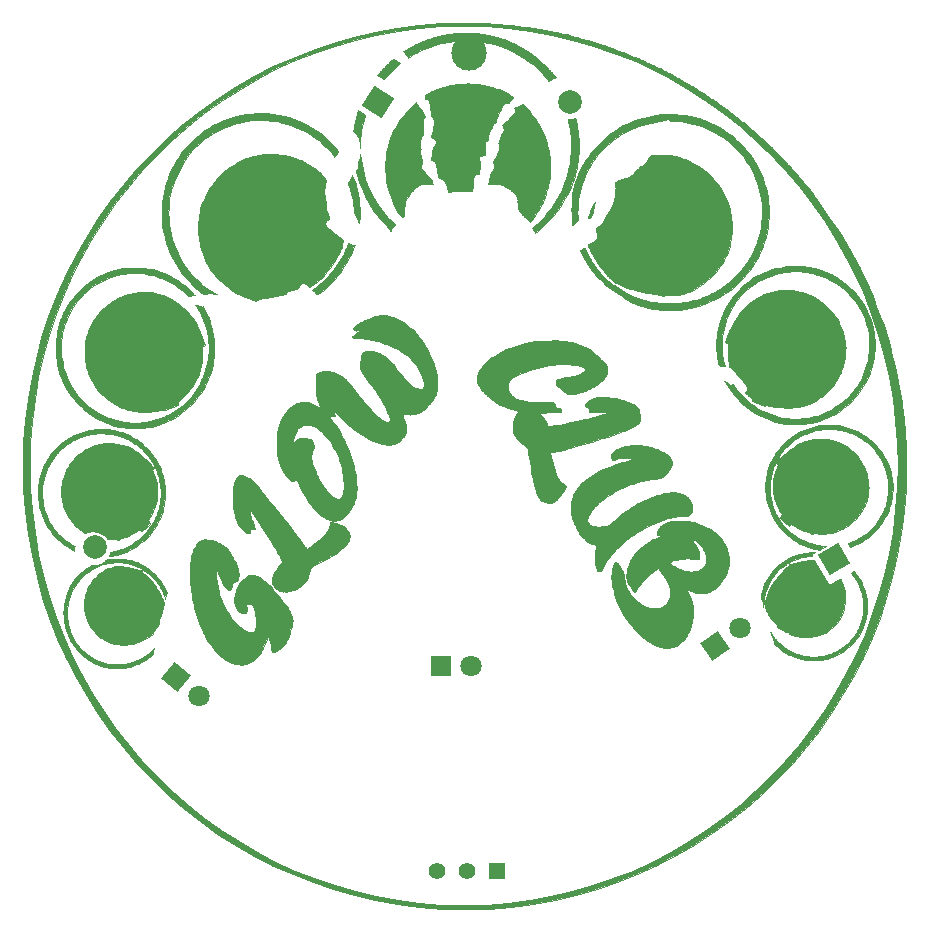
<source format=gbr>
%TF.GenerationSoftware,KiCad,Pcbnew,(6.0.4-0)*%
%TF.CreationDate,2022-05-05T12:21:51-07:00*%
%TF.ProjectId,GlowArtPCBv2,476c6f77-4172-4745-9043-4276322e6b69,rev?*%
%TF.SameCoordinates,Original*%
%TF.FileFunction,Soldermask,Top*%
%TF.FilePolarity,Negative*%
%FSLAX46Y46*%
G04 Gerber Fmt 4.6, Leading zero omitted, Abs format (unit mm)*
G04 Created by KiCad (PCBNEW (6.0.4-0)) date 2022-05-05 12:21:51*
%MOMM*%
%LPD*%
G01*
G04 APERTURE LIST*
G04 Aperture macros list*
%AMRotRect*
0 Rectangle, with rotation*
0 The origin of the aperture is its center*
0 $1 length*
0 $2 width*
0 $3 Rotation angle, in degrees counterclockwise*
0 Add horizontal line*
21,1,$1,$2,0,0,$3*%
G04 Aperture macros list end*
%ADD10C,0.080000*%
%ADD11C,3.000000*%
%ADD12R,1.800000X1.800000*%
%ADD13C,1.800000*%
%ADD14RotRect,2.000000X2.000000X237.500000*%
%ADD15C,2.000000*%
%ADD16RotRect,2.000000X2.000000X120.000000*%
%ADD17RotRect,1.800000X1.800000X35.000000*%
%ADD18R,1.400000X1.400000*%
%ADD19C,1.400000*%
%ADD20RotRect,1.800000X1.800000X320.000000*%
G04 APERTURE END LIST*
D10*
G36*
X83733627Y-34086355D02*
G01*
X83733785Y-34086428D01*
X83733943Y-34086491D01*
X83734102Y-34086547D01*
X83734261Y-34086596D01*
X83734895Y-34086778D01*
X83735054Y-34086830D01*
X83735212Y-34086890D01*
X83735371Y-34086959D01*
X83735530Y-34087039D01*
X83735689Y-34087133D01*
X83735768Y-34087185D01*
X83735848Y-34087242D01*
X83735927Y-34087304D01*
X83736007Y-34087370D01*
X83736086Y-34087441D01*
X83736166Y-34087518D01*
X83756957Y-34098575D01*
X83776477Y-34109448D01*
X83794914Y-34120213D01*
X83812457Y-34130940D01*
X83829295Y-34141703D01*
X83845616Y-34152575D01*
X83877467Y-34174937D01*
X84022024Y-34283310D01*
X84032185Y-34290459D01*
X84042167Y-34297076D01*
X84051994Y-34303243D01*
X84061689Y-34309041D01*
X84080782Y-34319855D01*
X84099638Y-34330168D01*
X84118449Y-34340630D01*
X84127898Y-34346120D01*
X84137408Y-34351890D01*
X84147003Y-34358023D01*
X84156706Y-34364600D01*
X84166543Y-34371700D01*
X84176537Y-34379407D01*
X84185679Y-34382844D01*
X84193210Y-34385572D01*
X84199535Y-34387764D01*
X84205060Y-34389593D01*
X84215322Y-34392861D01*
X84227233Y-34396764D01*
X84237496Y-34401815D01*
X84248180Y-34407405D01*
X84259252Y-34413479D01*
X84270676Y-34419981D01*
X84282418Y-34426855D01*
X84294443Y-34434045D01*
X84319201Y-34449151D01*
X84127821Y-34604694D01*
X83940864Y-34765340D01*
X83758436Y-34930984D01*
X83580644Y-35101521D01*
X83407594Y-35276845D01*
X83239394Y-35456851D01*
X83076149Y-35641434D01*
X82917968Y-35830487D01*
X82372292Y-35467373D01*
X82373983Y-35465257D01*
X82426326Y-35400680D01*
X82479212Y-35336567D01*
X82532639Y-35272915D01*
X82586604Y-35209722D01*
X82641105Y-35146986D01*
X82696139Y-35084703D01*
X82751703Y-35022872D01*
X82807796Y-34961490D01*
X82872752Y-34892434D01*
X82938183Y-34823378D01*
X83001502Y-34758191D01*
X83065407Y-34693600D01*
X83129887Y-34629604D01*
X83194933Y-34566203D01*
X83195251Y-34566203D01*
X83199062Y-34562287D01*
X83235574Y-34527330D01*
X83272245Y-34492582D01*
X83346066Y-34423433D01*
X83393152Y-34380106D01*
X83440587Y-34337166D01*
X83488359Y-34294683D01*
X83536459Y-34252725D01*
X83573367Y-34220293D01*
X83610424Y-34188298D01*
X83684945Y-34124984D01*
X83731826Y-34085296D01*
X83733627Y-34086355D01*
G37*
X83733627Y-34086355D02*
X83733785Y-34086428D01*
X83733943Y-34086491D01*
X83734102Y-34086547D01*
X83734261Y-34086596D01*
X83734895Y-34086778D01*
X83735054Y-34086830D01*
X83735212Y-34086890D01*
X83735371Y-34086959D01*
X83735530Y-34087039D01*
X83735689Y-34087133D01*
X83735768Y-34087185D01*
X83735848Y-34087242D01*
X83735927Y-34087304D01*
X83736007Y-34087370D01*
X83736086Y-34087441D01*
X83736166Y-34087518D01*
X83756957Y-34098575D01*
X83776477Y-34109448D01*
X83794914Y-34120213D01*
X83812457Y-34130940D01*
X83829295Y-34141703D01*
X83845616Y-34152575D01*
X83877467Y-34174937D01*
X84022024Y-34283310D01*
X84032185Y-34290459D01*
X84042167Y-34297076D01*
X84051994Y-34303243D01*
X84061689Y-34309041D01*
X84080782Y-34319855D01*
X84099638Y-34330168D01*
X84118449Y-34340630D01*
X84127898Y-34346120D01*
X84137408Y-34351890D01*
X84147003Y-34358023D01*
X84156706Y-34364600D01*
X84166543Y-34371700D01*
X84176537Y-34379407D01*
X84185679Y-34382844D01*
X84193210Y-34385572D01*
X84199535Y-34387764D01*
X84205060Y-34389593D01*
X84215322Y-34392861D01*
X84227233Y-34396764D01*
X84237496Y-34401815D01*
X84248180Y-34407405D01*
X84259252Y-34413479D01*
X84270676Y-34419981D01*
X84282418Y-34426855D01*
X84294443Y-34434045D01*
X84319201Y-34449151D01*
X84127821Y-34604694D01*
X83940864Y-34765340D01*
X83758436Y-34930984D01*
X83580644Y-35101521D01*
X83407594Y-35276845D01*
X83239394Y-35456851D01*
X83076149Y-35641434D01*
X82917968Y-35830487D01*
X82372292Y-35467373D01*
X82373983Y-35465257D01*
X82426326Y-35400680D01*
X82479212Y-35336567D01*
X82532639Y-35272915D01*
X82586604Y-35209722D01*
X82641105Y-35146986D01*
X82696139Y-35084703D01*
X82751703Y-35022872D01*
X82807796Y-34961490D01*
X82872752Y-34892434D01*
X82938183Y-34823378D01*
X83001502Y-34758191D01*
X83065407Y-34693600D01*
X83129887Y-34629604D01*
X83194933Y-34566203D01*
X83195251Y-34566203D01*
X83199062Y-34562287D01*
X83235574Y-34527330D01*
X83272245Y-34492582D01*
X83346066Y-34423433D01*
X83393152Y-34380106D01*
X83440587Y-34337166D01*
X83488359Y-34294683D01*
X83536459Y-34252725D01*
X83573367Y-34220293D01*
X83610424Y-34188298D01*
X83684945Y-34124984D01*
X83731826Y-34085296D01*
X83733627Y-34086355D01*
G36*
X89884237Y-31878566D02*
G01*
X89972182Y-31878566D01*
X90029226Y-31880365D01*
X90065316Y-31880365D01*
X90101513Y-31881846D01*
X90153899Y-31883434D01*
X90281747Y-31888090D01*
X90389165Y-31892747D01*
X90441448Y-31895816D01*
X90568130Y-31904494D01*
X90600832Y-31907035D01*
X90603799Y-31907776D01*
X90707195Y-31915713D01*
X90710583Y-31916453D01*
X90777682Y-31922804D01*
X90832397Y-31927566D01*
X90848379Y-31929895D01*
X90883724Y-31933175D01*
X90885949Y-31933916D01*
X90921084Y-31937092D01*
X90923306Y-31937832D01*
X90954107Y-31941113D01*
X90956329Y-31941113D01*
X90958443Y-31941854D01*
X90989135Y-31944923D01*
X90991149Y-31945769D01*
X90993685Y-31945769D01*
X91024166Y-31949791D01*
X91029037Y-31949791D01*
X91059408Y-31953602D01*
X91061736Y-31954448D01*
X91064172Y-31954448D01*
X91094439Y-31958470D01*
X91096767Y-31958470D01*
X91099203Y-31959211D01*
X91129153Y-31963126D01*
X91131692Y-31963126D01*
X91134020Y-31963868D01*
X91163866Y-31967888D01*
X91166195Y-31967888D01*
X91169054Y-31968735D01*
X91198580Y-31972757D01*
X91201440Y-31972757D01*
X91204082Y-31973497D01*
X91233504Y-31977414D01*
X91236254Y-31977414D01*
X91238900Y-31978154D01*
X91268218Y-31982176D01*
X91273934Y-31983764D01*
X91303146Y-31987574D01*
X91306106Y-31988420D01*
X91309173Y-31988420D01*
X91337960Y-31993183D01*
X91341137Y-31993183D01*
X91372887Y-31998792D01*
X91375851Y-31998792D01*
X91407601Y-32004190D01*
X91410564Y-32004190D01*
X91445278Y-32010539D01*
X91448345Y-32010539D01*
X91514388Y-32022287D01*
X91517773Y-32022287D01*
X91545715Y-32027896D01*
X91548995Y-32027896D01*
X91635143Y-32043560D01*
X91648794Y-32046840D01*
X91652285Y-32046840D01*
X91772515Y-32070335D01*
X91827441Y-32082294D01*
X91895809Y-32096476D01*
X91977196Y-32114679D01*
X91989577Y-32117008D01*
X91993600Y-32118596D01*
X92023550Y-32124946D01*
X92027575Y-32126532D01*
X92057311Y-32132883D01*
X92061333Y-32134365D01*
X92091070Y-32140820D01*
X92095199Y-32142302D01*
X92162719Y-32158177D01*
X92167379Y-32159871D01*
X92268343Y-32185058D01*
X92281042Y-32189187D01*
X92292474Y-32191515D01*
X92326022Y-32201040D01*
X92364016Y-32210565D01*
X92381374Y-32216068D01*
X92392696Y-32218396D01*
X92430584Y-32229615D01*
X92435772Y-32230356D01*
X92459161Y-32237552D01*
X92463818Y-32238292D01*
X92492394Y-32246971D01*
X92497155Y-32247712D01*
X92525518Y-32256602D01*
X92530282Y-32257342D01*
X92602142Y-32278721D01*
X92701202Y-32308777D01*
X92760998Y-32327933D01*
X92767031Y-32330368D01*
X92826614Y-32349418D01*
X92924404Y-32381803D01*
X93016479Y-32413659D01*
X93113210Y-32447737D01*
X93254287Y-32500018D01*
X93273547Y-32507850D01*
X93278945Y-32509438D01*
X93318316Y-32525419D01*
X93350277Y-32537166D01*
X93369009Y-32545209D01*
X93374407Y-32546797D01*
X93393032Y-32554734D01*
X93400759Y-32557063D01*
X93424892Y-32567434D01*
X93532626Y-32610932D01*
X93540673Y-32614954D01*
X93595388Y-32637919D01*
X93697832Y-32682264D01*
X93770751Y-32714119D01*
X93832876Y-32742589D01*
X93838909Y-32744917D01*
X93844308Y-32748198D01*
X93869811Y-32759205D01*
X93875210Y-32762485D01*
X93925695Y-32785346D01*
X93931301Y-32788627D01*
X93992687Y-32817201D01*
X94079046Y-32859218D01*
X94119683Y-32879749D01*
X94205413Y-32922611D01*
X94291454Y-32967697D01*
X94295687Y-32969390D01*
X94300341Y-32972459D01*
X94351458Y-32999446D01*
X94355483Y-33001033D01*
X94385220Y-33017014D01*
X94389770Y-33020083D01*
X94449145Y-33051834D01*
X94508199Y-33084324D01*
X94621651Y-33148565D01*
X94650970Y-33166134D01*
X94654675Y-33167721D01*
X94709283Y-33200212D01*
X94712670Y-33201799D01*
X94739974Y-33218416D01*
X94797973Y-33252494D01*
X94910473Y-33322449D01*
X94912377Y-33323190D01*
X94967727Y-33358009D01*
X94969524Y-33358857D01*
X94983442Y-33367780D01*
X94997270Y-33376742D01*
X95024770Y-33394628D01*
X95026253Y-33395475D01*
X95054088Y-33413255D01*
X95081606Y-33431035D01*
X95082081Y-33431458D01*
X95082558Y-33431881D01*
X95096360Y-33440920D01*
X95110261Y-33450138D01*
X95124200Y-33459355D01*
X95138119Y-33468393D01*
X95138650Y-33468393D01*
X95166283Y-33487338D01*
X95180127Y-33496612D01*
X95193999Y-33505647D01*
X95194317Y-33506388D01*
X95291683Y-33572322D01*
X95367458Y-33625451D01*
X95457418Y-33689797D01*
X95512029Y-33729484D01*
X95578493Y-33778802D01*
X95638815Y-33823888D01*
X95797988Y-33947818D01*
X95916311Y-34043174D01*
X96020132Y-34129640D01*
X96093688Y-34192294D01*
X96158773Y-34248703D01*
X96253707Y-34332734D01*
X96345785Y-34416872D01*
X96422829Y-34489156D01*
X96493209Y-34555831D01*
X96541683Y-34602610D01*
X96568563Y-34629596D01*
X96616396Y-34676481D01*
X96663918Y-34724952D01*
X96711123Y-34772578D01*
X96740755Y-34803587D01*
X96787106Y-34851106D01*
X96833041Y-34900319D01*
X96850820Y-34918628D01*
X96917599Y-34991653D01*
X96942263Y-35017793D01*
X96968929Y-35047850D01*
X96987557Y-35067746D01*
X97013595Y-35097909D01*
X97101858Y-35197922D01*
X97141543Y-35244806D01*
X97143661Y-35246288D01*
X97185360Y-35296347D01*
X97187264Y-35297934D01*
X97188747Y-35300263D01*
X97251931Y-35374981D01*
X97273415Y-35401969D01*
X97273651Y-35402154D01*
X97273889Y-35402339D01*
X97274368Y-35402709D01*
X97294582Y-35427263D01*
X97316384Y-35455097D01*
X97336806Y-35479651D01*
X97399459Y-35559025D01*
X97440523Y-35612154D01*
X97441638Y-35612395D01*
X97442683Y-35612681D01*
X97443663Y-35613010D01*
X97444582Y-35613382D01*
X97445445Y-35613794D01*
X97446256Y-35614247D01*
X97447021Y-35614738D01*
X97447743Y-35615268D01*
X97448428Y-35615833D01*
X97449079Y-35616434D01*
X97449702Y-35617069D01*
X97450301Y-35617737D01*
X97450881Y-35618436D01*
X97451446Y-35619166D01*
X97452551Y-35620713D01*
X97453651Y-35622368D01*
X97454785Y-35624121D01*
X97455988Y-35625963D01*
X97457298Y-35627885D01*
X97458752Y-35629876D01*
X97459544Y-35630896D01*
X97460385Y-35631929D01*
X97461281Y-35632975D01*
X97462235Y-35634032D01*
X97463253Y-35635100D01*
X97464339Y-35636177D01*
X97458730Y-35654699D01*
X97446373Y-35660964D01*
X97432583Y-35668211D01*
X97402279Y-35684451D01*
X97370963Y-35701029D01*
X97355909Y-35708697D01*
X97341781Y-35715553D01*
X97270868Y-35743575D01*
X97143343Y-35792255D01*
X97014390Y-35842563D01*
X96966623Y-35862380D01*
X96949935Y-35869913D01*
X96939193Y-35875467D01*
X96936577Y-35876916D01*
X96934060Y-35878479D01*
X96931632Y-35880148D01*
X96929281Y-35881916D01*
X96924774Y-35885713D01*
X96920452Y-35889808D01*
X96903339Y-35907878D01*
X96898683Y-35912500D01*
X96893707Y-35917035D01*
X96891072Y-35919251D01*
X96888326Y-35921421D01*
X96885458Y-35923537D01*
X96882457Y-35925592D01*
X96879313Y-35927578D01*
X96876015Y-35929486D01*
X96872553Y-35931308D01*
X96868915Y-35933038D01*
X96865093Y-35934665D01*
X96861074Y-35936184D01*
X96856849Y-35937585D01*
X96852407Y-35938861D01*
X96824299Y-35903951D01*
X96794450Y-35865975D01*
X96731573Y-35784635D01*
X96667862Y-35702463D01*
X96636972Y-35663445D01*
X96607406Y-35627076D01*
X96291171Y-35279799D01*
X95957322Y-34949578D01*
X95606600Y-34637152D01*
X95239743Y-34343258D01*
X94857491Y-34068636D01*
X94460584Y-33814022D01*
X94049760Y-33580155D01*
X93625761Y-33367773D01*
X93189324Y-33177613D01*
X92741189Y-33010413D01*
X92282097Y-32866912D01*
X91812786Y-32747847D01*
X91333996Y-32653957D01*
X90846466Y-32585978D01*
X90350937Y-32544650D01*
X89848147Y-32530710D01*
X89581504Y-32534634D01*
X89316794Y-32546326D01*
X89054123Y-32565664D01*
X88793597Y-32592530D01*
X88535324Y-32626803D01*
X88279409Y-32668361D01*
X88025961Y-32717086D01*
X87775085Y-32772857D01*
X87276449Y-32919555D01*
X87020702Y-32996144D01*
X86799404Y-33065698D01*
X86559111Y-33156893D01*
X86322174Y-33254814D01*
X86088704Y-33359330D01*
X85858813Y-33470312D01*
X85632612Y-33587629D01*
X85410215Y-33711151D01*
X85191731Y-33840747D01*
X84977273Y-33976288D01*
X84974398Y-33972994D01*
X84971493Y-33969620D01*
X84968567Y-33966168D01*
X84965630Y-33962635D01*
X84576058Y-33458975D01*
X84648873Y-33411495D01*
X84685389Y-33387939D01*
X84722002Y-33364572D01*
X84794849Y-33318936D01*
X84868132Y-33273727D01*
X84941852Y-33229093D01*
X85016009Y-33185184D01*
X85071385Y-33153156D01*
X85099143Y-33137305D01*
X85126922Y-33121683D01*
X85156979Y-33104115D01*
X85225664Y-33066121D01*
X85281121Y-33035959D01*
X85400599Y-32971939D01*
X85521059Y-32909726D01*
X85642491Y-32849298D01*
X85764886Y-32790637D01*
X85851120Y-32750152D01*
X85937870Y-32710680D01*
X86025097Y-32672081D01*
X86112762Y-32634215D01*
X86229185Y-32586008D01*
X86346373Y-32539071D01*
X86464336Y-32493483D01*
X86583083Y-32449324D01*
X86627334Y-32433385D01*
X86671665Y-32417773D01*
X86716076Y-32402458D01*
X86760567Y-32387412D01*
X86801522Y-32373124D01*
X86896456Y-32342115D01*
X86915525Y-32335751D01*
X86934634Y-32329614D01*
X86972973Y-32317668D01*
X87002359Y-32308283D01*
X87031775Y-32299187D01*
X87061212Y-32290388D01*
X87090658Y-32281896D01*
X87132360Y-32269090D01*
X87227077Y-32241362D01*
X87257665Y-32232684D01*
X87299682Y-32221571D01*
X87341698Y-32209612D01*
X87394399Y-32196066D01*
X87453260Y-32180313D01*
X87512220Y-32165136D01*
X87571299Y-32150554D01*
X87630517Y-32136587D01*
X87701118Y-32120011D01*
X87736436Y-32111897D01*
X87771804Y-32103991D01*
X87842009Y-32088684D01*
X87877216Y-32081205D01*
X87912453Y-32073934D01*
X88081893Y-32040596D01*
X88275632Y-32006542D01*
X88470661Y-31976404D01*
X88666943Y-31950226D01*
X88864439Y-31928056D01*
X89063111Y-31909939D01*
X89262920Y-31895920D01*
X89463827Y-31886047D01*
X89665795Y-31880365D01*
X89756811Y-31878566D01*
X89802425Y-31878566D01*
X89848040Y-31877824D01*
X89884237Y-31878566D01*
G37*
X89884237Y-31878566D02*
X89972182Y-31878566D01*
X90029226Y-31880365D01*
X90065316Y-31880365D01*
X90101513Y-31881846D01*
X90153899Y-31883434D01*
X90281747Y-31888090D01*
X90389165Y-31892747D01*
X90441448Y-31895816D01*
X90568130Y-31904494D01*
X90600832Y-31907035D01*
X90603799Y-31907776D01*
X90707195Y-31915713D01*
X90710583Y-31916453D01*
X90777682Y-31922804D01*
X90832397Y-31927566D01*
X90848379Y-31929895D01*
X90883724Y-31933175D01*
X90885949Y-31933916D01*
X90921084Y-31937092D01*
X90923306Y-31937832D01*
X90954107Y-31941113D01*
X90956329Y-31941113D01*
X90958443Y-31941854D01*
X90989135Y-31944923D01*
X90991149Y-31945769D01*
X90993685Y-31945769D01*
X91024166Y-31949791D01*
X91029037Y-31949791D01*
X91059408Y-31953602D01*
X91061736Y-31954448D01*
X91064172Y-31954448D01*
X91094439Y-31958470D01*
X91096767Y-31958470D01*
X91099203Y-31959211D01*
X91129153Y-31963126D01*
X91131692Y-31963126D01*
X91134020Y-31963868D01*
X91163866Y-31967888D01*
X91166195Y-31967888D01*
X91169054Y-31968735D01*
X91198580Y-31972757D01*
X91201440Y-31972757D01*
X91204082Y-31973497D01*
X91233504Y-31977414D01*
X91236254Y-31977414D01*
X91238900Y-31978154D01*
X91268218Y-31982176D01*
X91273934Y-31983764D01*
X91303146Y-31987574D01*
X91306106Y-31988420D01*
X91309173Y-31988420D01*
X91337960Y-31993183D01*
X91341137Y-31993183D01*
X91372887Y-31998792D01*
X91375851Y-31998792D01*
X91407601Y-32004190D01*
X91410564Y-32004190D01*
X91445278Y-32010539D01*
X91448345Y-32010539D01*
X91514388Y-32022287D01*
X91517773Y-32022287D01*
X91545715Y-32027896D01*
X91548995Y-32027896D01*
X91635143Y-32043560D01*
X91648794Y-32046840D01*
X91652285Y-32046840D01*
X91772515Y-32070335D01*
X91827441Y-32082294D01*
X91895809Y-32096476D01*
X91977196Y-32114679D01*
X91989577Y-32117008D01*
X91993600Y-32118596D01*
X92023550Y-32124946D01*
X92027575Y-32126532D01*
X92057311Y-32132883D01*
X92061333Y-32134365D01*
X92091070Y-32140820D01*
X92095199Y-32142302D01*
X92162719Y-32158177D01*
X92167379Y-32159871D01*
X92268343Y-32185058D01*
X92281042Y-32189187D01*
X92292474Y-32191515D01*
X92326022Y-32201040D01*
X92364016Y-32210565D01*
X92381374Y-32216068D01*
X92392696Y-32218396D01*
X92430584Y-32229615D01*
X92435772Y-32230356D01*
X92459161Y-32237552D01*
X92463818Y-32238292D01*
X92492394Y-32246971D01*
X92497155Y-32247712D01*
X92525518Y-32256602D01*
X92530282Y-32257342D01*
X92602142Y-32278721D01*
X92701202Y-32308777D01*
X92760998Y-32327933D01*
X92767031Y-32330368D01*
X92826614Y-32349418D01*
X92924404Y-32381803D01*
X93016479Y-32413659D01*
X93113210Y-32447737D01*
X93254287Y-32500018D01*
X93273547Y-32507850D01*
X93278945Y-32509438D01*
X93318316Y-32525419D01*
X93350277Y-32537166D01*
X93369009Y-32545209D01*
X93374407Y-32546797D01*
X93393032Y-32554734D01*
X93400759Y-32557063D01*
X93424892Y-32567434D01*
X93532626Y-32610932D01*
X93540673Y-32614954D01*
X93595388Y-32637919D01*
X93697832Y-32682264D01*
X93770751Y-32714119D01*
X93832876Y-32742589D01*
X93838909Y-32744917D01*
X93844308Y-32748198D01*
X93869811Y-32759205D01*
X93875210Y-32762485D01*
X93925695Y-32785346D01*
X93931301Y-32788627D01*
X93992687Y-32817201D01*
X94079046Y-32859218D01*
X94119683Y-32879749D01*
X94205413Y-32922611D01*
X94291454Y-32967697D01*
X94295687Y-32969390D01*
X94300341Y-32972459D01*
X94351458Y-32999446D01*
X94355483Y-33001033D01*
X94385220Y-33017014D01*
X94389770Y-33020083D01*
X94449145Y-33051834D01*
X94508199Y-33084324D01*
X94621651Y-33148565D01*
X94650970Y-33166134D01*
X94654675Y-33167721D01*
X94709283Y-33200212D01*
X94712670Y-33201799D01*
X94739974Y-33218416D01*
X94797973Y-33252494D01*
X94910473Y-33322449D01*
X94912377Y-33323190D01*
X94967727Y-33358009D01*
X94969524Y-33358857D01*
X94983442Y-33367780D01*
X94997270Y-33376742D01*
X95024770Y-33394628D01*
X95026253Y-33395475D01*
X95054088Y-33413255D01*
X95081606Y-33431035D01*
X95082081Y-33431458D01*
X95082558Y-33431881D01*
X95096360Y-33440920D01*
X95110261Y-33450138D01*
X95124200Y-33459355D01*
X95138119Y-33468393D01*
X95138650Y-33468393D01*
X95166283Y-33487338D01*
X95180127Y-33496612D01*
X95193999Y-33505647D01*
X95194317Y-33506388D01*
X95291683Y-33572322D01*
X95367458Y-33625451D01*
X95457418Y-33689797D01*
X95512029Y-33729484D01*
X95578493Y-33778802D01*
X95638815Y-33823888D01*
X95797988Y-33947818D01*
X95916311Y-34043174D01*
X96020132Y-34129640D01*
X96093688Y-34192294D01*
X96158773Y-34248703D01*
X96253707Y-34332734D01*
X96345785Y-34416872D01*
X96422829Y-34489156D01*
X96493209Y-34555831D01*
X96541683Y-34602610D01*
X96568563Y-34629596D01*
X96616396Y-34676481D01*
X96663918Y-34724952D01*
X96711123Y-34772578D01*
X96740755Y-34803587D01*
X96787106Y-34851106D01*
X96833041Y-34900319D01*
X96850820Y-34918628D01*
X96917599Y-34991653D01*
X96942263Y-35017793D01*
X96968929Y-35047850D01*
X96987557Y-35067746D01*
X97013595Y-35097909D01*
X97101858Y-35197922D01*
X97141543Y-35244806D01*
X97143661Y-35246288D01*
X97185360Y-35296347D01*
X97187264Y-35297934D01*
X97188747Y-35300263D01*
X97251931Y-35374981D01*
X97273415Y-35401969D01*
X97273651Y-35402154D01*
X97273889Y-35402339D01*
X97274368Y-35402709D01*
X97294582Y-35427263D01*
X97316384Y-35455097D01*
X97336806Y-35479651D01*
X97399459Y-35559025D01*
X97440523Y-35612154D01*
X97441638Y-35612395D01*
X97442683Y-35612681D01*
X97443663Y-35613010D01*
X97444582Y-35613382D01*
X97445445Y-35613794D01*
X97446256Y-35614247D01*
X97447021Y-35614738D01*
X97447743Y-35615268D01*
X97448428Y-35615833D01*
X97449079Y-35616434D01*
X97449702Y-35617069D01*
X97450301Y-35617737D01*
X97450881Y-35618436D01*
X97451446Y-35619166D01*
X97452551Y-35620713D01*
X97453651Y-35622368D01*
X97454785Y-35624121D01*
X97455988Y-35625963D01*
X97457298Y-35627885D01*
X97458752Y-35629876D01*
X97459544Y-35630896D01*
X97460385Y-35631929D01*
X97461281Y-35632975D01*
X97462235Y-35634032D01*
X97463253Y-35635100D01*
X97464339Y-35636177D01*
X97458730Y-35654699D01*
X97446373Y-35660964D01*
X97432583Y-35668211D01*
X97402279Y-35684451D01*
X97370963Y-35701029D01*
X97355909Y-35708697D01*
X97341781Y-35715553D01*
X97270868Y-35743575D01*
X97143343Y-35792255D01*
X97014390Y-35842563D01*
X96966623Y-35862380D01*
X96949935Y-35869913D01*
X96939193Y-35875467D01*
X96936577Y-35876916D01*
X96934060Y-35878479D01*
X96931632Y-35880148D01*
X96929281Y-35881916D01*
X96924774Y-35885713D01*
X96920452Y-35889808D01*
X96903339Y-35907878D01*
X96898683Y-35912500D01*
X96893707Y-35917035D01*
X96891072Y-35919251D01*
X96888326Y-35921421D01*
X96885458Y-35923537D01*
X96882457Y-35925592D01*
X96879313Y-35927578D01*
X96876015Y-35929486D01*
X96872553Y-35931308D01*
X96868915Y-35933038D01*
X96865093Y-35934665D01*
X96861074Y-35936184D01*
X96856849Y-35937585D01*
X96852407Y-35938861D01*
X96824299Y-35903951D01*
X96794450Y-35865975D01*
X96731573Y-35784635D01*
X96667862Y-35702463D01*
X96636972Y-35663445D01*
X96607406Y-35627076D01*
X96291171Y-35279799D01*
X95957322Y-34949578D01*
X95606600Y-34637152D01*
X95239743Y-34343258D01*
X94857491Y-34068636D01*
X94460584Y-33814022D01*
X94049760Y-33580155D01*
X93625761Y-33367773D01*
X93189324Y-33177613D01*
X92741189Y-33010413D01*
X92282097Y-32866912D01*
X91812786Y-32747847D01*
X91333996Y-32653957D01*
X90846466Y-32585978D01*
X90350937Y-32544650D01*
X89848147Y-32530710D01*
X89581504Y-32534634D01*
X89316794Y-32546326D01*
X89054123Y-32565664D01*
X88793597Y-32592530D01*
X88535324Y-32626803D01*
X88279409Y-32668361D01*
X88025961Y-32717086D01*
X87775085Y-32772857D01*
X87276449Y-32919555D01*
X87020702Y-32996144D01*
X86799404Y-33065698D01*
X86559111Y-33156893D01*
X86322174Y-33254814D01*
X86088704Y-33359330D01*
X85858813Y-33470312D01*
X85632612Y-33587629D01*
X85410215Y-33711151D01*
X85191731Y-33840747D01*
X84977273Y-33976288D01*
X84974398Y-33972994D01*
X84971493Y-33969620D01*
X84968567Y-33966168D01*
X84965630Y-33962635D01*
X84576058Y-33458975D01*
X84648873Y-33411495D01*
X84685389Y-33387939D01*
X84722002Y-33364572D01*
X84794849Y-33318936D01*
X84868132Y-33273727D01*
X84941852Y-33229093D01*
X85016009Y-33185184D01*
X85071385Y-33153156D01*
X85099143Y-33137305D01*
X85126922Y-33121683D01*
X85156979Y-33104115D01*
X85225664Y-33066121D01*
X85281121Y-33035959D01*
X85400599Y-32971939D01*
X85521059Y-32909726D01*
X85642491Y-32849298D01*
X85764886Y-32790637D01*
X85851120Y-32750152D01*
X85937870Y-32710680D01*
X86025097Y-32672081D01*
X86112762Y-32634215D01*
X86229185Y-32586008D01*
X86346373Y-32539071D01*
X86464336Y-32493483D01*
X86583083Y-32449324D01*
X86627334Y-32433385D01*
X86671665Y-32417773D01*
X86716076Y-32402458D01*
X86760567Y-32387412D01*
X86801522Y-32373124D01*
X86896456Y-32342115D01*
X86915525Y-32335751D01*
X86934634Y-32329614D01*
X86972973Y-32317668D01*
X87002359Y-32308283D01*
X87031775Y-32299187D01*
X87061212Y-32290388D01*
X87090658Y-32281896D01*
X87132360Y-32269090D01*
X87227077Y-32241362D01*
X87257665Y-32232684D01*
X87299682Y-32221571D01*
X87341698Y-32209612D01*
X87394399Y-32196066D01*
X87453260Y-32180313D01*
X87512220Y-32165136D01*
X87571299Y-32150554D01*
X87630517Y-32136587D01*
X87701118Y-32120011D01*
X87736436Y-32111897D01*
X87771804Y-32103991D01*
X87842009Y-32088684D01*
X87877216Y-32081205D01*
X87912453Y-32073934D01*
X88081893Y-32040596D01*
X88275632Y-32006542D01*
X88470661Y-31976404D01*
X88666943Y-31950226D01*
X88864439Y-31928056D01*
X89063111Y-31909939D01*
X89262920Y-31895920D01*
X89463827Y-31886047D01*
X89665795Y-31880365D01*
X89756811Y-31878566D01*
X89802425Y-31878566D01*
X89848040Y-31877824D01*
X89884237Y-31878566D01*
G36*
X80342817Y-40230181D02*
G01*
X80343104Y-40230457D01*
X80343855Y-40231148D01*
X80345346Y-40232506D01*
X80345566Y-40232720D01*
X80345674Y-40232843D01*
X80345677Y-40232864D01*
X80345643Y-40232854D01*
X80345449Y-40232732D01*
X80344465Y-40232009D01*
X80342516Y-40230508D01*
X80342542Y-40230376D01*
X80342569Y-40230244D01*
X80342623Y-40229979D01*
X80342817Y-40230181D01*
G37*
X80342817Y-40230181D02*
X80343104Y-40230457D01*
X80343855Y-40231148D01*
X80345346Y-40232506D01*
X80345566Y-40232720D01*
X80345674Y-40232843D01*
X80345677Y-40232864D01*
X80345643Y-40232854D01*
X80345449Y-40232732D01*
X80344465Y-40232009D01*
X80342516Y-40230508D01*
X80342542Y-40230376D01*
X80342569Y-40230244D01*
X80342623Y-40229979D01*
X80342817Y-40230181D01*
G36*
X81320522Y-38801759D02*
G01*
X81304540Y-38853830D01*
X81215574Y-39165641D01*
X81137737Y-39481960D01*
X81071256Y-39802560D01*
X81016356Y-40127215D01*
X80973262Y-40455701D01*
X80942202Y-40787790D01*
X80923400Y-41123258D01*
X80917083Y-41461879D01*
X80917401Y-41541082D01*
X80918352Y-41618936D01*
X80906859Y-41517300D01*
X80897724Y-41415785D01*
X80882861Y-41212853D01*
X80875299Y-41111302D01*
X80866429Y-41009604D01*
X80855334Y-40907692D01*
X80841097Y-40805500D01*
X80828049Y-40791288D01*
X80815290Y-40776908D01*
X80790601Y-40747660D01*
X80766947Y-40717775D01*
X80744244Y-40687271D01*
X80722410Y-40656167D01*
X80701361Y-40624481D01*
X80681013Y-40592232D01*
X80661285Y-40559439D01*
X80646524Y-40533499D01*
X80630851Y-40508650D01*
X80614321Y-40484816D01*
X80596986Y-40461919D01*
X80578900Y-40439881D01*
X80560117Y-40418627D01*
X80540690Y-40398079D01*
X80520672Y-40378160D01*
X80500117Y-40358792D01*
X80479079Y-40339899D01*
X80457610Y-40321405D01*
X80435765Y-40303231D01*
X80391160Y-40267536D01*
X80345690Y-40232200D01*
X80345024Y-40231714D01*
X80344452Y-40231288D01*
X80343560Y-40230614D01*
X80343230Y-40230366D01*
X80342967Y-40230177D01*
X80342767Y-40230048D01*
X80342688Y-40230006D01*
X80342623Y-40229979D01*
X80367551Y-40049856D01*
X80395802Y-39870761D01*
X80427344Y-39692747D01*
X80462147Y-39515869D01*
X80500179Y-39340182D01*
X80541410Y-39165739D01*
X80585808Y-38992597D01*
X80633343Y-38820808D01*
X80658639Y-38734131D01*
X80677765Y-38670457D01*
X80697348Y-38606933D01*
X80717367Y-38543586D01*
X80737801Y-38480449D01*
X80755901Y-38425944D01*
X81320522Y-38801759D01*
G37*
X81320522Y-38801759D02*
X81304540Y-38853830D01*
X81215574Y-39165641D01*
X81137737Y-39481960D01*
X81071256Y-39802560D01*
X81016356Y-40127215D01*
X80973262Y-40455701D01*
X80942202Y-40787790D01*
X80923400Y-41123258D01*
X80917083Y-41461879D01*
X80917401Y-41541082D01*
X80918352Y-41618936D01*
X80906859Y-41517300D01*
X80897724Y-41415785D01*
X80882861Y-41212853D01*
X80875299Y-41111302D01*
X80866429Y-41009604D01*
X80855334Y-40907692D01*
X80841097Y-40805500D01*
X80828049Y-40791288D01*
X80815290Y-40776908D01*
X80790601Y-40747660D01*
X80766947Y-40717775D01*
X80744244Y-40687271D01*
X80722410Y-40656167D01*
X80701361Y-40624481D01*
X80681013Y-40592232D01*
X80661285Y-40559439D01*
X80646524Y-40533499D01*
X80630851Y-40508650D01*
X80614321Y-40484816D01*
X80596986Y-40461919D01*
X80578900Y-40439881D01*
X80560117Y-40418627D01*
X80540690Y-40398079D01*
X80520672Y-40378160D01*
X80500117Y-40358792D01*
X80479079Y-40339899D01*
X80457610Y-40321405D01*
X80435765Y-40303231D01*
X80391160Y-40267536D01*
X80345690Y-40232200D01*
X80345024Y-40231714D01*
X80344452Y-40231288D01*
X80343560Y-40230614D01*
X80343230Y-40230366D01*
X80342967Y-40230177D01*
X80342767Y-40230048D01*
X80342688Y-40230006D01*
X80342623Y-40229979D01*
X80367551Y-40049856D01*
X80395802Y-39870761D01*
X80427344Y-39692747D01*
X80462147Y-39515869D01*
X80500179Y-39340182D01*
X80541410Y-39165739D01*
X80585808Y-38992597D01*
X80633343Y-38820808D01*
X80658639Y-38734131D01*
X80677765Y-38670457D01*
X80697348Y-38606933D01*
X80717367Y-38543586D01*
X80737801Y-38480449D01*
X80755901Y-38425944D01*
X81320522Y-38801759D01*
G36*
X105599866Y-42229020D02*
G01*
X105599864Y-42229035D01*
X105599839Y-42229063D01*
X105599712Y-42229165D01*
X105599470Y-42229334D01*
X105599098Y-42229580D01*
X105598580Y-42229912D01*
X105598049Y-42229912D01*
X105598579Y-42229629D01*
X105599056Y-42229381D01*
X105599507Y-42229157D01*
X105599685Y-42229076D01*
X105599810Y-42229028D01*
X105599847Y-42229018D01*
X105599866Y-42229020D01*
G37*
X105599866Y-42229020D02*
X105599864Y-42229035D01*
X105599839Y-42229063D01*
X105599712Y-42229165D01*
X105599470Y-42229334D01*
X105599098Y-42229580D01*
X105598580Y-42229912D01*
X105598049Y-42229912D01*
X105598579Y-42229629D01*
X105599056Y-42229381D01*
X105599507Y-42229157D01*
X105599685Y-42229076D01*
X105599810Y-42229028D01*
X105599847Y-42229018D01*
X105599866Y-42229020D01*
G36*
X90104580Y-36175399D02*
G01*
X90191195Y-36177160D01*
X90278014Y-36180322D01*
X90365051Y-36184914D01*
X90452321Y-36190969D01*
X90539840Y-36198518D01*
X90627621Y-36207590D01*
X90715681Y-36218218D01*
X90804034Y-36230432D01*
X90993708Y-36254675D01*
X91182299Y-36283122D01*
X91369712Y-36315902D01*
X91555847Y-36353146D01*
X91740608Y-36394983D01*
X91923898Y-36441545D01*
X92105619Y-36492960D01*
X92285674Y-36549361D01*
X92463964Y-36610876D01*
X92640394Y-36677635D01*
X92814866Y-36749771D01*
X92987282Y-36827411D01*
X93157545Y-36910687D01*
X93325558Y-36999729D01*
X93491223Y-37094667D01*
X93654443Y-37195631D01*
X93669684Y-37206813D01*
X93684669Y-37217194D01*
X93699426Y-37226848D01*
X93713984Y-37235853D01*
X93728372Y-37244284D01*
X93742619Y-37252217D01*
X93770806Y-37266897D01*
X93883678Y-37320938D01*
X93885654Y-37320798D01*
X93887752Y-37320761D01*
X93890258Y-37320868D01*
X93892925Y-37321213D01*
X93894241Y-37321503D01*
X93895505Y-37321887D01*
X93896684Y-37322376D01*
X93897748Y-37322981D01*
X93898667Y-37323715D01*
X93899408Y-37324589D01*
X93899941Y-37325614D01*
X93900235Y-37326802D01*
X93900259Y-37328165D01*
X93899982Y-37329713D01*
X93899373Y-37331458D01*
X93898401Y-37333413D01*
X93897034Y-37335587D01*
X93895242Y-37337994D01*
X93892994Y-37340644D01*
X93890259Y-37343549D01*
X93887005Y-37346720D01*
X93883202Y-37350170D01*
X93878819Y-37353909D01*
X93873824Y-37357948D01*
X93868187Y-37362300D01*
X93861877Y-37366977D01*
X93829531Y-37391592D01*
X93799777Y-37416632D01*
X93772335Y-37442109D01*
X93746929Y-37468034D01*
X93723278Y-37494421D01*
X93701105Y-37521282D01*
X93680132Y-37548628D01*
X93660079Y-37576474D01*
X93640668Y-37604830D01*
X93621622Y-37633710D01*
X93583508Y-37693089D01*
X93543508Y-37754710D01*
X93522105Y-37786393D01*
X93499395Y-37818673D01*
X93464207Y-37820420D01*
X93430069Y-37821156D01*
X93364636Y-37821133D01*
X93302484Y-37821686D01*
X93272448Y-37823142D01*
X93243003Y-37825896D01*
X93214072Y-37830334D01*
X93185580Y-37836842D01*
X93157449Y-37845804D01*
X93143496Y-37851326D01*
X93129604Y-37857606D01*
X93115765Y-37864692D01*
X93101968Y-37872633D01*
X93088204Y-37881475D01*
X93074464Y-37891269D01*
X93060738Y-37902061D01*
X93047017Y-37913899D01*
X93033290Y-37926833D01*
X93019549Y-37940910D01*
X92981485Y-38008131D01*
X92945205Y-38076358D01*
X92877060Y-38215308D01*
X92813246Y-38356715D01*
X92751895Y-38499538D01*
X92629113Y-38785257D01*
X92563946Y-38926067D01*
X92529601Y-38995503D01*
X92493771Y-39064120D01*
X92484726Y-39078717D01*
X92476594Y-39093333D01*
X92469305Y-39107958D01*
X92462784Y-39122584D01*
X92451764Y-39151803D01*
X92442958Y-39180919D01*
X92435790Y-39209862D01*
X92429686Y-39238560D01*
X92418361Y-39294941D01*
X92411989Y-39322482D01*
X92404377Y-39349497D01*
X92394949Y-39375913D01*
X92389374Y-39388875D01*
X92383129Y-39401661D01*
X92376142Y-39414262D01*
X92368341Y-39426670D01*
X92359654Y-39438875D01*
X92350009Y-39450869D01*
X92339334Y-39462642D01*
X92327558Y-39474187D01*
X92314607Y-39485494D01*
X92300411Y-39496554D01*
X92281484Y-39510454D01*
X92265389Y-39521945D01*
X92251891Y-39531253D01*
X92240759Y-39538607D01*
X92231761Y-39544233D01*
X92224663Y-39548358D01*
X92219234Y-39551210D01*
X92215240Y-39553017D01*
X92212449Y-39554005D01*
X92210628Y-39554401D01*
X92208969Y-39554329D01*
X92208665Y-39554316D01*
X92208401Y-39554620D01*
X92207064Y-39557090D01*
X92049966Y-39853684D01*
X91973112Y-40008946D01*
X91936770Y-40087839D01*
X91902451Y-40167392D01*
X91870630Y-40247466D01*
X91841781Y-40327926D01*
X91816380Y-40408634D01*
X91794900Y-40489454D01*
X91777818Y-40570248D01*
X91765606Y-40650880D01*
X91758740Y-40731213D01*
X91757696Y-40811110D01*
X91760371Y-40832324D01*
X91761843Y-40851834D01*
X91762159Y-40869732D01*
X91761369Y-40886109D01*
X91759521Y-40901055D01*
X91756666Y-40914663D01*
X91752850Y-40927022D01*
X91748125Y-40938224D01*
X91742538Y-40948361D01*
X91736139Y-40957523D01*
X91728976Y-40965801D01*
X91721100Y-40973286D01*
X91712557Y-40980070D01*
X91703398Y-40986244D01*
X91693672Y-40991899D01*
X91683428Y-40997125D01*
X91661579Y-41006659D01*
X91638245Y-41015572D01*
X91613817Y-41024595D01*
X91588687Y-41034457D01*
X91563247Y-41045885D01*
X91550533Y-41052415D01*
X91537889Y-41059610D01*
X91525363Y-41067560D01*
X91513004Y-41076359D01*
X91500862Y-41086095D01*
X91488985Y-41096861D01*
X91480348Y-41135004D01*
X91473592Y-41172525D01*
X91468578Y-41209460D01*
X91465164Y-41245847D01*
X91462581Y-41317125D01*
X91464725Y-41386655D01*
X91470476Y-41454736D01*
X91478714Y-41521664D01*
X91498180Y-41653252D01*
X91507168Y-41718507D01*
X91514167Y-41783799D01*
X91518059Y-41849425D01*
X91517724Y-41915682D01*
X91515622Y-41949141D01*
X91512043Y-41982869D01*
X91506848Y-42016903D01*
X91499897Y-42051282D01*
X91491050Y-42086041D01*
X91480167Y-42121218D01*
X91467107Y-42156851D01*
X91451733Y-42192976D01*
X91450814Y-42194516D01*
X91448488Y-42196612D01*
X91439929Y-42202323D01*
X91426686Y-42209817D01*
X91409391Y-42218799D01*
X91365169Y-42240058D01*
X91312311Y-42263752D01*
X91255866Y-42287535D01*
X91200883Y-42309062D01*
X91175518Y-42318245D01*
X91152411Y-42325985D01*
X91132195Y-42331986D01*
X91115499Y-42335957D01*
X91095204Y-42326132D01*
X91077301Y-42321619D01*
X91061674Y-42322152D01*
X91048207Y-42327464D01*
X91036782Y-42337286D01*
X91027283Y-42351352D01*
X91019595Y-42369394D01*
X91013599Y-42391144D01*
X91009180Y-42416335D01*
X91006221Y-42444701D01*
X91004218Y-42509883D01*
X91006656Y-42584551D01*
X91012605Y-42666567D01*
X91031300Y-42844082D01*
X91052845Y-43025314D01*
X91069782Y-43193149D01*
X91074191Y-43266694D01*
X91074651Y-43330473D01*
X91063633Y-43357764D01*
X91053307Y-43385984D01*
X91043648Y-43415020D01*
X91034634Y-43444759D01*
X91026242Y-43475089D01*
X91018448Y-43505896D01*
X91004561Y-43568491D01*
X90992788Y-43631642D01*
X90982942Y-43694446D01*
X90974838Y-43756000D01*
X90968288Y-43815400D01*
X90932220Y-43810948D01*
X90899739Y-43808245D01*
X90870485Y-43807195D01*
X90844097Y-43807706D01*
X90820217Y-43809682D01*
X90798484Y-43813028D01*
X90778539Y-43817652D01*
X90760021Y-43823457D01*
X90742571Y-43830350D01*
X90725829Y-43838236D01*
X90709435Y-43847021D01*
X90693030Y-43856611D01*
X90658745Y-43877826D01*
X90620095Y-43901126D01*
X90594117Y-43943904D01*
X90571735Y-43987104D01*
X90552696Y-44030719D01*
X90536746Y-44074742D01*
X90523632Y-44119166D01*
X90513100Y-44163982D01*
X90504897Y-44209186D01*
X90498769Y-44254768D01*
X90494464Y-44300723D01*
X90491726Y-44347042D01*
X90490304Y-44393719D01*
X90489943Y-44440747D01*
X90491392Y-44535827D01*
X90494045Y-44632223D01*
X90494745Y-44689794D01*
X90493730Y-44740727D01*
X90491154Y-44785882D01*
X90487171Y-44826123D01*
X90481934Y-44862310D01*
X90475596Y-44895306D01*
X90468311Y-44925973D01*
X90460233Y-44955173D01*
X90423056Y-45074540D01*
X90413312Y-45109333D01*
X90403696Y-45147831D01*
X90394361Y-45190896D01*
X90385461Y-45239389D01*
X90201777Y-45251974D01*
X90016761Y-45259406D01*
X89830827Y-45262634D01*
X89644390Y-45262606D01*
X88901891Y-45248913D01*
X88889050Y-45258685D01*
X88875840Y-45267495D01*
X88862280Y-45275398D01*
X88848388Y-45282445D01*
X88834183Y-45288689D01*
X88819684Y-45294182D01*
X88804910Y-45298978D01*
X88789879Y-45303128D01*
X88759121Y-45309704D01*
X88727560Y-45314329D01*
X88695346Y-45317425D01*
X88662627Y-45319412D01*
X88529701Y-45324682D01*
X88496703Y-45327433D01*
X88464098Y-45331599D01*
X88432036Y-45337600D01*
X88400665Y-45345857D01*
X88388097Y-45330077D01*
X88376395Y-45313298D01*
X88365509Y-45295581D01*
X88355387Y-45276986D01*
X88337235Y-45237407D01*
X88321533Y-45195045D01*
X88307877Y-45150388D01*
X88295862Y-45103919D01*
X88275133Y-45007494D01*
X88256106Y-44909654D01*
X88235540Y-44814287D01*
X88223667Y-44768744D01*
X88210194Y-44725277D01*
X88194715Y-44684370D01*
X88176827Y-44646510D01*
X88105818Y-44548537D01*
X88069583Y-44499756D01*
X88032616Y-44451525D01*
X87994731Y-44404152D01*
X87955742Y-44357946D01*
X87935777Y-44335378D01*
X87915466Y-44313216D01*
X87894788Y-44291501D01*
X87873717Y-44270271D01*
X87817520Y-44246723D01*
X87763377Y-44224899D01*
X87711399Y-44203020D01*
X87686256Y-44191505D01*
X87661696Y-44179308D01*
X87637733Y-44166209D01*
X87614380Y-44151984D01*
X87591651Y-44136412D01*
X87569560Y-44119271D01*
X87548120Y-44100337D01*
X87527346Y-44079388D01*
X87507252Y-44056203D01*
X87487850Y-44030558D01*
X87487308Y-43950818D01*
X87483012Y-43871154D01*
X87475309Y-43791583D01*
X87464543Y-43712125D01*
X87451059Y-43632797D01*
X87435202Y-43553619D01*
X87397749Y-43395784D01*
X87221999Y-42774107D01*
X87203463Y-42758587D01*
X87184249Y-42744357D01*
X87164479Y-42731217D01*
X87144274Y-42718967D01*
X87123755Y-42707407D01*
X87103044Y-42696336D01*
X87061528Y-42674861D01*
X87020698Y-42652940D01*
X87000842Y-42641311D01*
X86981522Y-42628970D01*
X86962858Y-42615716D01*
X86944971Y-42601348D01*
X86927982Y-42585668D01*
X86919863Y-42577272D01*
X86912014Y-42568473D01*
X86929287Y-42501036D01*
X86943384Y-42433857D01*
X86954933Y-42366936D01*
X86964560Y-42300272D01*
X86996388Y-42036158D01*
X87005810Y-41970759D01*
X87017072Y-41905609D01*
X87030801Y-41840707D01*
X87047623Y-41776052D01*
X87068167Y-41711643D01*
X87093058Y-41647478D01*
X87122924Y-41583556D01*
X87158392Y-41519876D01*
X87240358Y-41385656D01*
X87262061Y-41348842D01*
X87282881Y-41311171D01*
X87302135Y-41272866D01*
X87319139Y-41234152D01*
X87333211Y-41195253D01*
X87338933Y-41175803D01*
X87343665Y-41156390D01*
X87347322Y-41137043D01*
X87349819Y-41117789D01*
X87351070Y-41098656D01*
X87350990Y-41079672D01*
X87349493Y-41060865D01*
X87346493Y-41042263D01*
X87341906Y-41023894D01*
X87335646Y-41005786D01*
X87327627Y-40987967D01*
X87317765Y-40970464D01*
X87305972Y-40953307D01*
X87292165Y-40936522D01*
X87281700Y-40921456D01*
X87270675Y-40907464D01*
X87259135Y-40894470D01*
X87247128Y-40882397D01*
X87234700Y-40871172D01*
X87221897Y-40860718D01*
X87208766Y-40850960D01*
X87195352Y-40841823D01*
X87167862Y-40825108D01*
X87139800Y-40809972D01*
X87083437Y-40782019D01*
X87055877Y-40767996D01*
X87029226Y-40753138D01*
X87003855Y-40736842D01*
X86991764Y-40727966D01*
X86980133Y-40718504D01*
X86969007Y-40708381D01*
X86958432Y-40697521D01*
X86948454Y-40685850D01*
X86939121Y-40673291D01*
X86930478Y-40659769D01*
X86922572Y-40645209D01*
X86915448Y-40629535D01*
X86909154Y-40612672D01*
X86951324Y-40541011D01*
X86987370Y-40468661D01*
X87017924Y-40395673D01*
X87043620Y-40322100D01*
X87065091Y-40247993D01*
X87082968Y-40173406D01*
X87097886Y-40098389D01*
X87110477Y-40022995D01*
X87131209Y-39871285D01*
X87150227Y-39718691D01*
X87172593Y-39565632D01*
X87186614Y-39489057D01*
X87203371Y-39412523D01*
X87200129Y-39364224D01*
X87194474Y-39319696D01*
X87190754Y-39298734D01*
X87186445Y-39278579D01*
X87181553Y-39259188D01*
X87176082Y-39240515D01*
X87170036Y-39222516D01*
X87163422Y-39205144D01*
X87156243Y-39188357D01*
X87148505Y-39172107D01*
X87131368Y-39141045D01*
X87112051Y-39111599D01*
X87090592Y-39083408D01*
X87067030Y-39056115D01*
X87041403Y-39029360D01*
X87013750Y-39002784D01*
X86984110Y-38976027D01*
X86952521Y-38948730D01*
X86883651Y-38891081D01*
X86818774Y-37916357D01*
X86805641Y-37883232D01*
X86795253Y-37850569D01*
X86787076Y-37818422D01*
X86780572Y-37786847D01*
X86760578Y-37667358D01*
X86754404Y-37639463D01*
X86746689Y-37612469D01*
X86736896Y-37586430D01*
X86731053Y-37573787D01*
X86724490Y-37561402D01*
X86717139Y-37549284D01*
X86708934Y-37537440D01*
X86699807Y-37525875D01*
X86689692Y-37514597D01*
X86678522Y-37503613D01*
X86666229Y-37492930D01*
X86652747Y-37482554D01*
X86638009Y-37472493D01*
X86436080Y-37459051D01*
X86435556Y-37438233D01*
X86435542Y-37416917D01*
X86436852Y-37372921D01*
X86439639Y-37327325D01*
X86443528Y-37280391D01*
X86462646Y-37084506D01*
X86545594Y-37037151D01*
X86634204Y-36990966D01*
X86727734Y-36945947D01*
X86825442Y-36902089D01*
X87030432Y-36817836D01*
X87243245Y-36738167D01*
X87457953Y-36663042D01*
X87668628Y-36592422D01*
X88054165Y-36464535D01*
X88310411Y-36401350D01*
X88565980Y-36344080D01*
X88821220Y-36293632D01*
X89076476Y-36250911D01*
X89332094Y-36216821D01*
X89588420Y-36192269D01*
X89716956Y-36183853D01*
X89845800Y-36178160D01*
X89974993Y-36175304D01*
X90104580Y-36175399D01*
G37*
X90104580Y-36175399D02*
X90191195Y-36177160D01*
X90278014Y-36180322D01*
X90365051Y-36184914D01*
X90452321Y-36190969D01*
X90539840Y-36198518D01*
X90627621Y-36207590D01*
X90715681Y-36218218D01*
X90804034Y-36230432D01*
X90993708Y-36254675D01*
X91182299Y-36283122D01*
X91369712Y-36315902D01*
X91555847Y-36353146D01*
X91740608Y-36394983D01*
X91923898Y-36441545D01*
X92105619Y-36492960D01*
X92285674Y-36549361D01*
X92463964Y-36610876D01*
X92640394Y-36677635D01*
X92814866Y-36749771D01*
X92987282Y-36827411D01*
X93157545Y-36910687D01*
X93325558Y-36999729D01*
X93491223Y-37094667D01*
X93654443Y-37195631D01*
X93669684Y-37206813D01*
X93684669Y-37217194D01*
X93699426Y-37226848D01*
X93713984Y-37235853D01*
X93728372Y-37244284D01*
X93742619Y-37252217D01*
X93770806Y-37266897D01*
X93883678Y-37320938D01*
X93885654Y-37320798D01*
X93887752Y-37320761D01*
X93890258Y-37320868D01*
X93892925Y-37321213D01*
X93894241Y-37321503D01*
X93895505Y-37321887D01*
X93896684Y-37322376D01*
X93897748Y-37322981D01*
X93898667Y-37323715D01*
X93899408Y-37324589D01*
X93899941Y-37325614D01*
X93900235Y-37326802D01*
X93900259Y-37328165D01*
X93899982Y-37329713D01*
X93899373Y-37331458D01*
X93898401Y-37333413D01*
X93897034Y-37335587D01*
X93895242Y-37337994D01*
X93892994Y-37340644D01*
X93890259Y-37343549D01*
X93887005Y-37346720D01*
X93883202Y-37350170D01*
X93878819Y-37353909D01*
X93873824Y-37357948D01*
X93868187Y-37362300D01*
X93861877Y-37366977D01*
X93829531Y-37391592D01*
X93799777Y-37416632D01*
X93772335Y-37442109D01*
X93746929Y-37468034D01*
X93723278Y-37494421D01*
X93701105Y-37521282D01*
X93680132Y-37548628D01*
X93660079Y-37576474D01*
X93640668Y-37604830D01*
X93621622Y-37633710D01*
X93583508Y-37693089D01*
X93543508Y-37754710D01*
X93522105Y-37786393D01*
X93499395Y-37818673D01*
X93464207Y-37820420D01*
X93430069Y-37821156D01*
X93364636Y-37821133D01*
X93302484Y-37821686D01*
X93272448Y-37823142D01*
X93243003Y-37825896D01*
X93214072Y-37830334D01*
X93185580Y-37836842D01*
X93157449Y-37845804D01*
X93143496Y-37851326D01*
X93129604Y-37857606D01*
X93115765Y-37864692D01*
X93101968Y-37872633D01*
X93088204Y-37881475D01*
X93074464Y-37891269D01*
X93060738Y-37902061D01*
X93047017Y-37913899D01*
X93033290Y-37926833D01*
X93019549Y-37940910D01*
X92981485Y-38008131D01*
X92945205Y-38076358D01*
X92877060Y-38215308D01*
X92813246Y-38356715D01*
X92751895Y-38499538D01*
X92629113Y-38785257D01*
X92563946Y-38926067D01*
X92529601Y-38995503D01*
X92493771Y-39064120D01*
X92484726Y-39078717D01*
X92476594Y-39093333D01*
X92469305Y-39107958D01*
X92462784Y-39122584D01*
X92451764Y-39151803D01*
X92442958Y-39180919D01*
X92435790Y-39209862D01*
X92429686Y-39238560D01*
X92418361Y-39294941D01*
X92411989Y-39322482D01*
X92404377Y-39349497D01*
X92394949Y-39375913D01*
X92389374Y-39388875D01*
X92383129Y-39401661D01*
X92376142Y-39414262D01*
X92368341Y-39426670D01*
X92359654Y-39438875D01*
X92350009Y-39450869D01*
X92339334Y-39462642D01*
X92327558Y-39474187D01*
X92314607Y-39485494D01*
X92300411Y-39496554D01*
X92281484Y-39510454D01*
X92265389Y-39521945D01*
X92251891Y-39531253D01*
X92240759Y-39538607D01*
X92231761Y-39544233D01*
X92224663Y-39548358D01*
X92219234Y-39551210D01*
X92215240Y-39553017D01*
X92212449Y-39554005D01*
X92210628Y-39554401D01*
X92208969Y-39554329D01*
X92208665Y-39554316D01*
X92208401Y-39554620D01*
X92207064Y-39557090D01*
X92049966Y-39853684D01*
X91973112Y-40008946D01*
X91936770Y-40087839D01*
X91902451Y-40167392D01*
X91870630Y-40247466D01*
X91841781Y-40327926D01*
X91816380Y-40408634D01*
X91794900Y-40489454D01*
X91777818Y-40570248D01*
X91765606Y-40650880D01*
X91758740Y-40731213D01*
X91757696Y-40811110D01*
X91760371Y-40832324D01*
X91761843Y-40851834D01*
X91762159Y-40869732D01*
X91761369Y-40886109D01*
X91759521Y-40901055D01*
X91756666Y-40914663D01*
X91752850Y-40927022D01*
X91748125Y-40938224D01*
X91742538Y-40948361D01*
X91736139Y-40957523D01*
X91728976Y-40965801D01*
X91721100Y-40973286D01*
X91712557Y-40980070D01*
X91703398Y-40986244D01*
X91693672Y-40991899D01*
X91683428Y-40997125D01*
X91661579Y-41006659D01*
X91638245Y-41015572D01*
X91613817Y-41024595D01*
X91588687Y-41034457D01*
X91563247Y-41045885D01*
X91550533Y-41052415D01*
X91537889Y-41059610D01*
X91525363Y-41067560D01*
X91513004Y-41076359D01*
X91500862Y-41086095D01*
X91488985Y-41096861D01*
X91480348Y-41135004D01*
X91473592Y-41172525D01*
X91468578Y-41209460D01*
X91465164Y-41245847D01*
X91462581Y-41317125D01*
X91464725Y-41386655D01*
X91470476Y-41454736D01*
X91478714Y-41521664D01*
X91498180Y-41653252D01*
X91507168Y-41718507D01*
X91514167Y-41783799D01*
X91518059Y-41849425D01*
X91517724Y-41915682D01*
X91515622Y-41949141D01*
X91512043Y-41982869D01*
X91506848Y-42016903D01*
X91499897Y-42051282D01*
X91491050Y-42086041D01*
X91480167Y-42121218D01*
X91467107Y-42156851D01*
X91451733Y-42192976D01*
X91450814Y-42194516D01*
X91448488Y-42196612D01*
X91439929Y-42202323D01*
X91426686Y-42209817D01*
X91409391Y-42218799D01*
X91365169Y-42240058D01*
X91312311Y-42263752D01*
X91255866Y-42287535D01*
X91200883Y-42309062D01*
X91175518Y-42318245D01*
X91152411Y-42325985D01*
X91132195Y-42331986D01*
X91115499Y-42335957D01*
X91095204Y-42326132D01*
X91077301Y-42321619D01*
X91061674Y-42322152D01*
X91048207Y-42327464D01*
X91036782Y-42337286D01*
X91027283Y-42351352D01*
X91019595Y-42369394D01*
X91013599Y-42391144D01*
X91009180Y-42416335D01*
X91006221Y-42444701D01*
X91004218Y-42509883D01*
X91006656Y-42584551D01*
X91012605Y-42666567D01*
X91031300Y-42844082D01*
X91052845Y-43025314D01*
X91069782Y-43193149D01*
X91074191Y-43266694D01*
X91074651Y-43330473D01*
X91063633Y-43357764D01*
X91053307Y-43385984D01*
X91043648Y-43415020D01*
X91034634Y-43444759D01*
X91026242Y-43475089D01*
X91018448Y-43505896D01*
X91004561Y-43568491D01*
X90992788Y-43631642D01*
X90982942Y-43694446D01*
X90974838Y-43756000D01*
X90968288Y-43815400D01*
X90932220Y-43810948D01*
X90899739Y-43808245D01*
X90870485Y-43807195D01*
X90844097Y-43807706D01*
X90820217Y-43809682D01*
X90798484Y-43813028D01*
X90778539Y-43817652D01*
X90760021Y-43823457D01*
X90742571Y-43830350D01*
X90725829Y-43838236D01*
X90709435Y-43847021D01*
X90693030Y-43856611D01*
X90658745Y-43877826D01*
X90620095Y-43901126D01*
X90594117Y-43943904D01*
X90571735Y-43987104D01*
X90552696Y-44030719D01*
X90536746Y-44074742D01*
X90523632Y-44119166D01*
X90513100Y-44163982D01*
X90504897Y-44209186D01*
X90498769Y-44254768D01*
X90494464Y-44300723D01*
X90491726Y-44347042D01*
X90490304Y-44393719D01*
X90489943Y-44440747D01*
X90491392Y-44535827D01*
X90494045Y-44632223D01*
X90494745Y-44689794D01*
X90493730Y-44740727D01*
X90491154Y-44785882D01*
X90487171Y-44826123D01*
X90481934Y-44862310D01*
X90475596Y-44895306D01*
X90468311Y-44925973D01*
X90460233Y-44955173D01*
X90423056Y-45074540D01*
X90413312Y-45109333D01*
X90403696Y-45147831D01*
X90394361Y-45190896D01*
X90385461Y-45239389D01*
X90201777Y-45251974D01*
X90016761Y-45259406D01*
X89830827Y-45262634D01*
X89644390Y-45262606D01*
X88901891Y-45248913D01*
X88889050Y-45258685D01*
X88875840Y-45267495D01*
X88862280Y-45275398D01*
X88848388Y-45282445D01*
X88834183Y-45288689D01*
X88819684Y-45294182D01*
X88804910Y-45298978D01*
X88789879Y-45303128D01*
X88759121Y-45309704D01*
X88727560Y-45314329D01*
X88695346Y-45317425D01*
X88662627Y-45319412D01*
X88529701Y-45324682D01*
X88496703Y-45327433D01*
X88464098Y-45331599D01*
X88432036Y-45337600D01*
X88400665Y-45345857D01*
X88388097Y-45330077D01*
X88376395Y-45313298D01*
X88365509Y-45295581D01*
X88355387Y-45276986D01*
X88337235Y-45237407D01*
X88321533Y-45195045D01*
X88307877Y-45150388D01*
X88295862Y-45103919D01*
X88275133Y-45007494D01*
X88256106Y-44909654D01*
X88235540Y-44814287D01*
X88223667Y-44768744D01*
X88210194Y-44725277D01*
X88194715Y-44684370D01*
X88176827Y-44646510D01*
X88105818Y-44548537D01*
X88069583Y-44499756D01*
X88032616Y-44451525D01*
X87994731Y-44404152D01*
X87955742Y-44357946D01*
X87935777Y-44335378D01*
X87915466Y-44313216D01*
X87894788Y-44291501D01*
X87873717Y-44270271D01*
X87817520Y-44246723D01*
X87763377Y-44224899D01*
X87711399Y-44203020D01*
X87686256Y-44191505D01*
X87661696Y-44179308D01*
X87637733Y-44166209D01*
X87614380Y-44151984D01*
X87591651Y-44136412D01*
X87569560Y-44119271D01*
X87548120Y-44100337D01*
X87527346Y-44079388D01*
X87507252Y-44056203D01*
X87487850Y-44030558D01*
X87487308Y-43950818D01*
X87483012Y-43871154D01*
X87475309Y-43791583D01*
X87464543Y-43712125D01*
X87451059Y-43632797D01*
X87435202Y-43553619D01*
X87397749Y-43395784D01*
X87221999Y-42774107D01*
X87203463Y-42758587D01*
X87184249Y-42744357D01*
X87164479Y-42731217D01*
X87144274Y-42718967D01*
X87123755Y-42707407D01*
X87103044Y-42696336D01*
X87061528Y-42674861D01*
X87020698Y-42652940D01*
X87000842Y-42641311D01*
X86981522Y-42628970D01*
X86962858Y-42615716D01*
X86944971Y-42601348D01*
X86927982Y-42585668D01*
X86919863Y-42577272D01*
X86912014Y-42568473D01*
X86929287Y-42501036D01*
X86943384Y-42433857D01*
X86954933Y-42366936D01*
X86964560Y-42300272D01*
X86996388Y-42036158D01*
X87005810Y-41970759D01*
X87017072Y-41905609D01*
X87030801Y-41840707D01*
X87047623Y-41776052D01*
X87068167Y-41711643D01*
X87093058Y-41647478D01*
X87122924Y-41583556D01*
X87158392Y-41519876D01*
X87240358Y-41385656D01*
X87262061Y-41348842D01*
X87282881Y-41311171D01*
X87302135Y-41272866D01*
X87319139Y-41234152D01*
X87333211Y-41195253D01*
X87338933Y-41175803D01*
X87343665Y-41156390D01*
X87347322Y-41137043D01*
X87349819Y-41117789D01*
X87351070Y-41098656D01*
X87350990Y-41079672D01*
X87349493Y-41060865D01*
X87346493Y-41042263D01*
X87341906Y-41023894D01*
X87335646Y-41005786D01*
X87327627Y-40987967D01*
X87317765Y-40970464D01*
X87305972Y-40953307D01*
X87292165Y-40936522D01*
X87281700Y-40921456D01*
X87270675Y-40907464D01*
X87259135Y-40894470D01*
X87247128Y-40882397D01*
X87234700Y-40871172D01*
X87221897Y-40860718D01*
X87208766Y-40850960D01*
X87195352Y-40841823D01*
X87167862Y-40825108D01*
X87139800Y-40809972D01*
X87083437Y-40782019D01*
X87055877Y-40767996D01*
X87029226Y-40753138D01*
X87003855Y-40736842D01*
X86991764Y-40727966D01*
X86980133Y-40718504D01*
X86969007Y-40708381D01*
X86958432Y-40697521D01*
X86948454Y-40685850D01*
X86939121Y-40673291D01*
X86930478Y-40659769D01*
X86922572Y-40645209D01*
X86915448Y-40629535D01*
X86909154Y-40612672D01*
X86951324Y-40541011D01*
X86987370Y-40468661D01*
X87017924Y-40395673D01*
X87043620Y-40322100D01*
X87065091Y-40247993D01*
X87082968Y-40173406D01*
X87097886Y-40098389D01*
X87110477Y-40022995D01*
X87131209Y-39871285D01*
X87150227Y-39718691D01*
X87172593Y-39565632D01*
X87186614Y-39489057D01*
X87203371Y-39412523D01*
X87200129Y-39364224D01*
X87194474Y-39319696D01*
X87190754Y-39298734D01*
X87186445Y-39278579D01*
X87181553Y-39259188D01*
X87176082Y-39240515D01*
X87170036Y-39222516D01*
X87163422Y-39205144D01*
X87156243Y-39188357D01*
X87148505Y-39172107D01*
X87131368Y-39141045D01*
X87112051Y-39111599D01*
X87090592Y-39083408D01*
X87067030Y-39056115D01*
X87041403Y-39029360D01*
X87013750Y-39002784D01*
X86984110Y-38976027D01*
X86952521Y-38948730D01*
X86883651Y-38891081D01*
X86818774Y-37916357D01*
X86805641Y-37883232D01*
X86795253Y-37850569D01*
X86787076Y-37818422D01*
X86780572Y-37786847D01*
X86760578Y-37667358D01*
X86754404Y-37639463D01*
X86746689Y-37612469D01*
X86736896Y-37586430D01*
X86731053Y-37573787D01*
X86724490Y-37561402D01*
X86717139Y-37549284D01*
X86708934Y-37537440D01*
X86699807Y-37525875D01*
X86689692Y-37514597D01*
X86678522Y-37503613D01*
X86666229Y-37492930D01*
X86652747Y-37482554D01*
X86638009Y-37472493D01*
X86436080Y-37459051D01*
X86435556Y-37438233D01*
X86435542Y-37416917D01*
X86436852Y-37372921D01*
X86439639Y-37327325D01*
X86443528Y-37280391D01*
X86462646Y-37084506D01*
X86545594Y-37037151D01*
X86634204Y-36990966D01*
X86727734Y-36945947D01*
X86825442Y-36902089D01*
X87030432Y-36817836D01*
X87243245Y-36738167D01*
X87457953Y-36663042D01*
X87668628Y-36592422D01*
X88054165Y-36464535D01*
X88310411Y-36401350D01*
X88565980Y-36344080D01*
X88821220Y-36293632D01*
X89076476Y-36250911D01*
X89332094Y-36216821D01*
X89588420Y-36192269D01*
X89716956Y-36183853D01*
X89845800Y-36178160D01*
X89974993Y-36175304D01*
X90104580Y-36175399D01*
G36*
X85624929Y-37794013D02*
G01*
X85627500Y-37808010D01*
X85630368Y-37822602D01*
X85633544Y-37837829D01*
X85678973Y-37884365D01*
X85728590Y-37938524D01*
X85781578Y-37999354D01*
X85837115Y-38065901D01*
X85894384Y-38137211D01*
X85952566Y-38212330D01*
X86010840Y-38290305D01*
X86068388Y-38370183D01*
X86124391Y-38451009D01*
X86178029Y-38531831D01*
X86228483Y-38611695D01*
X86274935Y-38689646D01*
X86316565Y-38764732D01*
X86352553Y-38835999D01*
X86382081Y-38902493D01*
X86404330Y-38963261D01*
X86381326Y-38970468D01*
X86360601Y-38981591D01*
X86342042Y-38996507D01*
X86325539Y-39015096D01*
X86310981Y-39037236D01*
X86298256Y-39062806D01*
X86287252Y-39091683D01*
X86277860Y-39123747D01*
X86269967Y-39158876D01*
X86263463Y-39196948D01*
X86254175Y-39281436D01*
X86249105Y-39376241D01*
X86247365Y-39480389D01*
X86250314Y-39712827D01*
X86255903Y-39970975D01*
X86257464Y-40107261D01*
X86257015Y-40247058D01*
X86253668Y-40389394D01*
X86246532Y-40533297D01*
X86222654Y-40550686D01*
X86200673Y-40567753D01*
X86180508Y-40584534D01*
X86162076Y-40601064D01*
X86145295Y-40617380D01*
X86130083Y-40633518D01*
X86116359Y-40649513D01*
X86104040Y-40665402D01*
X86093044Y-40681220D01*
X86083289Y-40697002D01*
X86074693Y-40712786D01*
X86067174Y-40728606D01*
X86060651Y-40744499D01*
X86055040Y-40760500D01*
X86050261Y-40776646D01*
X86046230Y-40792972D01*
X86040087Y-40826309D01*
X86035956Y-40860796D01*
X86033181Y-40896722D01*
X86031104Y-40934374D01*
X86026422Y-41016001D01*
X86022505Y-41060550D01*
X86016662Y-41107972D01*
X86014013Y-41125390D01*
X86011044Y-41143134D01*
X86007722Y-41161232D01*
X86004016Y-41179714D01*
X85999893Y-41198608D01*
X85995321Y-41217941D01*
X85990267Y-41237744D01*
X85984701Y-41258044D01*
X85952315Y-41361126D01*
X85955835Y-41378223D01*
X85959699Y-41395527D01*
X85963862Y-41413017D01*
X85968282Y-41430671D01*
X85977720Y-41466392D01*
X85987664Y-41502519D01*
X85999203Y-41543794D01*
X86009144Y-41579459D01*
X86018581Y-41614887D01*
X86023001Y-41632450D01*
X86027165Y-41649879D01*
X86031028Y-41667148D01*
X86034548Y-41684234D01*
X86020638Y-41749960D01*
X86011326Y-41816649D01*
X86006308Y-41884132D01*
X86005278Y-41952241D01*
X86007931Y-42020804D01*
X86013961Y-42089654D01*
X86023064Y-42158619D01*
X86034933Y-42227530D01*
X86049265Y-42296218D01*
X86065753Y-42364514D01*
X86084093Y-42432247D01*
X86103978Y-42499248D01*
X86147167Y-42630375D01*
X86192876Y-42756538D01*
X86181904Y-42794194D01*
X86170397Y-42830518D01*
X86146855Y-42900087D01*
X86124388Y-42967077D01*
X86114228Y-43000177D01*
X86105140Y-43033318D01*
X86097391Y-43066730D01*
X86091249Y-43100641D01*
X86086981Y-43135279D01*
X86084856Y-43170875D01*
X86085141Y-43207657D01*
X86088103Y-43245852D01*
X86090672Y-43265552D01*
X86094011Y-43285692D01*
X86098152Y-43306299D01*
X86103130Y-43327403D01*
X86150884Y-43394845D01*
X86200220Y-43461226D01*
X86250984Y-43526641D01*
X86303019Y-43591183D01*
X86410281Y-43718028D01*
X86520760Y-43842520D01*
X86969906Y-44332080D01*
X86978926Y-44351583D01*
X86986649Y-44371104D01*
X86993234Y-44390676D01*
X86998842Y-44410335D01*
X87003633Y-44430114D01*
X87007768Y-44450050D01*
X87014711Y-44490525D01*
X87027784Y-44574862D01*
X87031818Y-44596854D01*
X87036480Y-44619277D01*
X87041929Y-44642168D01*
X87048327Y-44665559D01*
X87011488Y-44672411D01*
X86973615Y-44677061D01*
X86934848Y-44679765D01*
X86895328Y-44680776D01*
X86855197Y-44680351D01*
X86814596Y-44678742D01*
X86732547Y-44672995D01*
X86569011Y-44658505D01*
X86489782Y-44653837D01*
X86451296Y-44653037D01*
X86413750Y-44653601D01*
X86348422Y-44658616D01*
X86282925Y-44668846D01*
X86217551Y-44683793D01*
X86152591Y-44702958D01*
X86088336Y-44725844D01*
X86025076Y-44751953D01*
X85963102Y-44780787D01*
X85902705Y-44811847D01*
X85844176Y-44844637D01*
X85787806Y-44878657D01*
X85733885Y-44913410D01*
X85682704Y-44948398D01*
X85589728Y-45017088D01*
X85511202Y-45080743D01*
X85495018Y-45094672D01*
X85480318Y-45107869D01*
X85467042Y-45120310D01*
X85455130Y-45131974D01*
X85444519Y-45142836D01*
X85435150Y-45152873D01*
X85426962Y-45162064D01*
X85419894Y-45170385D01*
X85408874Y-45184324D01*
X85401605Y-45194508D01*
X85396374Y-45202876D01*
X85359221Y-45243822D01*
X85322844Y-45285345D01*
X85252124Y-45369908D01*
X85183629Y-45456141D01*
X85116775Y-45543619D01*
X84854086Y-45897459D01*
X84818721Y-45981358D01*
X84787245Y-46066599D01*
X84759426Y-46153052D01*
X84735033Y-46240589D01*
X84713835Y-46329080D01*
X84695599Y-46418397D01*
X84680094Y-46508409D01*
X84667089Y-46598989D01*
X84656353Y-46690006D01*
X84647654Y-46781332D01*
X84635440Y-46964393D01*
X84628596Y-47147140D01*
X84625271Y-47328538D01*
X84617528Y-47341198D01*
X84609303Y-47353577D01*
X84600595Y-47365671D01*
X84591406Y-47377479D01*
X84581736Y-47388997D01*
X84571587Y-47400221D01*
X84560958Y-47411149D01*
X84549852Y-47421777D01*
X84538267Y-47432103D01*
X84526207Y-47442123D01*
X84513670Y-47451834D01*
X84500658Y-47461234D01*
X84487172Y-47470318D01*
X84473212Y-47479084D01*
X84458779Y-47487529D01*
X84443874Y-47495649D01*
X84160183Y-47101925D01*
X83908502Y-46688887D01*
X83688824Y-46258831D01*
X83501137Y-45814053D01*
X83345434Y-45356849D01*
X83221705Y-44889516D01*
X83129940Y-44414348D01*
X83070131Y-43933642D01*
X83042267Y-43449695D01*
X83046341Y-42964802D01*
X83082341Y-42481258D01*
X83150260Y-42001361D01*
X83250087Y-41527405D01*
X83381814Y-41061688D01*
X83545431Y-40606504D01*
X83740929Y-40164151D01*
X83827434Y-40001261D01*
X83919002Y-39838801D01*
X84015417Y-39677096D01*
X84116459Y-39516474D01*
X84221910Y-39357259D01*
X84331550Y-39199778D01*
X84445161Y-39044357D01*
X84562525Y-38891320D01*
X84683422Y-38740995D01*
X84807633Y-38593706D01*
X84934941Y-38449781D01*
X85065126Y-38309544D01*
X85197969Y-38173322D01*
X85333252Y-38041441D01*
X85470756Y-37914226D01*
X85610262Y-37792003D01*
X85616469Y-37786680D01*
X85618672Y-37784666D01*
X85618754Y-37784550D01*
X85618691Y-37784556D01*
X85618209Y-37784861D01*
X85616415Y-37786169D01*
X85614626Y-37787492D01*
X85614151Y-37787815D01*
X85614091Y-37787833D01*
X85614178Y-37787731D01*
X85616406Y-37785791D01*
X85622646Y-37780572D01*
X85624929Y-37794013D01*
G37*
X85624929Y-37794013D02*
X85627500Y-37808010D01*
X85630368Y-37822602D01*
X85633544Y-37837829D01*
X85678973Y-37884365D01*
X85728590Y-37938524D01*
X85781578Y-37999354D01*
X85837115Y-38065901D01*
X85894384Y-38137211D01*
X85952566Y-38212330D01*
X86010840Y-38290305D01*
X86068388Y-38370183D01*
X86124391Y-38451009D01*
X86178029Y-38531831D01*
X86228483Y-38611695D01*
X86274935Y-38689646D01*
X86316565Y-38764732D01*
X86352553Y-38835999D01*
X86382081Y-38902493D01*
X86404330Y-38963261D01*
X86381326Y-38970468D01*
X86360601Y-38981591D01*
X86342042Y-38996507D01*
X86325539Y-39015096D01*
X86310981Y-39037236D01*
X86298256Y-39062806D01*
X86287252Y-39091683D01*
X86277860Y-39123747D01*
X86269967Y-39158876D01*
X86263463Y-39196948D01*
X86254175Y-39281436D01*
X86249105Y-39376241D01*
X86247365Y-39480389D01*
X86250314Y-39712827D01*
X86255903Y-39970975D01*
X86257464Y-40107261D01*
X86257015Y-40247058D01*
X86253668Y-40389394D01*
X86246532Y-40533297D01*
X86222654Y-40550686D01*
X86200673Y-40567753D01*
X86180508Y-40584534D01*
X86162076Y-40601064D01*
X86145295Y-40617380D01*
X86130083Y-40633518D01*
X86116359Y-40649513D01*
X86104040Y-40665402D01*
X86093044Y-40681220D01*
X86083289Y-40697002D01*
X86074693Y-40712786D01*
X86067174Y-40728606D01*
X86060651Y-40744499D01*
X86055040Y-40760500D01*
X86050261Y-40776646D01*
X86046230Y-40792972D01*
X86040087Y-40826309D01*
X86035956Y-40860796D01*
X86033181Y-40896722D01*
X86031104Y-40934374D01*
X86026422Y-41016001D01*
X86022505Y-41060550D01*
X86016662Y-41107972D01*
X86014013Y-41125390D01*
X86011044Y-41143134D01*
X86007722Y-41161232D01*
X86004016Y-41179714D01*
X85999893Y-41198608D01*
X85995321Y-41217941D01*
X85990267Y-41237744D01*
X85984701Y-41258044D01*
X85952315Y-41361126D01*
X85955835Y-41378223D01*
X85959699Y-41395527D01*
X85963862Y-41413017D01*
X85968282Y-41430671D01*
X85977720Y-41466392D01*
X85987664Y-41502519D01*
X85999203Y-41543794D01*
X86009144Y-41579459D01*
X86018581Y-41614887D01*
X86023001Y-41632450D01*
X86027165Y-41649879D01*
X86031028Y-41667148D01*
X86034548Y-41684234D01*
X86020638Y-41749960D01*
X86011326Y-41816649D01*
X86006308Y-41884132D01*
X86005278Y-41952241D01*
X86007931Y-42020804D01*
X86013961Y-42089654D01*
X86023064Y-42158619D01*
X86034933Y-42227530D01*
X86049265Y-42296218D01*
X86065753Y-42364514D01*
X86084093Y-42432247D01*
X86103978Y-42499248D01*
X86147167Y-42630375D01*
X86192876Y-42756538D01*
X86181904Y-42794194D01*
X86170397Y-42830518D01*
X86146855Y-42900087D01*
X86124388Y-42967077D01*
X86114228Y-43000177D01*
X86105140Y-43033318D01*
X86097391Y-43066730D01*
X86091249Y-43100641D01*
X86086981Y-43135279D01*
X86084856Y-43170875D01*
X86085141Y-43207657D01*
X86088103Y-43245852D01*
X86090672Y-43265552D01*
X86094011Y-43285692D01*
X86098152Y-43306299D01*
X86103130Y-43327403D01*
X86150884Y-43394845D01*
X86200220Y-43461226D01*
X86250984Y-43526641D01*
X86303019Y-43591183D01*
X86410281Y-43718028D01*
X86520760Y-43842520D01*
X86969906Y-44332080D01*
X86978926Y-44351583D01*
X86986649Y-44371104D01*
X86993234Y-44390676D01*
X86998842Y-44410335D01*
X87003633Y-44430114D01*
X87007768Y-44450050D01*
X87014711Y-44490525D01*
X87027784Y-44574862D01*
X87031818Y-44596854D01*
X87036480Y-44619277D01*
X87041929Y-44642168D01*
X87048327Y-44665559D01*
X87011488Y-44672411D01*
X86973615Y-44677061D01*
X86934848Y-44679765D01*
X86895328Y-44680776D01*
X86855197Y-44680351D01*
X86814596Y-44678742D01*
X86732547Y-44672995D01*
X86569011Y-44658505D01*
X86489782Y-44653837D01*
X86451296Y-44653037D01*
X86413750Y-44653601D01*
X86348422Y-44658616D01*
X86282925Y-44668846D01*
X86217551Y-44683793D01*
X86152591Y-44702958D01*
X86088336Y-44725844D01*
X86025076Y-44751953D01*
X85963102Y-44780787D01*
X85902705Y-44811847D01*
X85844176Y-44844637D01*
X85787806Y-44878657D01*
X85733885Y-44913410D01*
X85682704Y-44948398D01*
X85589728Y-45017088D01*
X85511202Y-45080743D01*
X85495018Y-45094672D01*
X85480318Y-45107869D01*
X85467042Y-45120310D01*
X85455130Y-45131974D01*
X85444519Y-45142836D01*
X85435150Y-45152873D01*
X85426962Y-45162064D01*
X85419894Y-45170385D01*
X85408874Y-45184324D01*
X85401605Y-45194508D01*
X85396374Y-45202876D01*
X85359221Y-45243822D01*
X85322844Y-45285345D01*
X85252124Y-45369908D01*
X85183629Y-45456141D01*
X85116775Y-45543619D01*
X84854086Y-45897459D01*
X84818721Y-45981358D01*
X84787245Y-46066599D01*
X84759426Y-46153052D01*
X84735033Y-46240589D01*
X84713835Y-46329080D01*
X84695599Y-46418397D01*
X84680094Y-46508409D01*
X84667089Y-46598989D01*
X84656353Y-46690006D01*
X84647654Y-46781332D01*
X84635440Y-46964393D01*
X84628596Y-47147140D01*
X84625271Y-47328538D01*
X84617528Y-47341198D01*
X84609303Y-47353577D01*
X84600595Y-47365671D01*
X84591406Y-47377479D01*
X84581736Y-47388997D01*
X84571587Y-47400221D01*
X84560958Y-47411149D01*
X84549852Y-47421777D01*
X84538267Y-47432103D01*
X84526207Y-47442123D01*
X84513670Y-47451834D01*
X84500658Y-47461234D01*
X84487172Y-47470318D01*
X84473212Y-47479084D01*
X84458779Y-47487529D01*
X84443874Y-47495649D01*
X84160183Y-47101925D01*
X83908502Y-46688887D01*
X83688824Y-46258831D01*
X83501137Y-45814053D01*
X83345434Y-45356849D01*
X83221705Y-44889516D01*
X83129940Y-44414348D01*
X83070131Y-43933642D01*
X83042267Y-43449695D01*
X83046341Y-42964802D01*
X83082341Y-42481258D01*
X83150260Y-42001361D01*
X83250087Y-41527405D01*
X83381814Y-41061688D01*
X83545431Y-40606504D01*
X83740929Y-40164151D01*
X83827434Y-40001261D01*
X83919002Y-39838801D01*
X84015417Y-39677096D01*
X84116459Y-39516474D01*
X84221910Y-39357259D01*
X84331550Y-39199778D01*
X84445161Y-39044357D01*
X84562525Y-38891320D01*
X84683422Y-38740995D01*
X84807633Y-38593706D01*
X84934941Y-38449781D01*
X85065126Y-38309544D01*
X85197969Y-38173322D01*
X85333252Y-38041441D01*
X85470756Y-37914226D01*
X85610262Y-37792003D01*
X85616469Y-37786680D01*
X85618672Y-37784666D01*
X85618754Y-37784550D01*
X85618691Y-37784556D01*
X85618209Y-37784861D01*
X85616415Y-37786169D01*
X85614626Y-37787492D01*
X85614151Y-37787815D01*
X85614091Y-37787833D01*
X85614178Y-37787731D01*
X85616406Y-37785791D01*
X85622646Y-37780572D01*
X85624929Y-37794013D01*
G36*
X100779489Y-46225512D02*
G01*
X100765449Y-46251643D01*
X100753636Y-46277370D01*
X100743832Y-46302798D01*
X100735817Y-46328031D01*
X100729373Y-46353174D01*
X100724282Y-46378331D01*
X100720325Y-46403607D01*
X100717283Y-46429107D01*
X100714937Y-46454934D01*
X100711462Y-46507989D01*
X100708151Y-46563609D01*
X100706011Y-46592642D01*
X100703255Y-46622630D01*
X100690756Y-46655104D01*
X100679870Y-46687641D01*
X100670451Y-46720245D01*
X100662354Y-46752924D01*
X100655432Y-46785682D01*
X100649540Y-46818525D01*
X100644533Y-46851459D01*
X100640263Y-46884488D01*
X100615206Y-47152856D01*
X100584643Y-47203994D01*
X100553838Y-47257005D01*
X100492003Y-47366294D01*
X100430702Y-47476019D01*
X100370937Y-47581479D01*
X100274953Y-47605397D01*
X100271492Y-47603193D01*
X100267435Y-47600808D01*
X100257871Y-47595610D01*
X100246933Y-47590037D01*
X100235293Y-47584324D01*
X100212596Y-47573415D01*
X100202883Y-47568688D01*
X100195156Y-47564758D01*
X100288735Y-47266343D01*
X100344255Y-47102474D01*
X100408489Y-46930909D01*
X100444552Y-46842728D01*
X100483608Y-46753208D01*
X100525927Y-46662543D01*
X100571781Y-46570928D01*
X100621442Y-46478560D01*
X100675180Y-46385631D01*
X100733267Y-46292337D01*
X100795974Y-46198874D01*
X100779489Y-46225512D01*
G37*
X100779489Y-46225512D02*
X100765449Y-46251643D01*
X100753636Y-46277370D01*
X100743832Y-46302798D01*
X100735817Y-46328031D01*
X100729373Y-46353174D01*
X100724282Y-46378331D01*
X100720325Y-46403607D01*
X100717283Y-46429107D01*
X100714937Y-46454934D01*
X100711462Y-46507989D01*
X100708151Y-46563609D01*
X100706011Y-46592642D01*
X100703255Y-46622630D01*
X100690756Y-46655104D01*
X100679870Y-46687641D01*
X100670451Y-46720245D01*
X100662354Y-46752924D01*
X100655432Y-46785682D01*
X100649540Y-46818525D01*
X100644533Y-46851459D01*
X100640263Y-46884488D01*
X100615206Y-47152856D01*
X100584643Y-47203994D01*
X100553838Y-47257005D01*
X100492003Y-47366294D01*
X100430702Y-47476019D01*
X100370937Y-47581479D01*
X100274953Y-47605397D01*
X100271492Y-47603193D01*
X100267435Y-47600808D01*
X100257871Y-47595610D01*
X100246933Y-47590037D01*
X100235293Y-47584324D01*
X100212596Y-47573415D01*
X100202883Y-47568688D01*
X100195156Y-47564758D01*
X100288735Y-47266343D01*
X100344255Y-47102474D01*
X100408489Y-46930909D01*
X100444552Y-46842728D01*
X100483608Y-46753208D01*
X100525927Y-46662543D01*
X100571781Y-46570928D01*
X100621442Y-46478560D01*
X100675180Y-46385631D01*
X100733267Y-46292337D01*
X100795974Y-46198874D01*
X100779489Y-46225512D01*
G36*
X94813564Y-38042367D02*
G01*
X94937063Y-38171842D01*
X95058656Y-38305767D01*
X95178177Y-38442904D01*
X95295455Y-38582016D01*
X95410322Y-38721864D01*
X95632149Y-38998820D01*
X95774167Y-39201772D01*
X95908530Y-39409225D01*
X96035260Y-39620940D01*
X96154376Y-39836676D01*
X96265898Y-40056192D01*
X96369848Y-40279248D01*
X96466244Y-40505603D01*
X96555109Y-40735016D01*
X96636461Y-40967247D01*
X96710321Y-41202055D01*
X96776710Y-41439200D01*
X96835648Y-41678441D01*
X96887154Y-41919537D01*
X96931251Y-42162248D01*
X96967956Y-42406333D01*
X96997292Y-42651552D01*
X96997684Y-42910753D01*
X97001242Y-43167702D01*
X97003797Y-43422829D01*
X97001183Y-43676560D01*
X96996635Y-43803037D01*
X96989232Y-43929324D01*
X96978453Y-44055477D01*
X96963778Y-44181549D01*
X96944685Y-44307593D01*
X96920653Y-44433662D01*
X96891162Y-44559810D01*
X96855691Y-44686091D01*
X96811189Y-44905292D01*
X96758833Y-45123158D01*
X96698837Y-45339454D01*
X96631418Y-45553944D01*
X96556793Y-45766393D01*
X96475176Y-45976565D01*
X96386785Y-46184224D01*
X96291835Y-46389134D01*
X96190543Y-46591061D01*
X96083125Y-46789768D01*
X95969796Y-46985020D01*
X95850773Y-47176581D01*
X95726271Y-47364215D01*
X95596508Y-47547687D01*
X95461699Y-47726761D01*
X95322060Y-47901202D01*
X95321975Y-47900907D01*
X95321879Y-47900616D01*
X95321773Y-47900330D01*
X95321660Y-47900046D01*
X95321416Y-47899489D01*
X95321160Y-47898940D01*
X95320904Y-47898396D01*
X95320660Y-47897854D01*
X95320547Y-47897582D01*
X95320442Y-47897308D01*
X95320345Y-47897034D01*
X95320260Y-47896757D01*
X95299370Y-47871523D01*
X95278130Y-47846987D01*
X95256538Y-47823101D01*
X95234588Y-47799821D01*
X95212277Y-47777098D01*
X95189600Y-47754887D01*
X95166554Y-47733141D01*
X95143133Y-47711814D01*
X95119334Y-47690858D01*
X95095152Y-47670229D01*
X95045626Y-47629760D01*
X94994519Y-47590035D01*
X94941799Y-47550682D01*
X94905993Y-47519375D01*
X94870428Y-47487101D01*
X94835131Y-47453936D01*
X94800131Y-47419958D01*
X94731128Y-47349868D01*
X94663642Y-47277447D01*
X94597891Y-47203309D01*
X94534099Y-47128070D01*
X94472484Y-47052345D01*
X94413268Y-46976748D01*
X94391044Y-46946807D01*
X94370841Y-46914297D01*
X94352566Y-46879461D01*
X94336121Y-46842545D01*
X94308345Y-46763445D01*
X94286750Y-46678951D01*
X94270576Y-46591016D01*
X94259059Y-46501593D01*
X94251438Y-46412636D01*
X94246950Y-46326097D01*
X94244327Y-46168089D01*
X94245091Y-46043193D01*
X94243147Y-45967036D01*
X94239254Y-45952118D01*
X94236243Y-45951303D01*
X94232397Y-45955244D01*
X94199346Y-45866263D01*
X94162222Y-45781925D01*
X94121144Y-45702001D01*
X94076228Y-45626260D01*
X94027590Y-45554473D01*
X93975350Y-45486408D01*
X93919623Y-45421837D01*
X93860527Y-45360528D01*
X93798179Y-45302251D01*
X93732696Y-45246777D01*
X93664195Y-45193874D01*
X93592795Y-45143313D01*
X93518611Y-45094864D01*
X93441761Y-45048296D01*
X93362362Y-45003379D01*
X93280532Y-44959883D01*
X93240109Y-44928572D01*
X93198762Y-44899204D01*
X93113467Y-44846113D01*
X93025002Y-44800259D01*
X92933719Y-44761288D01*
X92839971Y-44728845D01*
X92744111Y-44702579D01*
X92646491Y-44682135D01*
X92547466Y-44667160D01*
X92447388Y-44657301D01*
X92346610Y-44652205D01*
X92245485Y-44651519D01*
X92144365Y-44654888D01*
X92043605Y-44661960D01*
X91943557Y-44672382D01*
X91844574Y-44685799D01*
X91747008Y-44701860D01*
X91818882Y-44486040D01*
X91825150Y-44461386D01*
X91830063Y-44436705D01*
X91833395Y-44411835D01*
X91834920Y-44386613D01*
X91834413Y-44360876D01*
X91833327Y-44347764D01*
X91831649Y-44334462D01*
X91829349Y-44320950D01*
X91826401Y-44307208D01*
X91822775Y-44293214D01*
X91818444Y-44278950D01*
X91818034Y-44276714D01*
X91818091Y-44274015D01*
X91818584Y-44270883D01*
X91819480Y-44267349D01*
X91822353Y-44259195D01*
X91826453Y-44249798D01*
X91831522Y-44239401D01*
X91837303Y-44228246D01*
X91849970Y-44204642D01*
X91862394Y-44180933D01*
X91867871Y-44169649D01*
X91872515Y-44159069D01*
X91876068Y-44149437D01*
X91877354Y-44145053D01*
X91878272Y-44140997D01*
X91878788Y-44137300D01*
X91878870Y-44133992D01*
X91878487Y-44131104D01*
X91877605Y-44128666D01*
X91889075Y-44071517D01*
X91899707Y-44016599D01*
X91905167Y-43987373D01*
X91910311Y-43958804D01*
X91910828Y-43955579D01*
X91911215Y-43952522D01*
X91911484Y-43949624D01*
X91911646Y-43946873D01*
X91911713Y-43944256D01*
X91911696Y-43941765D01*
X91911455Y-43937109D01*
X91911014Y-43932815D01*
X91910463Y-43928794D01*
X91909396Y-43921208D01*
X91909060Y-43917463D01*
X91908978Y-43913631D01*
X91909060Y-43911654D01*
X91909240Y-43909622D01*
X91909528Y-43907523D01*
X91909936Y-43905346D01*
X91910475Y-43903079D01*
X91911158Y-43900712D01*
X91911994Y-43898233D01*
X91912995Y-43895631D01*
X91914173Y-43892895D01*
X91915539Y-43890014D01*
X91917104Y-43886975D01*
X91918880Y-43883769D01*
X91957228Y-43818917D01*
X91997415Y-43754182D01*
X92079238Y-43625089D01*
X92118839Y-43560742D01*
X92156209Y-43496537D01*
X92190331Y-43432478D01*
X92220187Y-43368572D01*
X92244760Y-43304825D01*
X92254748Y-43273013D01*
X92263032Y-43241243D01*
X92269487Y-43209515D01*
X92273986Y-43177831D01*
X92276400Y-43146191D01*
X92276603Y-43114595D01*
X92274468Y-43083046D01*
X92269866Y-43051542D01*
X92262672Y-43020086D01*
X92252759Y-42988677D01*
X92239997Y-42957317D01*
X92224262Y-42926007D01*
X92205424Y-42894746D01*
X92183358Y-42863536D01*
X92188503Y-42834022D01*
X92194910Y-42805426D01*
X92202493Y-42777685D01*
X92211166Y-42750734D01*
X92220840Y-42724511D01*
X92231429Y-42698950D01*
X92255006Y-42649564D01*
X92281202Y-42602067D01*
X92309321Y-42555949D01*
X92368555Y-42465814D01*
X92398279Y-42420778D01*
X92427148Y-42375084D01*
X92454468Y-42328222D01*
X92479543Y-42279683D01*
X92491023Y-42254625D01*
X92501680Y-42228958D01*
X92511430Y-42202616D01*
X92520184Y-42175536D01*
X92527856Y-42147655D01*
X92534359Y-42118909D01*
X92539606Y-42089234D01*
X92543511Y-42058567D01*
X92602309Y-41936405D01*
X92627205Y-41880367D01*
X92648891Y-41826913D01*
X92667212Y-41775459D01*
X92682014Y-41725421D01*
X92693139Y-41676215D01*
X92700434Y-41627257D01*
X92702597Y-41602688D01*
X92703743Y-41577963D01*
X92703855Y-41553007D01*
X92702911Y-41527748D01*
X92700893Y-41502113D01*
X92697782Y-41476030D01*
X92688201Y-41422223D01*
X92674012Y-41365744D01*
X92655061Y-41306009D01*
X92631191Y-41242434D01*
X92602248Y-41174435D01*
X92637220Y-41110240D01*
X92670755Y-41045665D01*
X92734102Y-40915499D01*
X92793461Y-40784180D01*
X92850002Y-40651950D01*
X92959314Y-40385721D01*
X93014426Y-40252207D01*
X93071404Y-40118748D01*
X93073405Y-40104168D01*
X93074836Y-40089884D01*
X93076078Y-40062146D01*
X93075299Y-40035414D01*
X93072671Y-40009566D01*
X93068364Y-39984482D01*
X93062549Y-39960039D01*
X93055397Y-39936119D01*
X93047078Y-39912598D01*
X93037763Y-39889356D01*
X93027623Y-39866272D01*
X93005550Y-39820094D01*
X92982224Y-39773095D01*
X92959011Y-39724307D01*
X93002561Y-39676773D01*
X93046991Y-39629935D01*
X93137887Y-39537872D01*
X93323619Y-39356855D01*
X93416052Y-39265990D01*
X93506593Y-39173614D01*
X93550779Y-39126561D01*
X93594041Y-39078773D01*
X93636229Y-39030129D01*
X93677193Y-38980511D01*
X93805531Y-38818956D01*
X93822645Y-38801882D01*
X93831577Y-38793934D01*
X93840800Y-38786425D01*
X93850343Y-38779389D01*
X93860236Y-38772860D01*
X93870510Y-38766875D01*
X93881194Y-38761466D01*
X93892320Y-38756669D01*
X93903916Y-38752519D01*
X93916013Y-38749049D01*
X93928642Y-38746295D01*
X93941831Y-38744291D01*
X93955612Y-38743072D01*
X93970014Y-38742673D01*
X93985067Y-38743127D01*
X93989468Y-38677188D01*
X93992494Y-38611480D01*
X93994236Y-38545926D01*
X93994789Y-38480449D01*
X93994246Y-38414971D01*
X93992699Y-38349417D01*
X93990242Y-38283709D01*
X93986968Y-38217770D01*
X94032600Y-38202489D01*
X94077560Y-38185932D01*
X94121941Y-38168275D01*
X94165836Y-38149694D01*
X94252537Y-38110463D01*
X94338403Y-38069643D01*
X94424175Y-38028640D01*
X94510592Y-37988858D01*
X94554275Y-37969864D01*
X94598397Y-37951702D01*
X94643051Y-37934549D01*
X94688329Y-37918579D01*
X94813564Y-38042367D01*
G37*
X94813564Y-38042367D02*
X94937063Y-38171842D01*
X95058656Y-38305767D01*
X95178177Y-38442904D01*
X95295455Y-38582016D01*
X95410322Y-38721864D01*
X95632149Y-38998820D01*
X95774167Y-39201772D01*
X95908530Y-39409225D01*
X96035260Y-39620940D01*
X96154376Y-39836676D01*
X96265898Y-40056192D01*
X96369848Y-40279248D01*
X96466244Y-40505603D01*
X96555109Y-40735016D01*
X96636461Y-40967247D01*
X96710321Y-41202055D01*
X96776710Y-41439200D01*
X96835648Y-41678441D01*
X96887154Y-41919537D01*
X96931251Y-42162248D01*
X96967956Y-42406333D01*
X96997292Y-42651552D01*
X96997684Y-42910753D01*
X97001242Y-43167702D01*
X97003797Y-43422829D01*
X97001183Y-43676560D01*
X96996635Y-43803037D01*
X96989232Y-43929324D01*
X96978453Y-44055477D01*
X96963778Y-44181549D01*
X96944685Y-44307593D01*
X96920653Y-44433662D01*
X96891162Y-44559810D01*
X96855691Y-44686091D01*
X96811189Y-44905292D01*
X96758833Y-45123158D01*
X96698837Y-45339454D01*
X96631418Y-45553944D01*
X96556793Y-45766393D01*
X96475176Y-45976565D01*
X96386785Y-46184224D01*
X96291835Y-46389134D01*
X96190543Y-46591061D01*
X96083125Y-46789768D01*
X95969796Y-46985020D01*
X95850773Y-47176581D01*
X95726271Y-47364215D01*
X95596508Y-47547687D01*
X95461699Y-47726761D01*
X95322060Y-47901202D01*
X95321975Y-47900907D01*
X95321879Y-47900616D01*
X95321773Y-47900330D01*
X95321660Y-47900046D01*
X95321416Y-47899489D01*
X95321160Y-47898940D01*
X95320904Y-47898396D01*
X95320660Y-47897854D01*
X95320547Y-47897582D01*
X95320442Y-47897308D01*
X95320345Y-47897034D01*
X95320260Y-47896757D01*
X95299370Y-47871523D01*
X95278130Y-47846987D01*
X95256538Y-47823101D01*
X95234588Y-47799821D01*
X95212277Y-47777098D01*
X95189600Y-47754887D01*
X95166554Y-47733141D01*
X95143133Y-47711814D01*
X95119334Y-47690858D01*
X95095152Y-47670229D01*
X95045626Y-47629760D01*
X94994519Y-47590035D01*
X94941799Y-47550682D01*
X94905993Y-47519375D01*
X94870428Y-47487101D01*
X94835131Y-47453936D01*
X94800131Y-47419958D01*
X94731128Y-47349868D01*
X94663642Y-47277447D01*
X94597891Y-47203309D01*
X94534099Y-47128070D01*
X94472484Y-47052345D01*
X94413268Y-46976748D01*
X94391044Y-46946807D01*
X94370841Y-46914297D01*
X94352566Y-46879461D01*
X94336121Y-46842545D01*
X94308345Y-46763445D01*
X94286750Y-46678951D01*
X94270576Y-46591016D01*
X94259059Y-46501593D01*
X94251438Y-46412636D01*
X94246950Y-46326097D01*
X94244327Y-46168089D01*
X94245091Y-46043193D01*
X94243147Y-45967036D01*
X94239254Y-45952118D01*
X94236243Y-45951303D01*
X94232397Y-45955244D01*
X94199346Y-45866263D01*
X94162222Y-45781925D01*
X94121144Y-45702001D01*
X94076228Y-45626260D01*
X94027590Y-45554473D01*
X93975350Y-45486408D01*
X93919623Y-45421837D01*
X93860527Y-45360528D01*
X93798179Y-45302251D01*
X93732696Y-45246777D01*
X93664195Y-45193874D01*
X93592795Y-45143313D01*
X93518611Y-45094864D01*
X93441761Y-45048296D01*
X93362362Y-45003379D01*
X93280532Y-44959883D01*
X93240109Y-44928572D01*
X93198762Y-44899204D01*
X93113467Y-44846113D01*
X93025002Y-44800259D01*
X92933719Y-44761288D01*
X92839971Y-44728845D01*
X92744111Y-44702579D01*
X92646491Y-44682135D01*
X92547466Y-44667160D01*
X92447388Y-44657301D01*
X92346610Y-44652205D01*
X92245485Y-44651519D01*
X92144365Y-44654888D01*
X92043605Y-44661960D01*
X91943557Y-44672382D01*
X91844574Y-44685799D01*
X91747008Y-44701860D01*
X91818882Y-44486040D01*
X91825150Y-44461386D01*
X91830063Y-44436705D01*
X91833395Y-44411835D01*
X91834920Y-44386613D01*
X91834413Y-44360876D01*
X91833327Y-44347764D01*
X91831649Y-44334462D01*
X91829349Y-44320950D01*
X91826401Y-44307208D01*
X91822775Y-44293214D01*
X91818444Y-44278950D01*
X91818034Y-44276714D01*
X91818091Y-44274015D01*
X91818584Y-44270883D01*
X91819480Y-44267349D01*
X91822353Y-44259195D01*
X91826453Y-44249798D01*
X91831522Y-44239401D01*
X91837303Y-44228246D01*
X91849970Y-44204642D01*
X91862394Y-44180933D01*
X91867871Y-44169649D01*
X91872515Y-44159069D01*
X91876068Y-44149437D01*
X91877354Y-44145053D01*
X91878272Y-44140997D01*
X91878788Y-44137300D01*
X91878870Y-44133992D01*
X91878487Y-44131104D01*
X91877605Y-44128666D01*
X91889075Y-44071517D01*
X91899707Y-44016599D01*
X91905167Y-43987373D01*
X91910311Y-43958804D01*
X91910828Y-43955579D01*
X91911215Y-43952522D01*
X91911484Y-43949624D01*
X91911646Y-43946873D01*
X91911713Y-43944256D01*
X91911696Y-43941765D01*
X91911455Y-43937109D01*
X91911014Y-43932815D01*
X91910463Y-43928794D01*
X91909396Y-43921208D01*
X91909060Y-43917463D01*
X91908978Y-43913631D01*
X91909060Y-43911654D01*
X91909240Y-43909622D01*
X91909528Y-43907523D01*
X91909936Y-43905346D01*
X91910475Y-43903079D01*
X91911158Y-43900712D01*
X91911994Y-43898233D01*
X91912995Y-43895631D01*
X91914173Y-43892895D01*
X91915539Y-43890014D01*
X91917104Y-43886975D01*
X91918880Y-43883769D01*
X91957228Y-43818917D01*
X91997415Y-43754182D01*
X92079238Y-43625089D01*
X92118839Y-43560742D01*
X92156209Y-43496537D01*
X92190331Y-43432478D01*
X92220187Y-43368572D01*
X92244760Y-43304825D01*
X92254748Y-43273013D01*
X92263032Y-43241243D01*
X92269487Y-43209515D01*
X92273986Y-43177831D01*
X92276400Y-43146191D01*
X92276603Y-43114595D01*
X92274468Y-43083046D01*
X92269866Y-43051542D01*
X92262672Y-43020086D01*
X92252759Y-42988677D01*
X92239997Y-42957317D01*
X92224262Y-42926007D01*
X92205424Y-42894746D01*
X92183358Y-42863536D01*
X92188503Y-42834022D01*
X92194910Y-42805426D01*
X92202493Y-42777685D01*
X92211166Y-42750734D01*
X92220840Y-42724511D01*
X92231429Y-42698950D01*
X92255006Y-42649564D01*
X92281202Y-42602067D01*
X92309321Y-42555949D01*
X92368555Y-42465814D01*
X92398279Y-42420778D01*
X92427148Y-42375084D01*
X92454468Y-42328222D01*
X92479543Y-42279683D01*
X92491023Y-42254625D01*
X92501680Y-42228958D01*
X92511430Y-42202616D01*
X92520184Y-42175536D01*
X92527856Y-42147655D01*
X92534359Y-42118909D01*
X92539606Y-42089234D01*
X92543511Y-42058567D01*
X92602309Y-41936405D01*
X92627205Y-41880367D01*
X92648891Y-41826913D01*
X92667212Y-41775459D01*
X92682014Y-41725421D01*
X92693139Y-41676215D01*
X92700434Y-41627257D01*
X92702597Y-41602688D01*
X92703743Y-41577963D01*
X92703855Y-41553007D01*
X92702911Y-41527748D01*
X92700893Y-41502113D01*
X92697782Y-41476030D01*
X92688201Y-41422223D01*
X92674012Y-41365744D01*
X92655061Y-41306009D01*
X92631191Y-41242434D01*
X92602248Y-41174435D01*
X92637220Y-41110240D01*
X92670755Y-41045665D01*
X92734102Y-40915499D01*
X92793461Y-40784180D01*
X92850002Y-40651950D01*
X92959314Y-40385721D01*
X93014426Y-40252207D01*
X93071404Y-40118748D01*
X93073405Y-40104168D01*
X93074836Y-40089884D01*
X93076078Y-40062146D01*
X93075299Y-40035414D01*
X93072671Y-40009566D01*
X93068364Y-39984482D01*
X93062549Y-39960039D01*
X93055397Y-39936119D01*
X93047078Y-39912598D01*
X93037763Y-39889356D01*
X93027623Y-39866272D01*
X93005550Y-39820094D01*
X92982224Y-39773095D01*
X92959011Y-39724307D01*
X93002561Y-39676773D01*
X93046991Y-39629935D01*
X93137887Y-39537872D01*
X93323619Y-39356855D01*
X93416052Y-39265990D01*
X93506593Y-39173614D01*
X93550779Y-39126561D01*
X93594041Y-39078773D01*
X93636229Y-39030129D01*
X93677193Y-38980511D01*
X93805531Y-38818956D01*
X93822645Y-38801882D01*
X93831577Y-38793934D01*
X93840800Y-38786425D01*
X93850343Y-38779389D01*
X93860236Y-38772860D01*
X93870510Y-38766875D01*
X93881194Y-38761466D01*
X93892320Y-38756669D01*
X93903916Y-38752519D01*
X93916013Y-38749049D01*
X93928642Y-38746295D01*
X93941831Y-38744291D01*
X93955612Y-38743072D01*
X93970014Y-38742673D01*
X93985067Y-38743127D01*
X93989468Y-38677188D01*
X93992494Y-38611480D01*
X93994236Y-38545926D01*
X93994789Y-38480449D01*
X93994246Y-38414971D01*
X93992699Y-38349417D01*
X93990242Y-38283709D01*
X93986968Y-38217770D01*
X94032600Y-38202489D01*
X94077560Y-38185932D01*
X94121941Y-38168275D01*
X94165836Y-38149694D01*
X94252537Y-38110463D01*
X94338403Y-38069643D01*
X94424175Y-38028640D01*
X94510592Y-37988858D01*
X94554275Y-37969864D01*
X94598397Y-37951702D01*
X94643051Y-37934549D01*
X94688329Y-37918579D01*
X94813564Y-38042367D01*
G36*
X80343448Y-44135129D02*
G01*
X80411580Y-44322195D01*
X80475412Y-44511268D01*
X80534884Y-44702291D01*
X80589938Y-44895206D01*
X80640514Y-45089957D01*
X80686554Y-45286486D01*
X80727999Y-45484737D01*
X80764788Y-45684652D01*
X80796865Y-45886174D01*
X80824168Y-46089247D01*
X80846639Y-46293813D01*
X80864220Y-46499815D01*
X80876851Y-46707196D01*
X80884473Y-46915900D01*
X80887026Y-47125868D01*
X80886378Y-47232120D01*
X80884437Y-47337989D01*
X80881211Y-47443469D01*
X80876707Y-47548553D01*
X80870934Y-47653235D01*
X80863898Y-47757509D01*
X80855607Y-47861369D01*
X80846069Y-47964808D01*
X80834935Y-47952979D01*
X80824047Y-47940978D01*
X80813420Y-47928797D01*
X80803068Y-47916427D01*
X80793006Y-47903858D01*
X80783249Y-47891080D01*
X80773812Y-47878084D01*
X80764710Y-47864861D01*
X80755958Y-47851401D01*
X80747570Y-47837695D01*
X80739563Y-47823733D01*
X80731949Y-47809506D01*
X80724745Y-47795004D01*
X80717965Y-47780218D01*
X80711624Y-47765138D01*
X80705737Y-47749756D01*
X80630910Y-47553010D01*
X80614845Y-47519086D01*
X80599329Y-47484140D01*
X80569315Y-47415428D01*
X80554505Y-47383785D01*
X80547081Y-47369106D01*
X80539619Y-47355367D01*
X80532098Y-47342699D01*
X80524499Y-47331235D01*
X80516803Y-47321108D01*
X80508990Y-47312451D01*
X80506860Y-47294477D01*
X80503936Y-47277216D01*
X80500237Y-47260658D01*
X80495784Y-47244787D01*
X80490595Y-47229593D01*
X80484690Y-47215062D01*
X80478089Y-47201181D01*
X80470810Y-47187938D01*
X80462875Y-47175321D01*
X80454301Y-47163315D01*
X80445110Y-47151909D01*
X80435319Y-47141090D01*
X80424949Y-47130846D01*
X80414020Y-47121163D01*
X80402550Y-47112028D01*
X80390560Y-47103430D01*
X80384758Y-46888009D01*
X80368812Y-46670513D01*
X80344204Y-46453000D01*
X80312414Y-46237525D01*
X80274922Y-46026147D01*
X80233210Y-45820923D01*
X80143045Y-45437164D01*
X80053762Y-45102707D01*
X79977208Y-44834010D01*
X79925225Y-44647530D01*
X79912149Y-44590265D01*
X79909658Y-44559726D01*
X79915902Y-44553164D01*
X79916722Y-44552281D01*
X79917517Y-44551377D01*
X79918291Y-44550454D01*
X79919044Y-44549515D01*
X79920505Y-44547597D01*
X79921920Y-44545637D01*
X79924696Y-44541660D01*
X79926099Y-44539675D01*
X79927541Y-44537713D01*
X79990403Y-44452583D01*
X80048483Y-44371501D01*
X80074979Y-44333297D01*
X80099378Y-44297087D01*
X80121382Y-44263198D01*
X80140688Y-44231959D01*
X80141897Y-44229917D01*
X80142791Y-44228223D01*
X80143404Y-44226831D01*
X80143774Y-44225694D01*
X80143937Y-44224767D01*
X80143929Y-44224002D01*
X80143786Y-44223353D01*
X80143545Y-44222774D01*
X80142912Y-44221638D01*
X80142321Y-44220223D01*
X80142131Y-44219295D01*
X80142061Y-44218157D01*
X80142146Y-44216763D01*
X80142422Y-44215067D01*
X80142927Y-44213022D01*
X80143696Y-44210581D01*
X80144765Y-44207699D01*
X80146170Y-44204329D01*
X80147949Y-44200424D01*
X80150137Y-44195937D01*
X80152770Y-44190823D01*
X80155885Y-44185035D01*
X80159518Y-44178526D01*
X80163706Y-44171249D01*
X80168484Y-44163159D01*
X80173888Y-44154209D01*
X80179956Y-44144352D01*
X80186722Y-44133542D01*
X80202499Y-44108876D01*
X80204249Y-44100474D01*
X80206396Y-44091685D01*
X80208927Y-44082548D01*
X80211830Y-44073103D01*
X80215091Y-44063390D01*
X80218699Y-44053448D01*
X80222641Y-44043316D01*
X80226905Y-44033034D01*
X80231477Y-44022642D01*
X80236345Y-44012179D01*
X80241497Y-44001684D01*
X80246921Y-43991198D01*
X80252603Y-43980760D01*
X80258531Y-43970408D01*
X80264692Y-43960184D01*
X80271075Y-43950126D01*
X80343448Y-44135129D01*
G37*
X80343448Y-44135129D02*
X80411580Y-44322195D01*
X80475412Y-44511268D01*
X80534884Y-44702291D01*
X80589938Y-44895206D01*
X80640514Y-45089957D01*
X80686554Y-45286486D01*
X80727999Y-45484737D01*
X80764788Y-45684652D01*
X80796865Y-45886174D01*
X80824168Y-46089247D01*
X80846639Y-46293813D01*
X80864220Y-46499815D01*
X80876851Y-46707196D01*
X80884473Y-46915900D01*
X80887026Y-47125868D01*
X80886378Y-47232120D01*
X80884437Y-47337989D01*
X80881211Y-47443469D01*
X80876707Y-47548553D01*
X80870934Y-47653235D01*
X80863898Y-47757509D01*
X80855607Y-47861369D01*
X80846069Y-47964808D01*
X80834935Y-47952979D01*
X80824047Y-47940978D01*
X80813420Y-47928797D01*
X80803068Y-47916427D01*
X80793006Y-47903858D01*
X80783249Y-47891080D01*
X80773812Y-47878084D01*
X80764710Y-47864861D01*
X80755958Y-47851401D01*
X80747570Y-47837695D01*
X80739563Y-47823733D01*
X80731949Y-47809506D01*
X80724745Y-47795004D01*
X80717965Y-47780218D01*
X80711624Y-47765138D01*
X80705737Y-47749756D01*
X80630910Y-47553010D01*
X80614845Y-47519086D01*
X80599329Y-47484140D01*
X80569315Y-47415428D01*
X80554505Y-47383785D01*
X80547081Y-47369106D01*
X80539619Y-47355367D01*
X80532098Y-47342699D01*
X80524499Y-47331235D01*
X80516803Y-47321108D01*
X80508990Y-47312451D01*
X80506860Y-47294477D01*
X80503936Y-47277216D01*
X80500237Y-47260658D01*
X80495784Y-47244787D01*
X80490595Y-47229593D01*
X80484690Y-47215062D01*
X80478089Y-47201181D01*
X80470810Y-47187938D01*
X80462875Y-47175321D01*
X80454301Y-47163315D01*
X80445110Y-47151909D01*
X80435319Y-47141090D01*
X80424949Y-47130846D01*
X80414020Y-47121163D01*
X80402550Y-47112028D01*
X80390560Y-47103430D01*
X80384758Y-46888009D01*
X80368812Y-46670513D01*
X80344204Y-46453000D01*
X80312414Y-46237525D01*
X80274922Y-46026147D01*
X80233210Y-45820923D01*
X80143045Y-45437164D01*
X80053762Y-45102707D01*
X79977208Y-44834010D01*
X79925225Y-44647530D01*
X79912149Y-44590265D01*
X79909658Y-44559726D01*
X79915902Y-44553164D01*
X79916722Y-44552281D01*
X79917517Y-44551377D01*
X79918291Y-44550454D01*
X79919044Y-44549515D01*
X79920505Y-44547597D01*
X79921920Y-44545637D01*
X79924696Y-44541660D01*
X79926099Y-44539675D01*
X79927541Y-44537713D01*
X79990403Y-44452583D01*
X80048483Y-44371501D01*
X80074979Y-44333297D01*
X80099378Y-44297087D01*
X80121382Y-44263198D01*
X80140688Y-44231959D01*
X80141897Y-44229917D01*
X80142791Y-44228223D01*
X80143404Y-44226831D01*
X80143774Y-44225694D01*
X80143937Y-44224767D01*
X80143929Y-44224002D01*
X80143786Y-44223353D01*
X80143545Y-44222774D01*
X80142912Y-44221638D01*
X80142321Y-44220223D01*
X80142131Y-44219295D01*
X80142061Y-44218157D01*
X80142146Y-44216763D01*
X80142422Y-44215067D01*
X80142927Y-44213022D01*
X80143696Y-44210581D01*
X80144765Y-44207699D01*
X80146170Y-44204329D01*
X80147949Y-44200424D01*
X80150137Y-44195937D01*
X80152770Y-44190823D01*
X80155885Y-44185035D01*
X80159518Y-44178526D01*
X80163706Y-44171249D01*
X80168484Y-44163159D01*
X80173888Y-44154209D01*
X80179956Y-44144352D01*
X80186722Y-44133542D01*
X80202499Y-44108876D01*
X80204249Y-44100474D01*
X80206396Y-44091685D01*
X80208927Y-44082548D01*
X80211830Y-44073103D01*
X80215091Y-44063390D01*
X80218699Y-44053448D01*
X80222641Y-44043316D01*
X80226905Y-44033034D01*
X80231477Y-44022642D01*
X80236345Y-44012179D01*
X80241497Y-44001684D01*
X80246921Y-43991198D01*
X80252603Y-43980760D01*
X80258531Y-43970408D01*
X80264692Y-43960184D01*
X80271075Y-43950126D01*
X80343448Y-44135129D01*
G36*
X80845754Y-47967560D02*
G01*
X80845754Y-47967984D01*
X80843347Y-47965570D01*
X80840966Y-47963105D01*
X80836267Y-47958088D01*
X80831628Y-47953071D01*
X80829322Y-47950606D01*
X80827019Y-47948193D01*
X80845754Y-47967560D01*
G37*
X80845754Y-47967560D02*
X80845754Y-47967984D01*
X80843347Y-47965570D01*
X80840966Y-47963105D01*
X80836267Y-47958088D01*
X80831628Y-47953071D01*
X80829322Y-47950606D01*
X80827019Y-47948193D01*
X80845754Y-47967560D01*
G36*
X80989928Y-42582341D02*
G01*
X81055105Y-43017338D01*
X81140607Y-43445066D01*
X81245953Y-43865009D01*
X81370665Y-44276652D01*
X81514261Y-44679479D01*
X81676265Y-45072975D01*
X81856195Y-45456624D01*
X82053573Y-45829911D01*
X82267919Y-46192321D01*
X82498754Y-46543337D01*
X82745598Y-46882445D01*
X83007973Y-47209129D01*
X83285398Y-47522873D01*
X83577395Y-47823163D01*
X83883483Y-48109482D01*
X83871081Y-48121780D01*
X83858458Y-48133724D01*
X83832880Y-48156615D01*
X83807416Y-48178289D01*
X83782733Y-48198885D01*
X83759498Y-48218538D01*
X83738379Y-48237385D01*
X83728821Y-48246549D01*
X83720043Y-48255563D01*
X83712127Y-48264443D01*
X83705157Y-48273207D01*
X83691423Y-48290910D01*
X83677519Y-48308275D01*
X83663434Y-48326094D01*
X83656321Y-48335422D01*
X83649158Y-48345160D01*
X83641944Y-48355407D01*
X83634677Y-48366264D01*
X83627358Y-48377828D01*
X83619983Y-48390200D01*
X83612551Y-48403478D01*
X83605062Y-48417760D01*
X83597513Y-48433147D01*
X83589904Y-48449737D01*
X83562394Y-48509943D01*
X83530229Y-48577213D01*
X83515325Y-48607023D01*
X83502766Y-48630830D01*
X83493721Y-48646045D01*
X83490882Y-48649621D01*
X83489948Y-48650259D01*
X83489361Y-48650078D01*
X83416482Y-48542957D01*
X83379854Y-48491285D01*
X83342571Y-48441045D01*
X83304237Y-48392368D01*
X83284551Y-48368656D01*
X83264453Y-48345383D01*
X83243895Y-48322566D01*
X83222825Y-48300222D01*
X83201195Y-48278366D01*
X83178954Y-48257014D01*
X83013099Y-48098660D01*
X82852796Y-47935408D01*
X82697921Y-47767477D01*
X82548350Y-47595083D01*
X82403961Y-47418443D01*
X82264629Y-47237775D01*
X82130231Y-47053297D01*
X82000644Y-46865226D01*
X81875743Y-46673779D01*
X81755406Y-46479173D01*
X81639508Y-46281626D01*
X81527927Y-46081355D01*
X81420538Y-45878578D01*
X81317219Y-45673511D01*
X81217845Y-45466373D01*
X81122292Y-45257380D01*
X81036922Y-45058329D01*
X80963267Y-44879324D01*
X80878507Y-44658905D01*
X80834199Y-44535877D01*
X80789798Y-44405749D01*
X80746198Y-44269606D01*
X80704296Y-44128533D01*
X80664984Y-43983615D01*
X80629157Y-43835936D01*
X80597711Y-43686582D01*
X80571538Y-43536636D01*
X80570491Y-43529790D01*
X80570488Y-43529636D01*
X80570550Y-43529857D01*
X80570783Y-43530921D01*
X80571032Y-43531985D01*
X80571112Y-43532205D01*
X80571135Y-43532052D01*
X80570933Y-43530124D01*
X80570266Y-43525206D01*
X80603576Y-43492444D01*
X80620045Y-43475839D01*
X80636083Y-43458927D01*
X80643869Y-43450319D01*
X80651461Y-43441589D01*
X80658831Y-43432722D01*
X80665950Y-43423705D01*
X80672789Y-43414521D01*
X80679320Y-43405156D01*
X80685513Y-43395595D01*
X80691341Y-43385823D01*
X80707002Y-43347086D01*
X80720395Y-43307171D01*
X80731685Y-43266223D01*
X80741032Y-43224386D01*
X80748598Y-43181803D01*
X80754547Y-43138621D01*
X80759038Y-43094982D01*
X80762236Y-43051032D01*
X80764301Y-43006914D01*
X80765396Y-42962773D01*
X80765323Y-42875000D01*
X80760662Y-42705526D01*
X80800492Y-42646904D01*
X80833780Y-42594184D01*
X80861120Y-42546767D01*
X80883105Y-42504056D01*
X80900330Y-42465452D01*
X80913390Y-42430355D01*
X80922877Y-42398167D01*
X80929387Y-42368289D01*
X80933513Y-42340123D01*
X80935849Y-42313069D01*
X80937529Y-42259906D01*
X80939179Y-42204009D01*
X80941479Y-42173539D01*
X80945553Y-42140590D01*
X80989928Y-42582341D01*
G37*
X80989928Y-42582341D02*
X81055105Y-43017338D01*
X81140607Y-43445066D01*
X81245953Y-43865009D01*
X81370665Y-44276652D01*
X81514261Y-44679479D01*
X81676265Y-45072975D01*
X81856195Y-45456624D01*
X82053573Y-45829911D01*
X82267919Y-46192321D01*
X82498754Y-46543337D01*
X82745598Y-46882445D01*
X83007973Y-47209129D01*
X83285398Y-47522873D01*
X83577395Y-47823163D01*
X83883483Y-48109482D01*
X83871081Y-48121780D01*
X83858458Y-48133724D01*
X83832880Y-48156615D01*
X83807416Y-48178289D01*
X83782733Y-48198885D01*
X83759498Y-48218538D01*
X83738379Y-48237385D01*
X83728821Y-48246549D01*
X83720043Y-48255563D01*
X83712127Y-48264443D01*
X83705157Y-48273207D01*
X83691423Y-48290910D01*
X83677519Y-48308275D01*
X83663434Y-48326094D01*
X83656321Y-48335422D01*
X83649158Y-48345160D01*
X83641944Y-48355407D01*
X83634677Y-48366264D01*
X83627358Y-48377828D01*
X83619983Y-48390200D01*
X83612551Y-48403478D01*
X83605062Y-48417760D01*
X83597513Y-48433147D01*
X83589904Y-48449737D01*
X83562394Y-48509943D01*
X83530229Y-48577213D01*
X83515325Y-48607023D01*
X83502766Y-48630830D01*
X83493721Y-48646045D01*
X83490882Y-48649621D01*
X83489948Y-48650259D01*
X83489361Y-48650078D01*
X83416482Y-48542957D01*
X83379854Y-48491285D01*
X83342571Y-48441045D01*
X83304237Y-48392368D01*
X83284551Y-48368656D01*
X83264453Y-48345383D01*
X83243895Y-48322566D01*
X83222825Y-48300222D01*
X83201195Y-48278366D01*
X83178954Y-48257014D01*
X83013099Y-48098660D01*
X82852796Y-47935408D01*
X82697921Y-47767477D01*
X82548350Y-47595083D01*
X82403961Y-47418443D01*
X82264629Y-47237775D01*
X82130231Y-47053297D01*
X82000644Y-46865226D01*
X81875743Y-46673779D01*
X81755406Y-46479173D01*
X81639508Y-46281626D01*
X81527927Y-46081355D01*
X81420538Y-45878578D01*
X81317219Y-45673511D01*
X81217845Y-45466373D01*
X81122292Y-45257380D01*
X81036922Y-45058329D01*
X80963267Y-44879324D01*
X80878507Y-44658905D01*
X80834199Y-44535877D01*
X80789798Y-44405749D01*
X80746198Y-44269606D01*
X80704296Y-44128533D01*
X80664984Y-43983615D01*
X80629157Y-43835936D01*
X80597711Y-43686582D01*
X80571538Y-43536636D01*
X80570491Y-43529790D01*
X80570488Y-43529636D01*
X80570550Y-43529857D01*
X80570783Y-43530921D01*
X80571032Y-43531985D01*
X80571112Y-43532205D01*
X80571135Y-43532052D01*
X80570933Y-43530124D01*
X80570266Y-43525206D01*
X80603576Y-43492444D01*
X80620045Y-43475839D01*
X80636083Y-43458927D01*
X80643869Y-43450319D01*
X80651461Y-43441589D01*
X80658831Y-43432722D01*
X80665950Y-43423705D01*
X80672789Y-43414521D01*
X80679320Y-43405156D01*
X80685513Y-43395595D01*
X80691341Y-43385823D01*
X80707002Y-43347086D01*
X80720395Y-43307171D01*
X80731685Y-43266223D01*
X80741032Y-43224386D01*
X80748598Y-43181803D01*
X80754547Y-43138621D01*
X80759038Y-43094982D01*
X80762236Y-43051032D01*
X80764301Y-43006914D01*
X80765396Y-42962773D01*
X80765323Y-42875000D01*
X80760662Y-42705526D01*
X80800492Y-42646904D01*
X80833780Y-42594184D01*
X80861120Y-42546767D01*
X80883105Y-42504056D01*
X80900330Y-42465452D01*
X80913390Y-42430355D01*
X80922877Y-42398167D01*
X80929387Y-42368289D01*
X80933513Y-42340123D01*
X80935849Y-42313069D01*
X80937529Y-42259906D01*
X80939179Y-42204009D01*
X80941479Y-42173539D01*
X80945553Y-42140590D01*
X80989928Y-42582341D01*
G36*
X99149410Y-39138838D02*
G01*
X99177462Y-39254725D01*
X99194710Y-39329338D01*
X99205400Y-39376221D01*
X99215774Y-39423741D01*
X99245879Y-39567900D01*
X99273797Y-39712863D01*
X99299512Y-39858596D01*
X99323010Y-40005071D01*
X99344276Y-40152254D01*
X99363294Y-40300116D01*
X99380049Y-40448625D01*
X99394527Y-40597751D01*
X99397805Y-40635955D01*
X99405677Y-40733843D01*
X99412595Y-40832158D01*
X99418520Y-40930769D01*
X99423415Y-41029550D01*
X99424701Y-41062411D01*
X99426064Y-41094638D01*
X99428997Y-41185755D01*
X99431118Y-41276922D01*
X99432405Y-41368228D01*
X99432839Y-41459762D01*
X99432198Y-41579565D01*
X99428915Y-41746252D01*
X99424898Y-41863728D01*
X99419497Y-41977182D01*
X99413149Y-42087565D01*
X99405740Y-42197845D01*
X99396853Y-42308229D01*
X99396749Y-42308969D01*
X99383834Y-42444012D01*
X99374099Y-42535981D01*
X99364675Y-42617050D01*
X99353780Y-42702034D01*
X99338747Y-42811465D01*
X99322982Y-42918570D01*
X99314193Y-42975718D01*
X99296310Y-43083670D01*
X99252931Y-43319309D01*
X99203811Y-43552939D01*
X99149033Y-43784473D01*
X99088680Y-44013825D01*
X99022835Y-44240910D01*
X98951581Y-44465642D01*
X98875001Y-44687937D01*
X98793179Y-44907707D01*
X98691229Y-45132604D01*
X98605273Y-45314570D01*
X98565923Y-45394379D01*
X98527730Y-45469369D01*
X98489745Y-45541508D01*
X98451022Y-45612768D01*
X98292993Y-45893112D01*
X98136609Y-46158037D01*
X97981217Y-46408615D01*
X97826165Y-46645913D01*
X97670799Y-46871003D01*
X97514469Y-47084954D01*
X97356519Y-47288835D01*
X97196300Y-47483716D01*
X97033157Y-47670667D01*
X96866438Y-47850758D01*
X96695491Y-48025059D01*
X96519664Y-48194638D01*
X96338303Y-48360566D01*
X96150756Y-48523913D01*
X95956371Y-48685748D01*
X95754494Y-48847140D01*
X95741047Y-48818132D01*
X95727414Y-48787814D01*
X95712001Y-48752234D01*
X95696925Y-48715355D01*
X95690175Y-48697666D01*
X95684305Y-48681138D01*
X95679577Y-48666265D01*
X95676258Y-48653543D01*
X95674613Y-48643467D01*
X95674500Y-48639576D01*
X95674905Y-48636532D01*
X95647906Y-48605940D01*
X95621831Y-48575686D01*
X95596909Y-48545306D01*
X95584953Y-48529923D01*
X95573371Y-48514334D01*
X95562192Y-48498481D01*
X95551445Y-48482306D01*
X95541159Y-48465750D01*
X95531361Y-48448755D01*
X95522082Y-48431264D01*
X95513349Y-48413218D01*
X95505191Y-48394559D01*
X95497637Y-48375229D01*
X95864530Y-48058195D01*
X96213658Y-47722002D01*
X96544208Y-47367461D01*
X96855363Y-46995389D01*
X97146310Y-46606598D01*
X97416232Y-46201905D01*
X97664316Y-45782122D01*
X97889746Y-45348065D01*
X98091706Y-44900547D01*
X98269383Y-44440384D01*
X98421961Y-43968389D01*
X98548625Y-43485377D01*
X98648560Y-42992162D01*
X98720951Y-42489559D01*
X98764984Y-41978382D01*
X98779842Y-41459445D01*
X98775026Y-41164195D01*
X98760675Y-40871537D01*
X98736942Y-40581593D01*
X98703975Y-40294484D01*
X98661924Y-40010332D01*
X98610940Y-39729258D01*
X98551173Y-39451384D01*
X98482772Y-39176831D01*
X98502090Y-39178578D01*
X98521468Y-39180088D01*
X98540909Y-39181362D01*
X98560413Y-39182402D01*
X98579981Y-39183208D01*
X98599614Y-39183782D01*
X98619315Y-39184126D01*
X98639083Y-39184240D01*
X98704427Y-39182958D01*
X98769132Y-39179142D01*
X98833147Y-39172838D01*
X98896420Y-39164092D01*
X98958899Y-39152950D01*
X99020533Y-39139458D01*
X99081268Y-39123661D01*
X99141055Y-39105606D01*
X99149410Y-39138838D01*
G37*
X99149410Y-39138838D02*
X99177462Y-39254725D01*
X99194710Y-39329338D01*
X99205400Y-39376221D01*
X99215774Y-39423741D01*
X99245879Y-39567900D01*
X99273797Y-39712863D01*
X99299512Y-39858596D01*
X99323010Y-40005071D01*
X99344276Y-40152254D01*
X99363294Y-40300116D01*
X99380049Y-40448625D01*
X99394527Y-40597751D01*
X99397805Y-40635955D01*
X99405677Y-40733843D01*
X99412595Y-40832158D01*
X99418520Y-40930769D01*
X99423415Y-41029550D01*
X99424701Y-41062411D01*
X99426064Y-41094638D01*
X99428997Y-41185755D01*
X99431118Y-41276922D01*
X99432405Y-41368228D01*
X99432839Y-41459762D01*
X99432198Y-41579565D01*
X99428915Y-41746252D01*
X99424898Y-41863728D01*
X99419497Y-41977182D01*
X99413149Y-42087565D01*
X99405740Y-42197845D01*
X99396853Y-42308229D01*
X99396749Y-42308969D01*
X99383834Y-42444012D01*
X99374099Y-42535981D01*
X99364675Y-42617050D01*
X99353780Y-42702034D01*
X99338747Y-42811465D01*
X99322982Y-42918570D01*
X99314193Y-42975718D01*
X99296310Y-43083670D01*
X99252931Y-43319309D01*
X99203811Y-43552939D01*
X99149033Y-43784473D01*
X99088680Y-44013825D01*
X99022835Y-44240910D01*
X98951581Y-44465642D01*
X98875001Y-44687937D01*
X98793179Y-44907707D01*
X98691229Y-45132604D01*
X98605273Y-45314570D01*
X98565923Y-45394379D01*
X98527730Y-45469369D01*
X98489745Y-45541508D01*
X98451022Y-45612768D01*
X98292993Y-45893112D01*
X98136609Y-46158037D01*
X97981217Y-46408615D01*
X97826165Y-46645913D01*
X97670799Y-46871003D01*
X97514469Y-47084954D01*
X97356519Y-47288835D01*
X97196300Y-47483716D01*
X97033157Y-47670667D01*
X96866438Y-47850758D01*
X96695491Y-48025059D01*
X96519664Y-48194638D01*
X96338303Y-48360566D01*
X96150756Y-48523913D01*
X95956371Y-48685748D01*
X95754494Y-48847140D01*
X95741047Y-48818132D01*
X95727414Y-48787814D01*
X95712001Y-48752234D01*
X95696925Y-48715355D01*
X95690175Y-48697666D01*
X95684305Y-48681138D01*
X95679577Y-48666265D01*
X95676258Y-48653543D01*
X95674613Y-48643467D01*
X95674500Y-48639576D01*
X95674905Y-48636532D01*
X95647906Y-48605940D01*
X95621831Y-48575686D01*
X95596909Y-48545306D01*
X95584953Y-48529923D01*
X95573371Y-48514334D01*
X95562192Y-48498481D01*
X95551445Y-48482306D01*
X95541159Y-48465750D01*
X95531361Y-48448755D01*
X95522082Y-48431264D01*
X95513349Y-48413218D01*
X95505191Y-48394559D01*
X95497637Y-48375229D01*
X95864530Y-48058195D01*
X96213658Y-47722002D01*
X96544208Y-47367461D01*
X96855363Y-46995389D01*
X97146310Y-46606598D01*
X97416232Y-46201905D01*
X97664316Y-45782122D01*
X97889746Y-45348065D01*
X98091706Y-44900547D01*
X98269383Y-44440384D01*
X98421961Y-43968389D01*
X98548625Y-43485377D01*
X98648560Y-42992162D01*
X98720951Y-42489559D01*
X98764984Y-41978382D01*
X98779842Y-41459445D01*
X98775026Y-41164195D01*
X98760675Y-40871537D01*
X98736942Y-40581593D01*
X98703975Y-40294484D01*
X98661924Y-40010332D01*
X98610940Y-39729258D01*
X98551173Y-39451384D01*
X98482772Y-39176831D01*
X98502090Y-39178578D01*
X98521468Y-39180088D01*
X98540909Y-39181362D01*
X98560413Y-39182402D01*
X98579981Y-39183208D01*
X98599614Y-39183782D01*
X98619315Y-39184126D01*
X98639083Y-39184240D01*
X98704427Y-39182958D01*
X98769132Y-39179142D01*
X98833147Y-39172838D01*
X98896420Y-39164092D01*
X98958899Y-39152950D01*
X99020533Y-39139458D01*
X99081268Y-39123661D01*
X99141055Y-39105606D01*
X99149410Y-39138838D01*
G36*
X72996796Y-38708832D02*
G01*
X73484620Y-38751780D01*
X73964095Y-38822371D01*
X74434418Y-38919800D01*
X74894782Y-39043258D01*
X75344384Y-39191939D01*
X75782419Y-39365033D01*
X76208082Y-39561734D01*
X76620569Y-39781235D01*
X77019075Y-40022727D01*
X77402796Y-40285403D01*
X77770927Y-40568456D01*
X78122663Y-40871078D01*
X78457199Y-41192461D01*
X78773732Y-41531799D01*
X79071456Y-41888282D01*
X79040456Y-41943604D01*
X79010769Y-41993182D01*
X78982413Y-42037453D01*
X78955408Y-42076859D01*
X78929771Y-42111838D01*
X78905521Y-42142828D01*
X78882677Y-42170270D01*
X78861257Y-42194603D01*
X78790185Y-42269624D01*
X78776161Y-42284998D01*
X78763672Y-42299897D01*
X78752735Y-42314762D01*
X78743371Y-42330031D01*
X78743371Y-42330241D01*
X78721362Y-42371411D01*
X78711980Y-42358869D01*
X78702523Y-42346328D01*
X78425175Y-42003456D01*
X78129439Y-41676926D01*
X77816107Y-41367535D01*
X77485970Y-41076082D01*
X77139820Y-40803363D01*
X76778449Y-40550176D01*
X76402646Y-40317318D01*
X76013205Y-40105586D01*
X75610916Y-39915777D01*
X75196572Y-39748690D01*
X74770962Y-39605121D01*
X74334879Y-39485867D01*
X73889114Y-39391726D01*
X73434458Y-39323496D01*
X72971703Y-39281973D01*
X72501641Y-39267955D01*
X72099774Y-39278188D01*
X71703153Y-39308557D01*
X71312271Y-39358567D01*
X70927620Y-39427722D01*
X70549694Y-39515527D01*
X70178985Y-39621487D01*
X69815985Y-39745106D01*
X69461187Y-39885889D01*
X69115083Y-40043341D01*
X68778166Y-40216967D01*
X68450929Y-40406270D01*
X68133865Y-40610756D01*
X67827465Y-40829930D01*
X67532223Y-41063296D01*
X67248631Y-41310359D01*
X66977181Y-41570623D01*
X66718366Y-41843594D01*
X66472680Y-42128775D01*
X66240613Y-42425672D01*
X66022660Y-42733790D01*
X65819312Y-43052632D01*
X65631062Y-43381703D01*
X65458403Y-43720509D01*
X65301828Y-44068554D01*
X65161828Y-44425343D01*
X65038897Y-44790380D01*
X64933526Y-45163170D01*
X64846210Y-45543218D01*
X64777439Y-45930027D01*
X64727708Y-46323105D01*
X64697508Y-46721953D01*
X64687331Y-47126079D01*
X64700327Y-47582620D01*
X64738839Y-48032328D01*
X64802155Y-48474489D01*
X64889562Y-48908389D01*
X65000350Y-49333314D01*
X65133804Y-49748551D01*
X65289214Y-50153384D01*
X65465868Y-50547101D01*
X65663052Y-50928987D01*
X65880054Y-51298329D01*
X66116163Y-51654412D01*
X66370666Y-51996523D01*
X66642852Y-52323948D01*
X66932007Y-52635973D01*
X67237420Y-52931883D01*
X67558378Y-53210966D01*
X68063732Y-53593449D01*
X68152421Y-53653666D01*
X68182636Y-53674133D01*
X68197753Y-53684550D01*
X68212852Y-53695155D01*
X68279595Y-53738681D01*
X68346791Y-53781553D01*
X68414437Y-53823771D01*
X68482527Y-53865333D01*
X68551059Y-53906241D01*
X68620029Y-53946495D01*
X68689433Y-53986094D01*
X68759267Y-54025038D01*
X68760760Y-54025674D01*
X68761452Y-54025995D01*
X68761773Y-54026157D01*
X68762073Y-54026320D01*
X68762348Y-54026484D01*
X68762594Y-54026650D01*
X68762809Y-54026817D01*
X68762989Y-54026986D01*
X68763131Y-54027157D01*
X68763186Y-54027244D01*
X68763231Y-54027330D01*
X68763264Y-54027418D01*
X68763285Y-54027506D01*
X68763294Y-54027594D01*
X68763291Y-54027684D01*
X68763264Y-54027758D01*
X68763225Y-54027823D01*
X68763172Y-54027879D01*
X68763107Y-54027926D01*
X68763030Y-54027966D01*
X68762942Y-54027998D01*
X68762843Y-54028022D01*
X68762733Y-54028040D01*
X68762614Y-54028052D01*
X68762484Y-54028058D01*
X68762199Y-54028055D01*
X68761879Y-54028035D01*
X68761531Y-54028001D01*
X68759911Y-54027803D01*
X68759468Y-54027756D01*
X68759017Y-54027718D01*
X68758560Y-54027693D01*
X68758103Y-54027684D01*
X68725427Y-54024179D01*
X68692291Y-54019808D01*
X68658879Y-54014381D01*
X68625376Y-54007707D01*
X68608649Y-54003842D01*
X68591968Y-53999593D01*
X68575357Y-53994937D01*
X68558839Y-53989850D01*
X68542437Y-53984308D01*
X68526173Y-53978286D01*
X68510072Y-53971762D01*
X68494157Y-53964711D01*
X68473354Y-53957391D01*
X68451856Y-53951037D01*
X68406957Y-53941043D01*
X68359830Y-53934357D01*
X68310847Y-53930607D01*
X68260378Y-53929421D01*
X68208794Y-53930429D01*
X68156465Y-53933259D01*
X68103764Y-53937539D01*
X67998724Y-53948965D01*
X67896642Y-53961735D01*
X67800482Y-53972879D01*
X67755551Y-53976911D01*
X67713213Y-53979423D01*
X67621348Y-53982490D01*
X67232310Y-53684342D01*
X66861521Y-53364371D01*
X66509926Y-53023530D01*
X66178471Y-52662769D01*
X65868100Y-52283041D01*
X65579759Y-51885295D01*
X65314393Y-51470484D01*
X65072948Y-51039558D01*
X64856368Y-50593469D01*
X64665598Y-50133168D01*
X64501585Y-49659607D01*
X64365272Y-49173736D01*
X64257606Y-48676507D01*
X64179531Y-48168871D01*
X64131993Y-47651780D01*
X64115937Y-47126184D01*
X64126857Y-46692553D01*
X64159264Y-46264583D01*
X64212631Y-45842807D01*
X64286427Y-45427756D01*
X64380125Y-45019961D01*
X64493197Y-44619953D01*
X64625113Y-44228265D01*
X64775345Y-43845427D01*
X64943364Y-43471971D01*
X65128643Y-43108428D01*
X65330651Y-42755331D01*
X65548861Y-42413210D01*
X65782745Y-42082598D01*
X66031773Y-41764024D01*
X66295417Y-41458022D01*
X66573148Y-41165122D01*
X66864439Y-40885856D01*
X67168759Y-40620755D01*
X67485582Y-40370351D01*
X67814377Y-40135175D01*
X68154617Y-39915760D01*
X68505773Y-39712635D01*
X68867317Y-39526334D01*
X69238719Y-39357386D01*
X69619452Y-39206324D01*
X70008986Y-39073680D01*
X70406793Y-38959984D01*
X70812345Y-38865768D01*
X71225113Y-38791564D01*
X71644569Y-38737904D01*
X72070183Y-38705317D01*
X72501427Y-38694337D01*
X72996796Y-38708832D01*
G37*
X72996796Y-38708832D02*
X73484620Y-38751780D01*
X73964095Y-38822371D01*
X74434418Y-38919800D01*
X74894782Y-39043258D01*
X75344384Y-39191939D01*
X75782419Y-39365033D01*
X76208082Y-39561734D01*
X76620569Y-39781235D01*
X77019075Y-40022727D01*
X77402796Y-40285403D01*
X77770927Y-40568456D01*
X78122663Y-40871078D01*
X78457199Y-41192461D01*
X78773732Y-41531799D01*
X79071456Y-41888282D01*
X79040456Y-41943604D01*
X79010769Y-41993182D01*
X78982413Y-42037453D01*
X78955408Y-42076859D01*
X78929771Y-42111838D01*
X78905521Y-42142828D01*
X78882677Y-42170270D01*
X78861257Y-42194603D01*
X78790185Y-42269624D01*
X78776161Y-42284998D01*
X78763672Y-42299897D01*
X78752735Y-42314762D01*
X78743371Y-42330031D01*
X78743371Y-42330241D01*
X78721362Y-42371411D01*
X78711980Y-42358869D01*
X78702523Y-42346328D01*
X78425175Y-42003456D01*
X78129439Y-41676926D01*
X77816107Y-41367535D01*
X77485970Y-41076082D01*
X77139820Y-40803363D01*
X76778449Y-40550176D01*
X76402646Y-40317318D01*
X76013205Y-40105586D01*
X75610916Y-39915777D01*
X75196572Y-39748690D01*
X74770962Y-39605121D01*
X74334879Y-39485867D01*
X73889114Y-39391726D01*
X73434458Y-39323496D01*
X72971703Y-39281973D01*
X72501641Y-39267955D01*
X72099774Y-39278188D01*
X71703153Y-39308557D01*
X71312271Y-39358567D01*
X70927620Y-39427722D01*
X70549694Y-39515527D01*
X70178985Y-39621487D01*
X69815985Y-39745106D01*
X69461187Y-39885889D01*
X69115083Y-40043341D01*
X68778166Y-40216967D01*
X68450929Y-40406270D01*
X68133865Y-40610756D01*
X67827465Y-40829930D01*
X67532223Y-41063296D01*
X67248631Y-41310359D01*
X66977181Y-41570623D01*
X66718366Y-41843594D01*
X66472680Y-42128775D01*
X66240613Y-42425672D01*
X66022660Y-42733790D01*
X65819312Y-43052632D01*
X65631062Y-43381703D01*
X65458403Y-43720509D01*
X65301828Y-44068554D01*
X65161828Y-44425343D01*
X65038897Y-44790380D01*
X64933526Y-45163170D01*
X64846210Y-45543218D01*
X64777439Y-45930027D01*
X64727708Y-46323105D01*
X64697508Y-46721953D01*
X64687331Y-47126079D01*
X64700327Y-47582620D01*
X64738839Y-48032328D01*
X64802155Y-48474489D01*
X64889562Y-48908389D01*
X65000350Y-49333314D01*
X65133804Y-49748551D01*
X65289214Y-50153384D01*
X65465868Y-50547101D01*
X65663052Y-50928987D01*
X65880054Y-51298329D01*
X66116163Y-51654412D01*
X66370666Y-51996523D01*
X66642852Y-52323948D01*
X66932007Y-52635973D01*
X67237420Y-52931883D01*
X67558378Y-53210966D01*
X68063732Y-53593449D01*
X68152421Y-53653666D01*
X68182636Y-53674133D01*
X68197753Y-53684550D01*
X68212852Y-53695155D01*
X68279595Y-53738681D01*
X68346791Y-53781553D01*
X68414437Y-53823771D01*
X68482527Y-53865333D01*
X68551059Y-53906241D01*
X68620029Y-53946495D01*
X68689433Y-53986094D01*
X68759267Y-54025038D01*
X68760760Y-54025674D01*
X68761452Y-54025995D01*
X68761773Y-54026157D01*
X68762073Y-54026320D01*
X68762348Y-54026484D01*
X68762594Y-54026650D01*
X68762809Y-54026817D01*
X68762989Y-54026986D01*
X68763131Y-54027157D01*
X68763186Y-54027244D01*
X68763231Y-54027330D01*
X68763264Y-54027418D01*
X68763285Y-54027506D01*
X68763294Y-54027594D01*
X68763291Y-54027684D01*
X68763264Y-54027758D01*
X68763225Y-54027823D01*
X68763172Y-54027879D01*
X68763107Y-54027926D01*
X68763030Y-54027966D01*
X68762942Y-54027998D01*
X68762843Y-54028022D01*
X68762733Y-54028040D01*
X68762614Y-54028052D01*
X68762484Y-54028058D01*
X68762199Y-54028055D01*
X68761879Y-54028035D01*
X68761531Y-54028001D01*
X68759911Y-54027803D01*
X68759468Y-54027756D01*
X68759017Y-54027718D01*
X68758560Y-54027693D01*
X68758103Y-54027684D01*
X68725427Y-54024179D01*
X68692291Y-54019808D01*
X68658879Y-54014381D01*
X68625376Y-54007707D01*
X68608649Y-54003842D01*
X68591968Y-53999593D01*
X68575357Y-53994937D01*
X68558839Y-53989850D01*
X68542437Y-53984308D01*
X68526173Y-53978286D01*
X68510072Y-53971762D01*
X68494157Y-53964711D01*
X68473354Y-53957391D01*
X68451856Y-53951037D01*
X68406957Y-53941043D01*
X68359830Y-53934357D01*
X68310847Y-53930607D01*
X68260378Y-53929421D01*
X68208794Y-53930429D01*
X68156465Y-53933259D01*
X68103764Y-53937539D01*
X67998724Y-53948965D01*
X67896642Y-53961735D01*
X67800482Y-53972879D01*
X67755551Y-53976911D01*
X67713213Y-53979423D01*
X67621348Y-53982490D01*
X67232310Y-53684342D01*
X66861521Y-53364371D01*
X66509926Y-53023530D01*
X66178471Y-52662769D01*
X65868100Y-52283041D01*
X65579759Y-51885295D01*
X65314393Y-51470484D01*
X65072948Y-51039558D01*
X64856368Y-50593469D01*
X64665598Y-50133168D01*
X64501585Y-49659607D01*
X64365272Y-49173736D01*
X64257606Y-48676507D01*
X64179531Y-48168871D01*
X64131993Y-47651780D01*
X64115937Y-47126184D01*
X64126857Y-46692553D01*
X64159264Y-46264583D01*
X64212631Y-45842807D01*
X64286427Y-45427756D01*
X64380125Y-45019961D01*
X64493197Y-44619953D01*
X64625113Y-44228265D01*
X64775345Y-43845427D01*
X64943364Y-43471971D01*
X65128643Y-43108428D01*
X65330651Y-42755331D01*
X65548861Y-42413210D01*
X65782745Y-42082598D01*
X66031773Y-41764024D01*
X66295417Y-41458022D01*
X66573148Y-41165122D01*
X66864439Y-40885856D01*
X67168759Y-40620755D01*
X67485582Y-40370351D01*
X67814377Y-40135175D01*
X68154617Y-39915760D01*
X68505773Y-39712635D01*
X68867317Y-39526334D01*
X69238719Y-39357386D01*
X69619452Y-39206324D01*
X70008986Y-39073680D01*
X70406793Y-38959984D01*
X70812345Y-38865768D01*
X71225113Y-38791564D01*
X71644569Y-38737904D01*
X72070183Y-38705317D01*
X72501427Y-38694337D01*
X72996796Y-38708832D01*
G36*
X79979594Y-49702408D02*
G01*
X80063152Y-49747024D01*
X80136767Y-49784231D01*
X80199414Y-49813677D01*
X80250070Y-49835013D01*
X80270583Y-49842529D01*
X80287714Y-49847886D01*
X80301335Y-49851040D01*
X80311320Y-49851947D01*
X80317539Y-49850562D01*
X80319197Y-49848997D01*
X80319866Y-49846843D01*
X80336019Y-49841064D01*
X80352020Y-49836017D01*
X80367875Y-49831680D01*
X80383590Y-49828030D01*
X80399172Y-49825045D01*
X80414625Y-49822703D01*
X80429958Y-49820981D01*
X80445174Y-49819856D01*
X80449511Y-49819856D01*
X80335047Y-50139563D01*
X80208271Y-50453168D01*
X80069480Y-50760376D01*
X79918972Y-51060894D01*
X79757046Y-51354424D01*
X79583998Y-51640674D01*
X79400128Y-51919348D01*
X79205732Y-52190151D01*
X79001110Y-52452788D01*
X78786559Y-52706965D01*
X78562376Y-52952386D01*
X78328861Y-53188757D01*
X78086310Y-53415783D01*
X77835022Y-53633168D01*
X77575295Y-53840619D01*
X77307427Y-54037840D01*
X77279277Y-54015799D01*
X77249390Y-53991752D01*
X77217936Y-53965720D01*
X77201673Y-53951966D01*
X77185082Y-53937724D01*
X77178272Y-53931585D01*
X77172269Y-53925666D01*
X77166983Y-53919960D01*
X77162325Y-53914461D01*
X77158207Y-53909163D01*
X77154540Y-53904059D01*
X77151234Y-53899144D01*
X77148200Y-53894412D01*
X77142595Y-53885469D01*
X77139845Y-53881246D01*
X77137012Y-53877181D01*
X77134006Y-53873267D01*
X77130739Y-53869498D01*
X77127121Y-53865867D01*
X77123064Y-53862370D01*
X77090353Y-53835528D01*
X77058027Y-53808409D01*
X77026092Y-53780995D01*
X76994556Y-53753267D01*
X76963427Y-53725208D01*
X76932712Y-53696797D01*
X76902419Y-53668018D01*
X76872555Y-53638850D01*
X76874569Y-53637791D01*
X77130721Y-53455776D01*
X77379161Y-53263853D01*
X77619603Y-53062307D01*
X77851762Y-52851423D01*
X78075351Y-52631485D01*
X78290085Y-52402778D01*
X78495679Y-52165587D01*
X78691845Y-51920196D01*
X78878300Y-51666890D01*
X79054756Y-51405954D01*
X79220929Y-51137671D01*
X79376532Y-50862327D01*
X79521280Y-50580206D01*
X79654887Y-50291594D01*
X79777068Y-49996774D01*
X79887536Y-49696031D01*
X79888091Y-49689279D01*
X79888482Y-49682776D01*
X79888705Y-49676554D01*
X79888753Y-49670643D01*
X79888624Y-49665074D01*
X79888311Y-49659879D01*
X79887809Y-49655089D01*
X79887115Y-49650734D01*
X79979594Y-49702408D01*
G37*
X79979594Y-49702408D02*
X80063152Y-49747024D01*
X80136767Y-49784231D01*
X80199414Y-49813677D01*
X80250070Y-49835013D01*
X80270583Y-49842529D01*
X80287714Y-49847886D01*
X80301335Y-49851040D01*
X80311320Y-49851947D01*
X80317539Y-49850562D01*
X80319197Y-49848997D01*
X80319866Y-49846843D01*
X80336019Y-49841064D01*
X80352020Y-49836017D01*
X80367875Y-49831680D01*
X80383590Y-49828030D01*
X80399172Y-49825045D01*
X80414625Y-49822703D01*
X80429958Y-49820981D01*
X80445174Y-49819856D01*
X80449511Y-49819856D01*
X80335047Y-50139563D01*
X80208271Y-50453168D01*
X80069480Y-50760376D01*
X79918972Y-51060894D01*
X79757046Y-51354424D01*
X79583998Y-51640674D01*
X79400128Y-51919348D01*
X79205732Y-52190151D01*
X79001110Y-52452788D01*
X78786559Y-52706965D01*
X78562376Y-52952386D01*
X78328861Y-53188757D01*
X78086310Y-53415783D01*
X77835022Y-53633168D01*
X77575295Y-53840619D01*
X77307427Y-54037840D01*
X77279277Y-54015799D01*
X77249390Y-53991752D01*
X77217936Y-53965720D01*
X77201673Y-53951966D01*
X77185082Y-53937724D01*
X77178272Y-53931585D01*
X77172269Y-53925666D01*
X77166983Y-53919960D01*
X77162325Y-53914461D01*
X77158207Y-53909163D01*
X77154540Y-53904059D01*
X77151234Y-53899144D01*
X77148200Y-53894412D01*
X77142595Y-53885469D01*
X77139845Y-53881246D01*
X77137012Y-53877181D01*
X77134006Y-53873267D01*
X77130739Y-53869498D01*
X77127121Y-53865867D01*
X77123064Y-53862370D01*
X77090353Y-53835528D01*
X77058027Y-53808409D01*
X77026092Y-53780995D01*
X76994556Y-53753267D01*
X76963427Y-53725208D01*
X76932712Y-53696797D01*
X76902419Y-53668018D01*
X76872555Y-53638850D01*
X76874569Y-53637791D01*
X77130721Y-53455776D01*
X77379161Y-53263853D01*
X77619603Y-53062307D01*
X77851762Y-52851423D01*
X78075351Y-52631485D01*
X78290085Y-52402778D01*
X78495679Y-52165587D01*
X78691845Y-51920196D01*
X78878300Y-51666890D01*
X79054756Y-51405954D01*
X79220929Y-51137671D01*
X79376532Y-50862327D01*
X79521280Y-50580206D01*
X79654887Y-50291594D01*
X79777068Y-49996774D01*
X79887536Y-49696031D01*
X79888091Y-49689279D01*
X79888482Y-49682776D01*
X79888705Y-49676554D01*
X79888753Y-49670643D01*
X79888624Y-49665074D01*
X79888311Y-49659879D01*
X79887809Y-49655089D01*
X79887115Y-49650734D01*
X79979594Y-49702408D01*
G36*
X106289378Y-42216541D02*
G01*
X106585689Y-42224621D01*
X106878982Y-42237384D01*
X107167135Y-42252350D01*
X107558326Y-42322580D01*
X107942629Y-42420234D01*
X108318850Y-42544107D01*
X108685790Y-42692994D01*
X109042254Y-42865692D01*
X109387044Y-43060996D01*
X109718963Y-43277703D01*
X110036816Y-43514609D01*
X110339406Y-43770508D01*
X110625535Y-44044198D01*
X110894008Y-44334474D01*
X111143627Y-44640131D01*
X111373196Y-44959967D01*
X111581518Y-45292776D01*
X111767396Y-45637354D01*
X111929635Y-45992498D01*
X112034234Y-46258502D01*
X112125942Y-46528980D01*
X112204708Y-46803326D01*
X112270476Y-47080935D01*
X112323194Y-47361200D01*
X112362808Y-47643516D01*
X112389265Y-47927277D01*
X112402511Y-48211876D01*
X112402492Y-48496709D01*
X112389156Y-48781170D01*
X112362449Y-49064651D01*
X112322317Y-49346549D01*
X112268707Y-49626256D01*
X112201565Y-49903167D01*
X112120838Y-50176676D01*
X112026473Y-50446177D01*
X111907493Y-50750310D01*
X111767333Y-51047159D01*
X111607491Y-51335838D01*
X111429467Y-51615461D01*
X111234759Y-51885142D01*
X111024867Y-52143995D01*
X110801288Y-52391132D01*
X110565522Y-52625668D01*
X110319068Y-52846717D01*
X110063424Y-53053392D01*
X109800089Y-53244807D01*
X109530563Y-53420075D01*
X109256344Y-53578310D01*
X108978930Y-53718626D01*
X108699821Y-53840137D01*
X108420516Y-53941957D01*
X108337244Y-53967136D01*
X108249496Y-53989732D01*
X108157486Y-54009806D01*
X108061428Y-54027417D01*
X107961536Y-54042628D01*
X107858025Y-54055498D01*
X107751109Y-54066088D01*
X107641003Y-54074460D01*
X107527919Y-54080674D01*
X107412073Y-54084791D01*
X107172952Y-54086975D01*
X106925351Y-54081500D01*
X106670986Y-54068852D01*
X106660824Y-54154576D01*
X105939254Y-54000694D01*
X105735748Y-53974164D01*
X105532945Y-53944743D01*
X105331628Y-53912676D01*
X105132581Y-53878206D01*
X104936584Y-53841579D01*
X104744421Y-53803037D01*
X104556875Y-53762826D01*
X104374728Y-53721190D01*
X104272479Y-53695812D01*
X104169192Y-53667766D01*
X103961036Y-53604995D01*
X103753322Y-53535535D01*
X103549114Y-53462043D01*
X103163468Y-53313593D01*
X102828603Y-53180909D01*
X102681205Y-53099007D01*
X102615302Y-53062129D01*
X102591071Y-53048046D01*
X102575234Y-53038139D01*
X102444802Y-52947087D01*
X102317169Y-52853286D01*
X102192784Y-52756089D01*
X102131949Y-52706016D01*
X102072093Y-52654850D01*
X102013273Y-52602513D01*
X101955545Y-52548924D01*
X101898964Y-52494000D01*
X101843587Y-52437662D01*
X101789469Y-52379830D01*
X101736667Y-52320421D01*
X101685235Y-52259355D01*
X101635232Y-52196553D01*
X101449776Y-51966199D01*
X101259629Y-51713010D01*
X101070000Y-51442649D01*
X100977009Y-51302798D01*
X100886101Y-51160777D01*
X100797927Y-51017294D01*
X100713140Y-50873056D01*
X100632390Y-50728771D01*
X100556329Y-50585148D01*
X100485607Y-50442893D01*
X100420877Y-50302714D01*
X100362790Y-50165319D01*
X100311996Y-50031416D01*
X100311090Y-50030992D01*
X100311886Y-50030992D01*
X100311996Y-50031416D01*
X100312313Y-50031627D01*
X100312729Y-50032143D01*
X100313143Y-50032620D01*
X100313552Y-50033059D01*
X100313955Y-50033460D01*
X100314347Y-50033823D01*
X100314729Y-50034150D01*
X100315096Y-50034441D01*
X100315447Y-50034697D01*
X100315780Y-50034917D01*
X100316091Y-50035104D01*
X100316380Y-50035257D01*
X100316642Y-50035377D01*
X100316877Y-50035465D01*
X100317082Y-50035522D01*
X100317254Y-50035547D01*
X100317391Y-50035542D01*
X100317446Y-50035528D01*
X100317490Y-50035506D01*
X100317508Y-50035493D01*
X100317524Y-50035477D01*
X100317536Y-50035459D01*
X100317546Y-50035439D01*
X100317553Y-50035418D01*
X100317558Y-50035394D01*
X100317557Y-50035342D01*
X100317545Y-50035281D01*
X100317520Y-50035214D01*
X100317483Y-50035139D01*
X100317433Y-50035057D01*
X100317369Y-50034968D01*
X100317291Y-50034871D01*
X100317200Y-50034768D01*
X100317094Y-50034658D01*
X100316973Y-50034542D01*
X100316837Y-50034419D01*
X100316685Y-50034289D01*
X100316518Y-50034153D01*
X100316334Y-50034010D01*
X100316134Y-50033861D01*
X100315917Y-50033706D01*
X100315682Y-50033546D01*
X100315430Y-50033379D01*
X100315160Y-50033206D01*
X100314872Y-50033028D01*
X100314565Y-50032844D01*
X100314240Y-50032654D01*
X100313894Y-50032459D01*
X100313529Y-50032259D01*
X100313145Y-50032053D01*
X100312739Y-50031842D01*
X100312313Y-50031627D01*
X100311886Y-50030992D01*
X100311090Y-50030992D01*
X100310235Y-50030592D01*
X100308184Y-50029707D01*
X100305810Y-50028766D01*
X100303077Y-50027768D01*
X100299952Y-50026717D01*
X100296399Y-50025615D01*
X100292386Y-50024464D01*
X100287878Y-50023266D01*
X100282840Y-50022024D01*
X100277238Y-50020739D01*
X100271038Y-50019414D01*
X100264205Y-50018050D01*
X100256706Y-50016651D01*
X100248506Y-50015218D01*
X100239571Y-50013754D01*
X100229867Y-50012260D01*
X100226372Y-49982562D01*
X100223712Y-49953887D01*
X100219759Y-49898740D01*
X100217895Y-49871833D01*
X100215726Y-49845080D01*
X100212968Y-49818266D01*
X100209335Y-49791172D01*
X100262979Y-49772978D01*
X100317019Y-49753320D01*
X100371196Y-49732137D01*
X100425251Y-49709369D01*
X100478924Y-49684956D01*
X100531956Y-49658838D01*
X100584089Y-49630954D01*
X100635064Y-49601243D01*
X100684621Y-49569646D01*
X100732501Y-49536103D01*
X100778445Y-49500552D01*
X100822195Y-49462934D01*
X100863491Y-49423188D01*
X100902074Y-49381254D01*
X100937685Y-49337072D01*
X100970064Y-49290582D01*
X100972849Y-49250364D01*
X100976518Y-49210135D01*
X100984839Y-49129985D01*
X100991687Y-49050814D01*
X100993514Y-49011810D01*
X100993719Y-48973307D01*
X100991886Y-48935390D01*
X100987596Y-48898146D01*
X100980432Y-48861659D01*
X100975642Y-48843726D01*
X100969976Y-48826015D01*
X100963383Y-48808536D01*
X100955810Y-48791300D01*
X100947206Y-48774317D01*
X100937518Y-48757598D01*
X100926693Y-48741154D01*
X100914680Y-48724995D01*
X100901426Y-48709133D01*
X100886880Y-48693577D01*
X100875300Y-48664250D01*
X100867192Y-48635930D01*
X100862379Y-48608571D01*
X100860685Y-48582128D01*
X100861931Y-48556556D01*
X100865943Y-48531809D01*
X100872541Y-48507843D01*
X100881551Y-48484612D01*
X100892794Y-48462070D01*
X100906094Y-48440174D01*
X100921274Y-48418877D01*
X100938158Y-48398134D01*
X100956568Y-48377900D01*
X100976327Y-48358130D01*
X101019186Y-48319799D01*
X101065321Y-48282781D01*
X101113316Y-48246714D01*
X101209228Y-48175982D01*
X101254314Y-48140594D01*
X101295601Y-48104709D01*
X101314378Y-48086468D01*
X101331674Y-48067966D01*
X101347312Y-48049159D01*
X101361117Y-48030002D01*
X101632174Y-47598699D01*
X101772041Y-47375051D01*
X101909930Y-47147523D01*
X102042188Y-46917201D01*
X102105064Y-46801333D01*
X102165163Y-46685175D01*
X102222028Y-46568863D01*
X102275203Y-46452531D01*
X102324231Y-46336318D01*
X102368655Y-46220358D01*
X102383466Y-46150941D01*
X102400693Y-46082485D01*
X102439388Y-45947840D01*
X102478736Y-45815184D01*
X102496778Y-45749215D01*
X102512732Y-45683279D01*
X102525847Y-45617222D01*
X102535373Y-45550889D01*
X102540558Y-45484124D01*
X102540653Y-45416774D01*
X102538557Y-45382831D01*
X102534907Y-45348684D01*
X102529609Y-45314312D01*
X102522570Y-45279698D01*
X102513695Y-45244821D01*
X102502890Y-45209663D01*
X102490063Y-45174203D01*
X102475118Y-45138423D01*
X102579794Y-45071008D01*
X102571099Y-45038152D01*
X102561347Y-45006694D01*
X102550801Y-44976397D01*
X102539729Y-44947022D01*
X102517069Y-44890087D01*
X102495496Y-44833981D01*
X102485781Y-44805643D01*
X102477137Y-44776798D01*
X102469829Y-44747208D01*
X102464122Y-44716633D01*
X102460284Y-44684837D01*
X102459148Y-44668405D01*
X102458579Y-44651579D01*
X102458610Y-44634328D01*
X102459275Y-44616623D01*
X102460606Y-44598434D01*
X102462637Y-44579730D01*
X102518104Y-44536249D01*
X102576922Y-44494848D01*
X102638752Y-44455562D01*
X102703250Y-44418423D01*
X102770075Y-44383465D01*
X102838885Y-44350723D01*
X102909340Y-44320230D01*
X102981098Y-44292021D01*
X103053817Y-44266128D01*
X103127156Y-44242585D01*
X103200772Y-44221427D01*
X103274325Y-44202687D01*
X103347474Y-44186399D01*
X103419876Y-44172597D01*
X103491190Y-44161314D01*
X103561074Y-44152585D01*
X103620887Y-44118504D01*
X103680125Y-44083099D01*
X103738867Y-44046612D01*
X103797192Y-44009287D01*
X103912908Y-43933094D01*
X104027908Y-43856465D01*
X104056599Y-43811687D01*
X104086623Y-43768333D01*
X104117843Y-43726245D01*
X104150125Y-43685268D01*
X104183332Y-43645243D01*
X104217328Y-43606015D01*
X104287146Y-43529320D01*
X104430279Y-43378592D01*
X104501422Y-43302050D01*
X104536412Y-43262936D01*
X104570834Y-43223051D01*
X104598716Y-43210683D01*
X104627749Y-43199034D01*
X104688276Y-43177044D01*
X104750444Y-43155376D01*
X104812277Y-43132326D01*
X104842452Y-43119751D01*
X104871804Y-43106191D01*
X104900086Y-43091433D01*
X104927051Y-43075265D01*
X104952452Y-43057474D01*
X104976044Y-43037847D01*
X104987084Y-43027278D01*
X104997579Y-43016170D01*
X105007499Y-43004496D01*
X105016811Y-42992230D01*
X105059194Y-42943693D01*
X105097254Y-42893965D01*
X105131719Y-42843343D01*
X105163321Y-42792120D01*
X105192789Y-42740593D01*
X105220851Y-42689057D01*
X105275680Y-42587139D01*
X105303905Y-42537348D01*
X105333644Y-42488728D01*
X105365626Y-42441576D01*
X105400581Y-42396188D01*
X105439238Y-42352857D01*
X105460183Y-42332055D01*
X105482327Y-42311879D01*
X105505761Y-42292366D01*
X105530577Y-42273551D01*
X105556866Y-42255472D01*
X105584719Y-42238166D01*
X105593950Y-42232690D01*
X105598580Y-42229912D01*
X105696450Y-42224420D01*
X105794739Y-42220268D01*
X105893347Y-42217366D01*
X105992171Y-42215625D01*
X106140754Y-42215032D01*
X106289378Y-42216541D01*
G37*
X106289378Y-42216541D02*
X106585689Y-42224621D01*
X106878982Y-42237384D01*
X107167135Y-42252350D01*
X107558326Y-42322580D01*
X107942629Y-42420234D01*
X108318850Y-42544107D01*
X108685790Y-42692994D01*
X109042254Y-42865692D01*
X109387044Y-43060996D01*
X109718963Y-43277703D01*
X110036816Y-43514609D01*
X110339406Y-43770508D01*
X110625535Y-44044198D01*
X110894008Y-44334474D01*
X111143627Y-44640131D01*
X111373196Y-44959967D01*
X111581518Y-45292776D01*
X111767396Y-45637354D01*
X111929635Y-45992498D01*
X112034234Y-46258502D01*
X112125942Y-46528980D01*
X112204708Y-46803326D01*
X112270476Y-47080935D01*
X112323194Y-47361200D01*
X112362808Y-47643516D01*
X112389265Y-47927277D01*
X112402511Y-48211876D01*
X112402492Y-48496709D01*
X112389156Y-48781170D01*
X112362449Y-49064651D01*
X112322317Y-49346549D01*
X112268707Y-49626256D01*
X112201565Y-49903167D01*
X112120838Y-50176676D01*
X112026473Y-50446177D01*
X111907493Y-50750310D01*
X111767333Y-51047159D01*
X111607491Y-51335838D01*
X111429467Y-51615461D01*
X111234759Y-51885142D01*
X111024867Y-52143995D01*
X110801288Y-52391132D01*
X110565522Y-52625668D01*
X110319068Y-52846717D01*
X110063424Y-53053392D01*
X109800089Y-53244807D01*
X109530563Y-53420075D01*
X109256344Y-53578310D01*
X108978930Y-53718626D01*
X108699821Y-53840137D01*
X108420516Y-53941957D01*
X108337244Y-53967136D01*
X108249496Y-53989732D01*
X108157486Y-54009806D01*
X108061428Y-54027417D01*
X107961536Y-54042628D01*
X107858025Y-54055498D01*
X107751109Y-54066088D01*
X107641003Y-54074460D01*
X107527919Y-54080674D01*
X107412073Y-54084791D01*
X107172952Y-54086975D01*
X106925351Y-54081500D01*
X106670986Y-54068852D01*
X106660824Y-54154576D01*
X105939254Y-54000694D01*
X105735748Y-53974164D01*
X105532945Y-53944743D01*
X105331628Y-53912676D01*
X105132581Y-53878206D01*
X104936584Y-53841579D01*
X104744421Y-53803037D01*
X104556875Y-53762826D01*
X104374728Y-53721190D01*
X104272479Y-53695812D01*
X104169192Y-53667766D01*
X103961036Y-53604995D01*
X103753322Y-53535535D01*
X103549114Y-53462043D01*
X103163468Y-53313593D01*
X102828603Y-53180909D01*
X102681205Y-53099007D01*
X102615302Y-53062129D01*
X102591071Y-53048046D01*
X102575234Y-53038139D01*
X102444802Y-52947087D01*
X102317169Y-52853286D01*
X102192784Y-52756089D01*
X102131949Y-52706016D01*
X102072093Y-52654850D01*
X102013273Y-52602513D01*
X101955545Y-52548924D01*
X101898964Y-52494000D01*
X101843587Y-52437662D01*
X101789469Y-52379830D01*
X101736667Y-52320421D01*
X101685235Y-52259355D01*
X101635232Y-52196553D01*
X101449776Y-51966199D01*
X101259629Y-51713010D01*
X101070000Y-51442649D01*
X100977009Y-51302798D01*
X100886101Y-51160777D01*
X100797927Y-51017294D01*
X100713140Y-50873056D01*
X100632390Y-50728771D01*
X100556329Y-50585148D01*
X100485607Y-50442893D01*
X100420877Y-50302714D01*
X100362790Y-50165319D01*
X100311996Y-50031416D01*
X100311090Y-50030992D01*
X100311886Y-50030992D01*
X100311996Y-50031416D01*
X100312313Y-50031627D01*
X100312729Y-50032143D01*
X100313143Y-50032620D01*
X100313552Y-50033059D01*
X100313955Y-50033460D01*
X100314347Y-50033823D01*
X100314729Y-50034150D01*
X100315096Y-50034441D01*
X100315447Y-50034697D01*
X100315780Y-50034917D01*
X100316091Y-50035104D01*
X100316380Y-50035257D01*
X100316642Y-50035377D01*
X100316877Y-50035465D01*
X100317082Y-50035522D01*
X100317254Y-50035547D01*
X100317391Y-50035542D01*
X100317446Y-50035528D01*
X100317490Y-50035506D01*
X100317508Y-50035493D01*
X100317524Y-50035477D01*
X100317536Y-50035459D01*
X100317546Y-50035439D01*
X100317553Y-50035418D01*
X100317558Y-50035394D01*
X100317557Y-50035342D01*
X100317545Y-50035281D01*
X100317520Y-50035214D01*
X100317483Y-50035139D01*
X100317433Y-50035057D01*
X100317369Y-50034968D01*
X100317291Y-50034871D01*
X100317200Y-50034768D01*
X100317094Y-50034658D01*
X100316973Y-50034542D01*
X100316837Y-50034419D01*
X100316685Y-50034289D01*
X100316518Y-50034153D01*
X100316334Y-50034010D01*
X100316134Y-50033861D01*
X100315917Y-50033706D01*
X100315682Y-50033546D01*
X100315430Y-50033379D01*
X100315160Y-50033206D01*
X100314872Y-50033028D01*
X100314565Y-50032844D01*
X100314240Y-50032654D01*
X100313894Y-50032459D01*
X100313529Y-50032259D01*
X100313145Y-50032053D01*
X100312739Y-50031842D01*
X100312313Y-50031627D01*
X100311886Y-50030992D01*
X100311090Y-50030992D01*
X100310235Y-50030592D01*
X100308184Y-50029707D01*
X100305810Y-50028766D01*
X100303077Y-50027768D01*
X100299952Y-50026717D01*
X100296399Y-50025615D01*
X100292386Y-50024464D01*
X100287878Y-50023266D01*
X100282840Y-50022024D01*
X100277238Y-50020739D01*
X100271038Y-50019414D01*
X100264205Y-50018050D01*
X100256706Y-50016651D01*
X100248506Y-50015218D01*
X100239571Y-50013754D01*
X100229867Y-50012260D01*
X100226372Y-49982562D01*
X100223712Y-49953887D01*
X100219759Y-49898740D01*
X100217895Y-49871833D01*
X100215726Y-49845080D01*
X100212968Y-49818266D01*
X100209335Y-49791172D01*
X100262979Y-49772978D01*
X100317019Y-49753320D01*
X100371196Y-49732137D01*
X100425251Y-49709369D01*
X100478924Y-49684956D01*
X100531956Y-49658838D01*
X100584089Y-49630954D01*
X100635064Y-49601243D01*
X100684621Y-49569646D01*
X100732501Y-49536103D01*
X100778445Y-49500552D01*
X100822195Y-49462934D01*
X100863491Y-49423188D01*
X100902074Y-49381254D01*
X100937685Y-49337072D01*
X100970064Y-49290582D01*
X100972849Y-49250364D01*
X100976518Y-49210135D01*
X100984839Y-49129985D01*
X100991687Y-49050814D01*
X100993514Y-49011810D01*
X100993719Y-48973307D01*
X100991886Y-48935390D01*
X100987596Y-48898146D01*
X100980432Y-48861659D01*
X100975642Y-48843726D01*
X100969976Y-48826015D01*
X100963383Y-48808536D01*
X100955810Y-48791300D01*
X100947206Y-48774317D01*
X100937518Y-48757598D01*
X100926693Y-48741154D01*
X100914680Y-48724995D01*
X100901426Y-48709133D01*
X100886880Y-48693577D01*
X100875300Y-48664250D01*
X100867192Y-48635930D01*
X100862379Y-48608571D01*
X100860685Y-48582128D01*
X100861931Y-48556556D01*
X100865943Y-48531809D01*
X100872541Y-48507843D01*
X100881551Y-48484612D01*
X100892794Y-48462070D01*
X100906094Y-48440174D01*
X100921274Y-48418877D01*
X100938158Y-48398134D01*
X100956568Y-48377900D01*
X100976327Y-48358130D01*
X101019186Y-48319799D01*
X101065321Y-48282781D01*
X101113316Y-48246714D01*
X101209228Y-48175982D01*
X101254314Y-48140594D01*
X101295601Y-48104709D01*
X101314378Y-48086468D01*
X101331674Y-48067966D01*
X101347312Y-48049159D01*
X101361117Y-48030002D01*
X101632174Y-47598699D01*
X101772041Y-47375051D01*
X101909930Y-47147523D01*
X102042188Y-46917201D01*
X102105064Y-46801333D01*
X102165163Y-46685175D01*
X102222028Y-46568863D01*
X102275203Y-46452531D01*
X102324231Y-46336318D01*
X102368655Y-46220358D01*
X102383466Y-46150941D01*
X102400693Y-46082485D01*
X102439388Y-45947840D01*
X102478736Y-45815184D01*
X102496778Y-45749215D01*
X102512732Y-45683279D01*
X102525847Y-45617222D01*
X102535373Y-45550889D01*
X102540558Y-45484124D01*
X102540653Y-45416774D01*
X102538557Y-45382831D01*
X102534907Y-45348684D01*
X102529609Y-45314312D01*
X102522570Y-45279698D01*
X102513695Y-45244821D01*
X102502890Y-45209663D01*
X102490063Y-45174203D01*
X102475118Y-45138423D01*
X102579794Y-45071008D01*
X102571099Y-45038152D01*
X102561347Y-45006694D01*
X102550801Y-44976397D01*
X102539729Y-44947022D01*
X102517069Y-44890087D01*
X102495496Y-44833981D01*
X102485781Y-44805643D01*
X102477137Y-44776798D01*
X102469829Y-44747208D01*
X102464122Y-44716633D01*
X102460284Y-44684837D01*
X102459148Y-44668405D01*
X102458579Y-44651579D01*
X102458610Y-44634328D01*
X102459275Y-44616623D01*
X102460606Y-44598434D01*
X102462637Y-44579730D01*
X102518104Y-44536249D01*
X102576922Y-44494848D01*
X102638752Y-44455562D01*
X102703250Y-44418423D01*
X102770075Y-44383465D01*
X102838885Y-44350723D01*
X102909340Y-44320230D01*
X102981098Y-44292021D01*
X103053817Y-44266128D01*
X103127156Y-44242585D01*
X103200772Y-44221427D01*
X103274325Y-44202687D01*
X103347474Y-44186399D01*
X103419876Y-44172597D01*
X103491190Y-44161314D01*
X103561074Y-44152585D01*
X103620887Y-44118504D01*
X103680125Y-44083099D01*
X103738867Y-44046612D01*
X103797192Y-44009287D01*
X103912908Y-43933094D01*
X104027908Y-43856465D01*
X104056599Y-43811687D01*
X104086623Y-43768333D01*
X104117843Y-43726245D01*
X104150125Y-43685268D01*
X104183332Y-43645243D01*
X104217328Y-43606015D01*
X104287146Y-43529320D01*
X104430279Y-43378592D01*
X104501422Y-43302050D01*
X104536412Y-43262936D01*
X104570834Y-43223051D01*
X104598716Y-43210683D01*
X104627749Y-43199034D01*
X104688276Y-43177044D01*
X104750444Y-43155376D01*
X104812277Y-43132326D01*
X104842452Y-43119751D01*
X104871804Y-43106191D01*
X104900086Y-43091433D01*
X104927051Y-43075265D01*
X104952452Y-43057474D01*
X104976044Y-43037847D01*
X104987084Y-43027278D01*
X104997579Y-43016170D01*
X105007499Y-43004496D01*
X105016811Y-42992230D01*
X105059194Y-42943693D01*
X105097254Y-42893965D01*
X105131719Y-42843343D01*
X105163321Y-42792120D01*
X105192789Y-42740593D01*
X105220851Y-42689057D01*
X105275680Y-42587139D01*
X105303905Y-42537348D01*
X105333644Y-42488728D01*
X105365626Y-42441576D01*
X105400581Y-42396188D01*
X105439238Y-42352857D01*
X105460183Y-42332055D01*
X105482327Y-42311879D01*
X105505761Y-42292366D01*
X105530577Y-42273551D01*
X105556866Y-42255472D01*
X105584719Y-42238166D01*
X105593950Y-42232690D01*
X105598580Y-42229912D01*
X105696450Y-42224420D01*
X105794739Y-42220268D01*
X105893347Y-42217366D01*
X105992171Y-42215625D01*
X106140754Y-42215032D01*
X106289378Y-42216541D01*
G36*
X67333964Y-49709556D02*
G01*
X67280368Y-49425477D01*
X67240237Y-49139171D01*
X67213519Y-48851252D01*
X67200163Y-48562334D01*
X67200118Y-48273034D01*
X67213333Y-47983965D01*
X67239755Y-47695743D01*
X67279334Y-47408983D01*
X67332018Y-47124301D01*
X67397757Y-46842310D01*
X67476498Y-46563626D01*
X67568191Y-46288863D01*
X67672784Y-46018638D01*
X67835056Y-45657934D01*
X68020961Y-45307958D01*
X68229302Y-44969934D01*
X68458884Y-44645085D01*
X68708512Y-44334635D01*
X68976990Y-44039806D01*
X69263124Y-43761823D01*
X69565718Y-43501908D01*
X69883577Y-43261285D01*
X70215506Y-43041178D01*
X70560308Y-42842808D01*
X70916790Y-42667401D01*
X71283756Y-42516179D01*
X71660009Y-42390365D01*
X71851246Y-42337369D01*
X72044356Y-42291184D01*
X72239191Y-42251962D01*
X72435601Y-42219857D01*
X72569208Y-42201994D01*
X72703403Y-42187108D01*
X72838059Y-42175149D01*
X72973049Y-42166067D01*
X73108248Y-42159813D01*
X73243529Y-42156337D01*
X73378765Y-42155589D01*
X73513830Y-42157521D01*
X73648558Y-42162071D01*
X73782862Y-42169180D01*
X73916615Y-42178793D01*
X74049691Y-42190859D01*
X74181963Y-42205327D01*
X74313305Y-42222143D01*
X74443590Y-42241256D01*
X74572692Y-42262614D01*
X74725643Y-42293569D01*
X74877403Y-42328643D01*
X75027930Y-42367769D01*
X75177177Y-42410880D01*
X75325102Y-42457907D01*
X75471660Y-42508783D01*
X75616807Y-42563441D01*
X75760499Y-42621812D01*
X75902692Y-42683830D01*
X76043340Y-42749427D01*
X76182401Y-42818534D01*
X76319830Y-42891085D01*
X76455583Y-42967012D01*
X76589616Y-43046248D01*
X76721884Y-43128724D01*
X76852343Y-43214373D01*
X77014510Y-43330909D01*
X77177035Y-43452225D01*
X77337707Y-43578788D01*
X77416657Y-43644182D01*
X77494315Y-43711062D01*
X77570403Y-43779486D01*
X77644647Y-43849512D01*
X77716768Y-43921199D01*
X77786492Y-43994604D01*
X77853540Y-44069786D01*
X77917638Y-44146803D01*
X77978509Y-44225712D01*
X78035876Y-44306573D01*
X77971847Y-44647211D01*
X77956702Y-44732603D01*
X77942680Y-44818349D01*
X77930172Y-44904578D01*
X77919567Y-44991421D01*
X77904681Y-44995491D01*
X77892393Y-45007961D01*
X77882561Y-45028328D01*
X77875046Y-45056090D01*
X77866398Y-45131789D01*
X77865322Y-45231037D01*
X77870688Y-45349816D01*
X77881368Y-45484105D01*
X77914156Y-45783133D01*
X77993846Y-46390434D01*
X78022693Y-46634389D01*
X78030417Y-46727373D01*
X78032171Y-46795668D01*
X78032198Y-46796991D01*
X78032346Y-46798555D01*
X78032600Y-46800323D01*
X78032947Y-46802258D01*
X78033855Y-46806478D01*
X78034951Y-46810921D01*
X78036117Y-46815289D01*
X78037234Y-46819286D01*
X78038842Y-46824983D01*
X78040832Y-46832874D01*
X78041587Y-46835743D01*
X78042227Y-46838027D01*
X78042788Y-46839824D01*
X78043305Y-46841235D01*
X78043812Y-46842358D01*
X78044344Y-46843292D01*
X78044969Y-46844583D01*
X78045636Y-46846017D01*
X78046976Y-46848981D01*
X78048139Y-46851507D01*
X78048582Y-46852395D01*
X78048756Y-46852709D01*
X78048894Y-46852922D01*
X78107185Y-46975449D01*
X78140081Y-47047182D01*
X78156557Y-47085878D01*
X78172707Y-47126541D01*
X78188271Y-47169232D01*
X78202987Y-47214012D01*
X78216598Y-47260940D01*
X78228844Y-47310078D01*
X78239464Y-47361486D01*
X78248198Y-47415225D01*
X78254789Y-47471356D01*
X78258974Y-47529939D01*
X78258725Y-47553087D01*
X78255856Y-47575534D01*
X78250579Y-47597326D01*
X78243107Y-47618511D01*
X78233651Y-47639137D01*
X78222425Y-47659251D01*
X78209641Y-47678900D01*
X78195510Y-47698131D01*
X78164058Y-47735532D01*
X78129768Y-47771833D01*
X78059466Y-47842650D01*
X78026850Y-47877924D01*
X78011919Y-47895694D01*
X77998188Y-47913615D01*
X77985870Y-47931736D01*
X77975178Y-47950102D01*
X77966323Y-47968762D01*
X77959518Y-47987764D01*
X77954974Y-48007153D01*
X77952906Y-48026979D01*
X77953523Y-48047288D01*
X77957040Y-48068128D01*
X77963667Y-48089546D01*
X77973618Y-48111589D01*
X77987105Y-48134305D01*
X78004339Y-48157742D01*
X78068299Y-48234545D01*
X78135903Y-48310967D01*
X78206831Y-48386889D01*
X78280764Y-48462193D01*
X78357381Y-48536761D01*
X78436363Y-48610475D01*
X78517389Y-48683217D01*
X78600141Y-48754867D01*
X78684298Y-48825308D01*
X78769540Y-48894422D01*
X78942001Y-49028193D01*
X79114966Y-49155235D01*
X79285876Y-49274601D01*
X79332805Y-49306275D01*
X79379139Y-49336937D01*
X79424640Y-49366250D01*
X79469070Y-49393875D01*
X79456573Y-49466534D01*
X79444411Y-49544440D01*
X79420694Y-49713281D01*
X79372869Y-50084120D01*
X79354156Y-50087153D01*
X79338394Y-50090052D01*
X79325312Y-50092799D01*
X79314635Y-50095378D01*
X79306092Y-50097774D01*
X79299409Y-50099971D01*
X79294314Y-50101951D01*
X79290533Y-50103700D01*
X79239739Y-50240237D01*
X79181654Y-50380327D01*
X79116929Y-50523247D01*
X79046215Y-50668277D01*
X78970163Y-50814695D01*
X78889424Y-50961779D01*
X78804650Y-51108807D01*
X78716491Y-51255059D01*
X78532623Y-51542348D01*
X78343031Y-51817871D01*
X78152923Y-52075858D01*
X77967507Y-52310536D01*
X77898359Y-52396731D01*
X77826049Y-52477989D01*
X77750877Y-52554845D01*
X77673142Y-52627833D01*
X77593142Y-52697484D01*
X77511178Y-52764334D01*
X77427547Y-52828914D01*
X77342550Y-52891760D01*
X76994872Y-53136458D01*
X76820607Y-53262265D01*
X76734415Y-53327900D01*
X76649248Y-53396068D01*
X76648143Y-53396985D01*
X76647049Y-53397910D01*
X76645971Y-53398840D01*
X76644910Y-53399772D01*
X76643868Y-53400705D01*
X76642849Y-53401634D01*
X76641854Y-53402559D01*
X76640887Y-53403477D01*
X76639232Y-53401448D01*
X76637528Y-53399410D01*
X76634010Y-53395314D01*
X76626812Y-53387071D01*
X76583472Y-53338311D01*
X76561594Y-53314089D01*
X76539498Y-53290025D01*
X76511350Y-53265230D01*
X76482603Y-53243058D01*
X76453279Y-53223247D01*
X76423403Y-53205536D01*
X76392997Y-53189663D01*
X76362085Y-53175367D01*
X76330690Y-53162385D01*
X76298835Y-53150456D01*
X76233838Y-53128710D01*
X76167281Y-53108036D01*
X76099350Y-53086341D01*
X76064927Y-53074456D01*
X76030230Y-53061531D01*
X76010063Y-53070375D01*
X75990925Y-53079637D01*
X75972770Y-53089310D01*
X75955549Y-53099383D01*
X75939217Y-53109847D01*
X75923727Y-53120695D01*
X75909031Y-53131917D01*
X75895083Y-53143505D01*
X75881836Y-53155449D01*
X75869242Y-53167741D01*
X75857256Y-53180371D01*
X75845830Y-53193332D01*
X75834918Y-53206614D01*
X75824472Y-53220209D01*
X75804792Y-53248299D01*
X75786415Y-53277533D01*
X75768967Y-53307840D01*
X75752072Y-53339149D01*
X75735356Y-53371389D01*
X75700958Y-53438381D01*
X75682527Y-53472991D01*
X75662774Y-53508250D01*
X75453877Y-53576838D01*
X75123079Y-53680468D01*
X74682442Y-53816331D01*
X74661806Y-53963969D01*
X72973339Y-54329942D01*
X72972787Y-54321507D01*
X72972100Y-54312881D01*
X72971143Y-54303021D01*
X72969919Y-54293206D01*
X72969207Y-54288714D01*
X72968429Y-54284714D01*
X72967585Y-54281363D01*
X72966676Y-54278823D01*
X72966197Y-54277907D01*
X72965702Y-54277254D01*
X72965190Y-54276883D01*
X72964663Y-54276814D01*
X72932974Y-54281296D01*
X72904043Y-54286198D01*
X72854052Y-54296009D01*
X72832790Y-54300290D01*
X72813884Y-54303737D01*
X72797233Y-54306035D01*
X72789721Y-54306655D01*
X72782735Y-54306871D01*
X72754500Y-54312580D01*
X72731042Y-54317854D01*
X72711364Y-54322776D01*
X72694470Y-54327428D01*
X72665041Y-54336248D01*
X72650513Y-54340580D01*
X72634780Y-54344969D01*
X72592539Y-54356836D01*
X72553079Y-54368893D01*
X72516034Y-54381125D01*
X72481036Y-54393518D01*
X72415708Y-54418734D01*
X72354150Y-54444428D01*
X72230578Y-54496805D01*
X72162676Y-54523265D01*
X72125908Y-54536514D01*
X72086773Y-54549757D01*
X71956067Y-54516794D01*
X71829494Y-54481471D01*
X71706873Y-54444006D01*
X71588021Y-54404620D01*
X71472756Y-54363532D01*
X71360894Y-54320963D01*
X71252255Y-54277130D01*
X71146654Y-54232255D01*
X70841378Y-54105913D01*
X70543826Y-53962212D01*
X70254687Y-53801892D01*
X69974654Y-53625692D01*
X69704418Y-53434355D01*
X69444669Y-53228619D01*
X69196099Y-53009226D01*
X68959399Y-52776916D01*
X68735260Y-52532429D01*
X68524373Y-52276507D01*
X68327430Y-52009888D01*
X68145121Y-51733314D01*
X67978138Y-51447524D01*
X67827171Y-51153261D01*
X67692912Y-50851263D01*
X67576052Y-50542271D01*
X67481754Y-50268567D01*
X67433901Y-50103807D01*
X79290215Y-50103807D01*
X79290374Y-50103752D01*
X79290453Y-50103726D01*
X79290533Y-50103700D01*
X79290691Y-50103381D01*
X79290847Y-50103065D01*
X79290690Y-50103251D01*
X79290532Y-50103436D01*
X79290215Y-50103807D01*
X67433901Y-50103807D01*
X67401076Y-49990791D01*
X67333964Y-49709556D01*
G37*
X67333964Y-49709556D02*
X67280368Y-49425477D01*
X67240237Y-49139171D01*
X67213519Y-48851252D01*
X67200163Y-48562334D01*
X67200118Y-48273034D01*
X67213333Y-47983965D01*
X67239755Y-47695743D01*
X67279334Y-47408983D01*
X67332018Y-47124301D01*
X67397757Y-46842310D01*
X67476498Y-46563626D01*
X67568191Y-46288863D01*
X67672784Y-46018638D01*
X67835056Y-45657934D01*
X68020961Y-45307958D01*
X68229302Y-44969934D01*
X68458884Y-44645085D01*
X68708512Y-44334635D01*
X68976990Y-44039806D01*
X69263124Y-43761823D01*
X69565718Y-43501908D01*
X69883577Y-43261285D01*
X70215506Y-43041178D01*
X70560308Y-42842808D01*
X70916790Y-42667401D01*
X71283756Y-42516179D01*
X71660009Y-42390365D01*
X71851246Y-42337369D01*
X72044356Y-42291184D01*
X72239191Y-42251962D01*
X72435601Y-42219857D01*
X72569208Y-42201994D01*
X72703403Y-42187108D01*
X72838059Y-42175149D01*
X72973049Y-42166067D01*
X73108248Y-42159813D01*
X73243529Y-42156337D01*
X73378765Y-42155589D01*
X73513830Y-42157521D01*
X73648558Y-42162071D01*
X73782862Y-42169180D01*
X73916615Y-42178793D01*
X74049691Y-42190859D01*
X74181963Y-42205327D01*
X74313305Y-42222143D01*
X74443590Y-42241256D01*
X74572692Y-42262614D01*
X74725643Y-42293569D01*
X74877403Y-42328643D01*
X75027930Y-42367769D01*
X75177177Y-42410880D01*
X75325102Y-42457907D01*
X75471660Y-42508783D01*
X75616807Y-42563441D01*
X75760499Y-42621812D01*
X75902692Y-42683830D01*
X76043340Y-42749427D01*
X76182401Y-42818534D01*
X76319830Y-42891085D01*
X76455583Y-42967012D01*
X76589616Y-43046248D01*
X76721884Y-43128724D01*
X76852343Y-43214373D01*
X77014510Y-43330909D01*
X77177035Y-43452225D01*
X77337707Y-43578788D01*
X77416657Y-43644182D01*
X77494315Y-43711062D01*
X77570403Y-43779486D01*
X77644647Y-43849512D01*
X77716768Y-43921199D01*
X77786492Y-43994604D01*
X77853540Y-44069786D01*
X77917638Y-44146803D01*
X77978509Y-44225712D01*
X78035876Y-44306573D01*
X77971847Y-44647211D01*
X77956702Y-44732603D01*
X77942680Y-44818349D01*
X77930172Y-44904578D01*
X77919567Y-44991421D01*
X77904681Y-44995491D01*
X77892393Y-45007961D01*
X77882561Y-45028328D01*
X77875046Y-45056090D01*
X77866398Y-45131789D01*
X77865322Y-45231037D01*
X77870688Y-45349816D01*
X77881368Y-45484105D01*
X77914156Y-45783133D01*
X77993846Y-46390434D01*
X78022693Y-46634389D01*
X78030417Y-46727373D01*
X78032171Y-46795668D01*
X78032198Y-46796991D01*
X78032346Y-46798555D01*
X78032600Y-46800323D01*
X78032947Y-46802258D01*
X78033855Y-46806478D01*
X78034951Y-46810921D01*
X78036117Y-46815289D01*
X78037234Y-46819286D01*
X78038842Y-46824983D01*
X78040832Y-46832874D01*
X78041587Y-46835743D01*
X78042227Y-46838027D01*
X78042788Y-46839824D01*
X78043305Y-46841235D01*
X78043812Y-46842358D01*
X78044344Y-46843292D01*
X78044969Y-46844583D01*
X78045636Y-46846017D01*
X78046976Y-46848981D01*
X78048139Y-46851507D01*
X78048582Y-46852395D01*
X78048756Y-46852709D01*
X78048894Y-46852922D01*
X78107185Y-46975449D01*
X78140081Y-47047182D01*
X78156557Y-47085878D01*
X78172707Y-47126541D01*
X78188271Y-47169232D01*
X78202987Y-47214012D01*
X78216598Y-47260940D01*
X78228844Y-47310078D01*
X78239464Y-47361486D01*
X78248198Y-47415225D01*
X78254789Y-47471356D01*
X78258974Y-47529939D01*
X78258725Y-47553087D01*
X78255856Y-47575534D01*
X78250579Y-47597326D01*
X78243107Y-47618511D01*
X78233651Y-47639137D01*
X78222425Y-47659251D01*
X78209641Y-47678900D01*
X78195510Y-47698131D01*
X78164058Y-47735532D01*
X78129768Y-47771833D01*
X78059466Y-47842650D01*
X78026850Y-47877924D01*
X78011919Y-47895694D01*
X77998188Y-47913615D01*
X77985870Y-47931736D01*
X77975178Y-47950102D01*
X77966323Y-47968762D01*
X77959518Y-47987764D01*
X77954974Y-48007153D01*
X77952906Y-48026979D01*
X77953523Y-48047288D01*
X77957040Y-48068128D01*
X77963667Y-48089546D01*
X77973618Y-48111589D01*
X77987105Y-48134305D01*
X78004339Y-48157742D01*
X78068299Y-48234545D01*
X78135903Y-48310967D01*
X78206831Y-48386889D01*
X78280764Y-48462193D01*
X78357381Y-48536761D01*
X78436363Y-48610475D01*
X78517389Y-48683217D01*
X78600141Y-48754867D01*
X78684298Y-48825308D01*
X78769540Y-48894422D01*
X78942001Y-49028193D01*
X79114966Y-49155235D01*
X79285876Y-49274601D01*
X79332805Y-49306275D01*
X79379139Y-49336937D01*
X79424640Y-49366250D01*
X79469070Y-49393875D01*
X79456573Y-49466534D01*
X79444411Y-49544440D01*
X79420694Y-49713281D01*
X79372869Y-50084120D01*
X79354156Y-50087153D01*
X79338394Y-50090052D01*
X79325312Y-50092799D01*
X79314635Y-50095378D01*
X79306092Y-50097774D01*
X79299409Y-50099971D01*
X79294314Y-50101951D01*
X79290533Y-50103700D01*
X79239739Y-50240237D01*
X79181654Y-50380327D01*
X79116929Y-50523247D01*
X79046215Y-50668277D01*
X78970163Y-50814695D01*
X78889424Y-50961779D01*
X78804650Y-51108807D01*
X78716491Y-51255059D01*
X78532623Y-51542348D01*
X78343031Y-51817871D01*
X78152923Y-52075858D01*
X77967507Y-52310536D01*
X77898359Y-52396731D01*
X77826049Y-52477989D01*
X77750877Y-52554845D01*
X77673142Y-52627833D01*
X77593142Y-52697484D01*
X77511178Y-52764334D01*
X77427547Y-52828914D01*
X77342550Y-52891760D01*
X76994872Y-53136458D01*
X76820607Y-53262265D01*
X76734415Y-53327900D01*
X76649248Y-53396068D01*
X76648143Y-53396985D01*
X76647049Y-53397910D01*
X76645971Y-53398840D01*
X76644910Y-53399772D01*
X76643868Y-53400705D01*
X76642849Y-53401634D01*
X76641854Y-53402559D01*
X76640887Y-53403477D01*
X76639232Y-53401448D01*
X76637528Y-53399410D01*
X76634010Y-53395314D01*
X76626812Y-53387071D01*
X76583472Y-53338311D01*
X76561594Y-53314089D01*
X76539498Y-53290025D01*
X76511350Y-53265230D01*
X76482603Y-53243058D01*
X76453279Y-53223247D01*
X76423403Y-53205536D01*
X76392997Y-53189663D01*
X76362085Y-53175367D01*
X76330690Y-53162385D01*
X76298835Y-53150456D01*
X76233838Y-53128710D01*
X76167281Y-53108036D01*
X76099350Y-53086341D01*
X76064927Y-53074456D01*
X76030230Y-53061531D01*
X76010063Y-53070375D01*
X75990925Y-53079637D01*
X75972770Y-53089310D01*
X75955549Y-53099383D01*
X75939217Y-53109847D01*
X75923727Y-53120695D01*
X75909031Y-53131917D01*
X75895083Y-53143505D01*
X75881836Y-53155449D01*
X75869242Y-53167741D01*
X75857256Y-53180371D01*
X75845830Y-53193332D01*
X75834918Y-53206614D01*
X75824472Y-53220209D01*
X75804792Y-53248299D01*
X75786415Y-53277533D01*
X75768967Y-53307840D01*
X75752072Y-53339149D01*
X75735356Y-53371389D01*
X75700958Y-53438381D01*
X75682527Y-53472991D01*
X75662774Y-53508250D01*
X75453877Y-53576838D01*
X75123079Y-53680468D01*
X74682442Y-53816331D01*
X74661806Y-53963969D01*
X72973339Y-54329942D01*
X72972787Y-54321507D01*
X72972100Y-54312881D01*
X72971143Y-54303021D01*
X72969919Y-54293206D01*
X72969207Y-54288714D01*
X72968429Y-54284714D01*
X72967585Y-54281363D01*
X72966676Y-54278823D01*
X72966197Y-54277907D01*
X72965702Y-54277254D01*
X72965190Y-54276883D01*
X72964663Y-54276814D01*
X72932974Y-54281296D01*
X72904043Y-54286198D01*
X72854052Y-54296009D01*
X72832790Y-54300290D01*
X72813884Y-54303737D01*
X72797233Y-54306035D01*
X72789721Y-54306655D01*
X72782735Y-54306871D01*
X72754500Y-54312580D01*
X72731042Y-54317854D01*
X72711364Y-54322776D01*
X72694470Y-54327428D01*
X72665041Y-54336248D01*
X72650513Y-54340580D01*
X72634780Y-54344969D01*
X72592539Y-54356836D01*
X72553079Y-54368893D01*
X72516034Y-54381125D01*
X72481036Y-54393518D01*
X72415708Y-54418734D01*
X72354150Y-54444428D01*
X72230578Y-54496805D01*
X72162676Y-54523265D01*
X72125908Y-54536514D01*
X72086773Y-54549757D01*
X71956067Y-54516794D01*
X71829494Y-54481471D01*
X71706873Y-54444006D01*
X71588021Y-54404620D01*
X71472756Y-54363532D01*
X71360894Y-54320963D01*
X71252255Y-54277130D01*
X71146654Y-54232255D01*
X70841378Y-54105913D01*
X70543826Y-53962212D01*
X70254687Y-53801892D01*
X69974654Y-53625692D01*
X69704418Y-53434355D01*
X69444669Y-53228619D01*
X69196099Y-53009226D01*
X68959399Y-52776916D01*
X68735260Y-52532429D01*
X68524373Y-52276507D01*
X68327430Y-52009888D01*
X68145121Y-51733314D01*
X67978138Y-51447524D01*
X67827171Y-51153261D01*
X67692912Y-50851263D01*
X67576052Y-50542271D01*
X67481754Y-50268567D01*
X67433901Y-50103807D01*
X79290215Y-50103807D01*
X79290374Y-50103752D01*
X79290453Y-50103726D01*
X79290533Y-50103700D01*
X79290691Y-50103381D01*
X79290847Y-50103065D01*
X79290690Y-50103251D01*
X79290532Y-50103436D01*
X79290215Y-50103807D01*
X67433901Y-50103807D01*
X67401076Y-49990791D01*
X67333964Y-49709556D01*
G36*
X98846670Y-45780296D02*
G01*
X98851143Y-45766503D01*
X98855290Y-45752684D01*
X98859123Y-45738839D01*
X98865887Y-45711070D01*
X98871522Y-45683200D01*
X98876115Y-45655231D01*
X98879753Y-45627165D01*
X98882523Y-45599005D01*
X98884512Y-45570753D01*
X98959123Y-45210803D01*
X99049262Y-44856684D01*
X99154558Y-44508763D01*
X99274638Y-44167408D01*
X99409133Y-43832985D01*
X99557671Y-43505861D01*
X99719881Y-43186404D01*
X99895393Y-42874980D01*
X100083836Y-42571955D01*
X100284839Y-42277698D01*
X100498030Y-41992575D01*
X100723040Y-41716953D01*
X100959496Y-41451199D01*
X101207029Y-41195679D01*
X101465266Y-40950762D01*
X101733839Y-40716813D01*
X102012374Y-40494200D01*
X102300502Y-40283290D01*
X102597852Y-40084449D01*
X102904052Y-39898045D01*
X103218732Y-39724445D01*
X103541521Y-39564015D01*
X103872048Y-39417122D01*
X104209942Y-39284134D01*
X104554832Y-39165418D01*
X104906347Y-39061339D01*
X105264117Y-38972266D01*
X105627770Y-38898565D01*
X105996935Y-38840604D01*
X106371242Y-38798748D01*
X106750320Y-38773366D01*
X107133797Y-38764824D01*
X107565063Y-38775631D01*
X107990698Y-38807705D01*
X108410175Y-38860523D01*
X108822965Y-38933561D01*
X109228539Y-39026297D01*
X109626369Y-39138207D01*
X110015926Y-39268767D01*
X110396681Y-39417456D01*
X110768106Y-39583750D01*
X111129672Y-39767126D01*
X111480850Y-39967061D01*
X111821112Y-40183031D01*
X112149929Y-40414514D01*
X112466773Y-40660986D01*
X112771114Y-40921925D01*
X113062424Y-41196807D01*
X113340175Y-41485110D01*
X113603838Y-41786309D01*
X113852884Y-42099883D01*
X114086785Y-42425308D01*
X114305011Y-42762060D01*
X114507035Y-43109618D01*
X114692328Y-43467457D01*
X114860360Y-43835055D01*
X115010604Y-44211888D01*
X115142530Y-44597434D01*
X115255611Y-44991169D01*
X115349316Y-45392571D01*
X115423119Y-45801116D01*
X115476490Y-46216280D01*
X115508900Y-46637542D01*
X115519820Y-47064378D01*
X115508900Y-47491204D01*
X115476490Y-47912456D01*
X115423119Y-48327611D01*
X115349316Y-48736146D01*
X115255611Y-49137538D01*
X115142530Y-49531264D01*
X115010604Y-49916801D01*
X114860360Y-50293625D01*
X114692328Y-50661213D01*
X114507035Y-51019043D01*
X114305011Y-51366592D01*
X114086785Y-51703336D01*
X113852884Y-52028752D01*
X113603838Y-52342318D01*
X113340175Y-52643510D01*
X113062424Y-52931805D01*
X112771114Y-53206680D01*
X112466773Y-53467612D01*
X112149929Y-53714077D01*
X111821112Y-53945554D01*
X111480850Y-54161518D01*
X111129672Y-54361447D01*
X110768106Y-54544818D01*
X110396681Y-54711107D01*
X110015926Y-54859792D01*
X109626369Y-54990349D01*
X109228539Y-55102256D01*
X108822965Y-55194989D01*
X108410175Y-55268025D01*
X107990698Y-55320841D01*
X107565063Y-55352915D01*
X107133797Y-55363722D01*
X106916600Y-55360980D01*
X106700739Y-55352801D01*
X106486282Y-55339255D01*
X106273295Y-55320409D01*
X106061845Y-55296335D01*
X105852000Y-55267102D01*
X105643827Y-55232778D01*
X105437392Y-55193434D01*
X105288695Y-55161768D01*
X105140985Y-55127509D01*
X104994290Y-55090682D01*
X104848634Y-55051314D01*
X104704045Y-55009431D01*
X104560549Y-54965059D01*
X104418171Y-54918224D01*
X104276937Y-54868953D01*
X104275415Y-54868427D01*
X104274409Y-54868089D01*
X104273781Y-54867888D01*
X104273390Y-54867773D01*
X104272768Y-54867596D01*
X104272259Y-54867433D01*
X104271432Y-54867152D01*
X104166690Y-54824287D01*
X104067322Y-54781098D01*
X103973014Y-54737703D01*
X103883452Y-54694220D01*
X103717313Y-54607461D01*
X103566394Y-54521764D01*
X103428185Y-54438072D01*
X103300176Y-54357326D01*
X103064718Y-54208445D01*
X102385586Y-53722245D01*
X102143591Y-53554432D01*
X101912276Y-53382119D01*
X101691231Y-53205030D01*
X101480045Y-53022891D01*
X101278309Y-52835426D01*
X101085612Y-52642359D01*
X100901544Y-52443414D01*
X100725694Y-52238318D01*
X100557653Y-52026793D01*
X100397011Y-51808564D01*
X100243356Y-51583356D01*
X100096280Y-51350894D01*
X99955371Y-51110901D01*
X99820219Y-50863103D01*
X99690415Y-50607224D01*
X99565548Y-50342988D01*
X99559544Y-50330156D01*
X99555019Y-50320933D01*
X99551485Y-50314105D01*
X99548458Y-50308461D01*
X99545450Y-50302787D01*
X99541975Y-50295870D01*
X99537547Y-50286498D01*
X99531679Y-50273457D01*
X99794888Y-50157887D01*
X99799939Y-50155459D01*
X99806171Y-50152115D01*
X99821520Y-50143224D01*
X99859161Y-50120435D01*
X99878831Y-50108713D01*
X99897317Y-50098222D01*
X99905706Y-50093778D01*
X99913308Y-50090050D01*
X99919957Y-50087174D01*
X99925491Y-50085286D01*
X99928267Y-50090916D01*
X99930640Y-50095341D01*
X99932667Y-50098732D01*
X99934403Y-50101261D01*
X99935905Y-50103098D01*
X99937229Y-50104415D01*
X99938430Y-50105383D01*
X99939566Y-50106173D01*
X99940692Y-50106958D01*
X99941863Y-50107908D01*
X99943137Y-50109194D01*
X99944570Y-50110988D01*
X99946217Y-50113461D01*
X99948134Y-50116784D01*
X99950378Y-50121129D01*
X99953005Y-50126667D01*
X100059158Y-50360875D01*
X100128432Y-50501671D01*
X100215046Y-50667816D01*
X100319354Y-50856065D01*
X100441708Y-51063171D01*
X100509762Y-51172782D01*
X100582461Y-51285889D01*
X100659848Y-51402089D01*
X100741968Y-51520974D01*
X100828864Y-51642140D01*
X100920581Y-51765180D01*
X101017163Y-51889688D01*
X101118655Y-52015260D01*
X101266857Y-52190089D01*
X101423011Y-52364114D01*
X101504290Y-52450630D01*
X101587823Y-52536710D01*
X101673697Y-52622277D01*
X101762002Y-52707252D01*
X101852827Y-52791558D01*
X101946258Y-52875115D01*
X102042385Y-52957847D01*
X102141297Y-53039674D01*
X102243082Y-53120519D01*
X102347829Y-53200304D01*
X102455626Y-53278950D01*
X102566561Y-53356379D01*
X102569735Y-53361354D01*
X102813659Y-53527656D01*
X103064358Y-53684718D01*
X103321560Y-53832332D01*
X103584991Y-53970294D01*
X103854380Y-54098398D01*
X104129454Y-54216440D01*
X104409940Y-54324214D01*
X104695567Y-54421515D01*
X104986062Y-54508137D01*
X105281153Y-54583876D01*
X105580567Y-54648526D01*
X105884031Y-54701881D01*
X106191274Y-54743737D01*
X106502023Y-54773888D01*
X106816005Y-54792130D01*
X107132949Y-54798256D01*
X107427225Y-54792865D01*
X107718777Y-54776819D01*
X108007410Y-54750307D01*
X108292930Y-54713519D01*
X108575145Y-54666645D01*
X108853858Y-54609872D01*
X109128877Y-54543392D01*
X109400007Y-54467394D01*
X109667054Y-54382066D01*
X109929824Y-54287599D01*
X110188124Y-54184181D01*
X110441758Y-54072003D01*
X110690533Y-53951254D01*
X110934256Y-53822123D01*
X111172730Y-53684799D01*
X111405764Y-53539473D01*
X111494772Y-53480735D01*
X112086800Y-53044172D01*
X112406702Y-52769590D01*
X112711090Y-52478518D01*
X112999257Y-52171655D01*
X113270497Y-51849703D01*
X113524102Y-51513362D01*
X113759365Y-51163330D01*
X113975578Y-50800308D01*
X114172034Y-50424997D01*
X114348027Y-50038095D01*
X114502849Y-49640303D01*
X114635792Y-49232322D01*
X114746149Y-48814850D01*
X114833214Y-48388588D01*
X114896279Y-47954236D01*
X114934636Y-47512493D01*
X114947579Y-47064061D01*
X114938226Y-46682763D01*
X114910457Y-46306215D01*
X114864705Y-45934847D01*
X114801405Y-45569088D01*
X114720989Y-45209367D01*
X114623893Y-44856113D01*
X114510549Y-44509757D01*
X114381392Y-44170727D01*
X114236856Y-43839452D01*
X114077375Y-43516362D01*
X113903381Y-43201886D01*
X113715310Y-42896453D01*
X113513595Y-42600493D01*
X113298670Y-42314436D01*
X113070969Y-42038709D01*
X112830926Y-41773744D01*
X112578974Y-41519968D01*
X112315547Y-41277812D01*
X112041080Y-41047704D01*
X111756006Y-40830075D01*
X111460759Y-40625352D01*
X111155773Y-40433967D01*
X110841482Y-40256347D01*
X110518319Y-40092922D01*
X110186719Y-39944122D01*
X109847115Y-39810376D01*
X109499942Y-39692113D01*
X109145632Y-39589762D01*
X108784621Y-39503753D01*
X108417341Y-39434516D01*
X108044227Y-39382478D01*
X107665713Y-39348071D01*
X107541133Y-39342018D01*
X107422179Y-39337990D01*
X107310268Y-39335748D01*
X107206820Y-39335054D01*
X107203325Y-39333077D01*
X107200838Y-39331765D01*
X107199215Y-39331019D01*
X107198312Y-39330740D01*
X107198084Y-39330744D01*
X107197982Y-39330827D01*
X107197987Y-39330978D01*
X107198082Y-39331183D01*
X107198466Y-39331707D01*
X107198991Y-39332300D01*
X107199879Y-39333299D01*
X107199963Y-39333437D01*
X107199954Y-39333506D01*
X107199590Y-39333385D01*
X107198641Y-39332838D01*
X107196963Y-39331765D01*
X107190841Y-39327644D01*
X107128764Y-39285188D01*
X107097050Y-39264664D01*
X107081003Y-39254919D01*
X107064821Y-39245649D01*
X107048497Y-39236953D01*
X107032026Y-39228927D01*
X107015401Y-39221670D01*
X106998615Y-39215278D01*
X106981664Y-39209851D01*
X106964540Y-39205484D01*
X106947238Y-39202277D01*
X106929751Y-39200326D01*
X106863831Y-39218537D01*
X106798273Y-39237524D01*
X106668027Y-39277321D01*
X106409475Y-39360664D01*
X106319489Y-39389757D01*
X106312341Y-39391961D01*
X106321500Y-39388856D01*
X106387356Y-39367120D01*
X106328088Y-39372359D01*
X106276804Y-39377032D01*
X106231356Y-39381407D01*
X105869416Y-39431155D01*
X105512937Y-39497092D01*
X105162314Y-39578827D01*
X104817943Y-39675970D01*
X104480219Y-39788129D01*
X104149538Y-39914913D01*
X103826295Y-40055932D01*
X103510885Y-40210794D01*
X103203704Y-40379108D01*
X102905147Y-40560484D01*
X102615610Y-40754531D01*
X102335487Y-40960857D01*
X102065175Y-41179073D01*
X101805068Y-41408785D01*
X101555563Y-41649605D01*
X101317054Y-41901141D01*
X101089937Y-42163001D01*
X100874607Y-42434796D01*
X100671460Y-42716134D01*
X100480890Y-43006623D01*
X100303294Y-43305874D01*
X100139067Y-43613495D01*
X99988604Y-43929096D01*
X99852301Y-44252284D01*
X99730552Y-44582671D01*
X99623754Y-44919863D01*
X99532302Y-45263471D01*
X99456590Y-45613104D01*
X99397015Y-45968370D01*
X99353972Y-46328879D01*
X99327857Y-46694239D01*
X99319064Y-47064061D01*
X99320787Y-47228514D01*
X99325944Y-47392183D01*
X99334513Y-47555119D01*
X99346474Y-47717370D01*
X99320867Y-47743563D01*
X99301389Y-47763957D01*
X99286072Y-47780570D01*
X99272949Y-47795422D01*
X99245422Y-47827919D01*
X99227083Y-47849603D01*
X99203072Y-47877601D01*
X99189964Y-47892626D01*
X99174335Y-47909250D01*
X99136947Y-47946383D01*
X99093778Y-47987172D01*
X99047695Y-48029790D01*
X99001568Y-48072407D01*
X98958264Y-48113196D01*
X98920653Y-48150330D01*
X98904879Y-48166954D01*
X98891604Y-48181979D01*
X98894445Y-48086950D01*
X98894113Y-47992872D01*
X98891071Y-47899614D01*
X98885785Y-47807044D01*
X98870340Y-47623449D01*
X98851493Y-47441039D01*
X98832964Y-47258769D01*
X98818471Y-47075590D01*
X98813900Y-46983333D01*
X98811731Y-46890457D01*
X98812431Y-46796830D01*
X98816463Y-46702322D01*
X98822230Y-46590856D01*
X98826281Y-46477539D01*
X98831187Y-46247875D01*
X98835081Y-46018368D01*
X98837866Y-45905250D01*
X98840743Y-45825175D01*
X98841549Y-45825175D01*
X98849270Y-45774482D01*
X98848471Y-45777143D01*
X98847660Y-45779734D01*
X98846838Y-45782265D01*
X98846001Y-45784747D01*
X98844283Y-45789602D01*
X98842495Y-45794377D01*
X98841981Y-45809776D01*
X98841740Y-45817476D01*
X98841549Y-45825175D01*
X98840743Y-45825175D01*
X98841860Y-45794061D01*
X98846670Y-45780296D01*
G37*
X98846670Y-45780296D02*
X98851143Y-45766503D01*
X98855290Y-45752684D01*
X98859123Y-45738839D01*
X98865887Y-45711070D01*
X98871522Y-45683200D01*
X98876115Y-45655231D01*
X98879753Y-45627165D01*
X98882523Y-45599005D01*
X98884512Y-45570753D01*
X98959123Y-45210803D01*
X99049262Y-44856684D01*
X99154558Y-44508763D01*
X99274638Y-44167408D01*
X99409133Y-43832985D01*
X99557671Y-43505861D01*
X99719881Y-43186404D01*
X99895393Y-42874980D01*
X100083836Y-42571955D01*
X100284839Y-42277698D01*
X100498030Y-41992575D01*
X100723040Y-41716953D01*
X100959496Y-41451199D01*
X101207029Y-41195679D01*
X101465266Y-40950762D01*
X101733839Y-40716813D01*
X102012374Y-40494200D01*
X102300502Y-40283290D01*
X102597852Y-40084449D01*
X102904052Y-39898045D01*
X103218732Y-39724445D01*
X103541521Y-39564015D01*
X103872048Y-39417122D01*
X104209942Y-39284134D01*
X104554832Y-39165418D01*
X104906347Y-39061339D01*
X105264117Y-38972266D01*
X105627770Y-38898565D01*
X105996935Y-38840604D01*
X106371242Y-38798748D01*
X106750320Y-38773366D01*
X107133797Y-38764824D01*
X107565063Y-38775631D01*
X107990698Y-38807705D01*
X108410175Y-38860523D01*
X108822965Y-38933561D01*
X109228539Y-39026297D01*
X109626369Y-39138207D01*
X110015926Y-39268767D01*
X110396681Y-39417456D01*
X110768106Y-39583750D01*
X111129672Y-39767126D01*
X111480850Y-39967061D01*
X111821112Y-40183031D01*
X112149929Y-40414514D01*
X112466773Y-40660986D01*
X112771114Y-40921925D01*
X113062424Y-41196807D01*
X113340175Y-41485110D01*
X113603838Y-41786309D01*
X113852884Y-42099883D01*
X114086785Y-42425308D01*
X114305011Y-42762060D01*
X114507035Y-43109618D01*
X114692328Y-43467457D01*
X114860360Y-43835055D01*
X115010604Y-44211888D01*
X115142530Y-44597434D01*
X115255611Y-44991169D01*
X115349316Y-45392571D01*
X115423119Y-45801116D01*
X115476490Y-46216280D01*
X115508900Y-46637542D01*
X115519820Y-47064378D01*
X115508900Y-47491204D01*
X115476490Y-47912456D01*
X115423119Y-48327611D01*
X115349316Y-48736146D01*
X115255611Y-49137538D01*
X115142530Y-49531264D01*
X115010604Y-49916801D01*
X114860360Y-50293625D01*
X114692328Y-50661213D01*
X114507035Y-51019043D01*
X114305011Y-51366592D01*
X114086785Y-51703336D01*
X113852884Y-52028752D01*
X113603838Y-52342318D01*
X113340175Y-52643510D01*
X113062424Y-52931805D01*
X112771114Y-53206680D01*
X112466773Y-53467612D01*
X112149929Y-53714077D01*
X111821112Y-53945554D01*
X111480850Y-54161518D01*
X111129672Y-54361447D01*
X110768106Y-54544818D01*
X110396681Y-54711107D01*
X110015926Y-54859792D01*
X109626369Y-54990349D01*
X109228539Y-55102256D01*
X108822965Y-55194989D01*
X108410175Y-55268025D01*
X107990698Y-55320841D01*
X107565063Y-55352915D01*
X107133797Y-55363722D01*
X106916600Y-55360980D01*
X106700739Y-55352801D01*
X106486282Y-55339255D01*
X106273295Y-55320409D01*
X106061845Y-55296335D01*
X105852000Y-55267102D01*
X105643827Y-55232778D01*
X105437392Y-55193434D01*
X105288695Y-55161768D01*
X105140985Y-55127509D01*
X104994290Y-55090682D01*
X104848634Y-55051314D01*
X104704045Y-55009431D01*
X104560549Y-54965059D01*
X104418171Y-54918224D01*
X104276937Y-54868953D01*
X104275415Y-54868427D01*
X104274409Y-54868089D01*
X104273781Y-54867888D01*
X104273390Y-54867773D01*
X104272768Y-54867596D01*
X104272259Y-54867433D01*
X104271432Y-54867152D01*
X104166690Y-54824287D01*
X104067322Y-54781098D01*
X103973014Y-54737703D01*
X103883452Y-54694220D01*
X103717313Y-54607461D01*
X103566394Y-54521764D01*
X103428185Y-54438072D01*
X103300176Y-54357326D01*
X103064718Y-54208445D01*
X102385586Y-53722245D01*
X102143591Y-53554432D01*
X101912276Y-53382119D01*
X101691231Y-53205030D01*
X101480045Y-53022891D01*
X101278309Y-52835426D01*
X101085612Y-52642359D01*
X100901544Y-52443414D01*
X100725694Y-52238318D01*
X100557653Y-52026793D01*
X100397011Y-51808564D01*
X100243356Y-51583356D01*
X100096280Y-51350894D01*
X99955371Y-51110901D01*
X99820219Y-50863103D01*
X99690415Y-50607224D01*
X99565548Y-50342988D01*
X99559544Y-50330156D01*
X99555019Y-50320933D01*
X99551485Y-50314105D01*
X99548458Y-50308461D01*
X99545450Y-50302787D01*
X99541975Y-50295870D01*
X99537547Y-50286498D01*
X99531679Y-50273457D01*
X99794888Y-50157887D01*
X99799939Y-50155459D01*
X99806171Y-50152115D01*
X99821520Y-50143224D01*
X99859161Y-50120435D01*
X99878831Y-50108713D01*
X99897317Y-50098222D01*
X99905706Y-50093778D01*
X99913308Y-50090050D01*
X99919957Y-50087174D01*
X99925491Y-50085286D01*
X99928267Y-50090916D01*
X99930640Y-50095341D01*
X99932667Y-50098732D01*
X99934403Y-50101261D01*
X99935905Y-50103098D01*
X99937229Y-50104415D01*
X99938430Y-50105383D01*
X99939566Y-50106173D01*
X99940692Y-50106958D01*
X99941863Y-50107908D01*
X99943137Y-50109194D01*
X99944570Y-50110988D01*
X99946217Y-50113461D01*
X99948134Y-50116784D01*
X99950378Y-50121129D01*
X99953005Y-50126667D01*
X100059158Y-50360875D01*
X100128432Y-50501671D01*
X100215046Y-50667816D01*
X100319354Y-50856065D01*
X100441708Y-51063171D01*
X100509762Y-51172782D01*
X100582461Y-51285889D01*
X100659848Y-51402089D01*
X100741968Y-51520974D01*
X100828864Y-51642140D01*
X100920581Y-51765180D01*
X101017163Y-51889688D01*
X101118655Y-52015260D01*
X101266857Y-52190089D01*
X101423011Y-52364114D01*
X101504290Y-52450630D01*
X101587823Y-52536710D01*
X101673697Y-52622277D01*
X101762002Y-52707252D01*
X101852827Y-52791558D01*
X101946258Y-52875115D01*
X102042385Y-52957847D01*
X102141297Y-53039674D01*
X102243082Y-53120519D01*
X102347829Y-53200304D01*
X102455626Y-53278950D01*
X102566561Y-53356379D01*
X102569735Y-53361354D01*
X102813659Y-53527656D01*
X103064358Y-53684718D01*
X103321560Y-53832332D01*
X103584991Y-53970294D01*
X103854380Y-54098398D01*
X104129454Y-54216440D01*
X104409940Y-54324214D01*
X104695567Y-54421515D01*
X104986062Y-54508137D01*
X105281153Y-54583876D01*
X105580567Y-54648526D01*
X105884031Y-54701881D01*
X106191274Y-54743737D01*
X106502023Y-54773888D01*
X106816005Y-54792130D01*
X107132949Y-54798256D01*
X107427225Y-54792865D01*
X107718777Y-54776819D01*
X108007410Y-54750307D01*
X108292930Y-54713519D01*
X108575145Y-54666645D01*
X108853858Y-54609872D01*
X109128877Y-54543392D01*
X109400007Y-54467394D01*
X109667054Y-54382066D01*
X109929824Y-54287599D01*
X110188124Y-54184181D01*
X110441758Y-54072003D01*
X110690533Y-53951254D01*
X110934256Y-53822123D01*
X111172730Y-53684799D01*
X111405764Y-53539473D01*
X111494772Y-53480735D01*
X112086800Y-53044172D01*
X112406702Y-52769590D01*
X112711090Y-52478518D01*
X112999257Y-52171655D01*
X113270497Y-51849703D01*
X113524102Y-51513362D01*
X113759365Y-51163330D01*
X113975578Y-50800308D01*
X114172034Y-50424997D01*
X114348027Y-50038095D01*
X114502849Y-49640303D01*
X114635792Y-49232322D01*
X114746149Y-48814850D01*
X114833214Y-48388588D01*
X114896279Y-47954236D01*
X114934636Y-47512493D01*
X114947579Y-47064061D01*
X114938226Y-46682763D01*
X114910457Y-46306215D01*
X114864705Y-45934847D01*
X114801405Y-45569088D01*
X114720989Y-45209367D01*
X114623893Y-44856113D01*
X114510549Y-44509757D01*
X114381392Y-44170727D01*
X114236856Y-43839452D01*
X114077375Y-43516362D01*
X113903381Y-43201886D01*
X113715310Y-42896453D01*
X113513595Y-42600493D01*
X113298670Y-42314436D01*
X113070969Y-42038709D01*
X112830926Y-41773744D01*
X112578974Y-41519968D01*
X112315547Y-41277812D01*
X112041080Y-41047704D01*
X111756006Y-40830075D01*
X111460759Y-40625352D01*
X111155773Y-40433967D01*
X110841482Y-40256347D01*
X110518319Y-40092922D01*
X110186719Y-39944122D01*
X109847115Y-39810376D01*
X109499942Y-39692113D01*
X109145632Y-39589762D01*
X108784621Y-39503753D01*
X108417341Y-39434516D01*
X108044227Y-39382478D01*
X107665713Y-39348071D01*
X107541133Y-39342018D01*
X107422179Y-39337990D01*
X107310268Y-39335748D01*
X107206820Y-39335054D01*
X107203325Y-39333077D01*
X107200838Y-39331765D01*
X107199215Y-39331019D01*
X107198312Y-39330740D01*
X107198084Y-39330744D01*
X107197982Y-39330827D01*
X107197987Y-39330978D01*
X107198082Y-39331183D01*
X107198466Y-39331707D01*
X107198991Y-39332300D01*
X107199879Y-39333299D01*
X107199963Y-39333437D01*
X107199954Y-39333506D01*
X107199590Y-39333385D01*
X107198641Y-39332838D01*
X107196963Y-39331765D01*
X107190841Y-39327644D01*
X107128764Y-39285188D01*
X107097050Y-39264664D01*
X107081003Y-39254919D01*
X107064821Y-39245649D01*
X107048497Y-39236953D01*
X107032026Y-39228927D01*
X107015401Y-39221670D01*
X106998615Y-39215278D01*
X106981664Y-39209851D01*
X106964540Y-39205484D01*
X106947238Y-39202277D01*
X106929751Y-39200326D01*
X106863831Y-39218537D01*
X106798273Y-39237524D01*
X106668027Y-39277321D01*
X106409475Y-39360664D01*
X106319489Y-39389757D01*
X106312341Y-39391961D01*
X106321500Y-39388856D01*
X106387356Y-39367120D01*
X106328088Y-39372359D01*
X106276804Y-39377032D01*
X106231356Y-39381407D01*
X105869416Y-39431155D01*
X105512937Y-39497092D01*
X105162314Y-39578827D01*
X104817943Y-39675970D01*
X104480219Y-39788129D01*
X104149538Y-39914913D01*
X103826295Y-40055932D01*
X103510885Y-40210794D01*
X103203704Y-40379108D01*
X102905147Y-40560484D01*
X102615610Y-40754531D01*
X102335487Y-40960857D01*
X102065175Y-41179073D01*
X101805068Y-41408785D01*
X101555563Y-41649605D01*
X101317054Y-41901141D01*
X101089937Y-42163001D01*
X100874607Y-42434796D01*
X100671460Y-42716134D01*
X100480890Y-43006623D01*
X100303294Y-43305874D01*
X100139067Y-43613495D01*
X99988604Y-43929096D01*
X99852301Y-44252284D01*
X99730552Y-44582671D01*
X99623754Y-44919863D01*
X99532302Y-45263471D01*
X99456590Y-45613104D01*
X99397015Y-45968370D01*
X99353972Y-46328879D01*
X99327857Y-46694239D01*
X99319064Y-47064061D01*
X99320787Y-47228514D01*
X99325944Y-47392183D01*
X99334513Y-47555119D01*
X99346474Y-47717370D01*
X99320867Y-47743563D01*
X99301389Y-47763957D01*
X99286072Y-47780570D01*
X99272949Y-47795422D01*
X99245422Y-47827919D01*
X99227083Y-47849603D01*
X99203072Y-47877601D01*
X99189964Y-47892626D01*
X99174335Y-47909250D01*
X99136947Y-47946383D01*
X99093778Y-47987172D01*
X99047695Y-48029790D01*
X99001568Y-48072407D01*
X98958264Y-48113196D01*
X98920653Y-48150330D01*
X98904879Y-48166954D01*
X98891604Y-48181979D01*
X98894445Y-48086950D01*
X98894113Y-47992872D01*
X98891071Y-47899614D01*
X98885785Y-47807044D01*
X98870340Y-47623449D01*
X98851493Y-47441039D01*
X98832964Y-47258769D01*
X98818471Y-47075590D01*
X98813900Y-46983333D01*
X98811731Y-46890457D01*
X98812431Y-46796830D01*
X98816463Y-46702322D01*
X98822230Y-46590856D01*
X98826281Y-46477539D01*
X98831187Y-46247875D01*
X98835081Y-46018368D01*
X98837866Y-45905250D01*
X98840743Y-45825175D01*
X98841549Y-45825175D01*
X98849270Y-45774482D01*
X98848471Y-45777143D01*
X98847660Y-45779734D01*
X98846838Y-45782265D01*
X98846001Y-45784747D01*
X98844283Y-45789602D01*
X98842495Y-45794377D01*
X98841981Y-45809776D01*
X98841740Y-45817476D01*
X98841549Y-45825175D01*
X98840743Y-45825175D01*
X98841860Y-45794061D01*
X98846670Y-45780296D01*
G36*
X117155367Y-53663194D02*
G01*
X117249531Y-53665686D01*
X117343523Y-53670176D01*
X117437252Y-53676827D01*
X117530626Y-53685801D01*
X117623553Y-53697260D01*
X117715942Y-53711366D01*
X117807701Y-53728283D01*
X117898739Y-53748173D01*
X118127052Y-53790326D01*
X118350877Y-53844723D01*
X118570113Y-53910848D01*
X118784663Y-53988182D01*
X118994427Y-54076210D01*
X119199308Y-54174412D01*
X119399205Y-54282273D01*
X119594020Y-54399274D01*
X119783655Y-54524899D01*
X119968010Y-54658629D01*
X120146988Y-54799949D01*
X120320489Y-54948339D01*
X120488414Y-55103284D01*
X120650664Y-55264265D01*
X120807142Y-55430766D01*
X120957748Y-55602269D01*
X121062551Y-55748487D01*
X121162059Y-55899882D01*
X121256278Y-56055974D01*
X121345214Y-56216284D01*
X121428876Y-56380334D01*
X121507270Y-56547644D01*
X121580404Y-56717735D01*
X121648284Y-56890128D01*
X121710918Y-57064345D01*
X121768313Y-57239905D01*
X121820476Y-57416331D01*
X121867414Y-57593143D01*
X121909134Y-57769862D01*
X121945644Y-57946008D01*
X121976950Y-58121104D01*
X122003060Y-58294670D01*
X122011619Y-58371857D01*
X122016437Y-58447035D01*
X122017961Y-58520485D01*
X122016638Y-58592484D01*
X122012914Y-58663311D01*
X122007236Y-58733246D01*
X121991805Y-58871554D01*
X121957149Y-59149732D01*
X121950300Y-59221229D01*
X121945071Y-59294065D01*
X121941907Y-59368518D01*
X121941256Y-59444868D01*
X121909739Y-59610760D01*
X121872721Y-59775848D01*
X121830300Y-59939946D01*
X121782573Y-60102864D01*
X121729638Y-60264414D01*
X121671591Y-60424410D01*
X121608532Y-60582662D01*
X121540556Y-60738982D01*
X121467762Y-60893183D01*
X121390248Y-61045076D01*
X121308110Y-61194474D01*
X121221446Y-61341188D01*
X121130354Y-61485031D01*
X121034932Y-61625813D01*
X120935276Y-61763348D01*
X120831484Y-61897447D01*
X120746707Y-61994099D01*
X120659408Y-62088228D01*
X120569689Y-62179875D01*
X120477654Y-62269084D01*
X120383404Y-62355899D01*
X120287042Y-62440361D01*
X120188670Y-62522515D01*
X120088392Y-62602404D01*
X119986309Y-62680070D01*
X119882524Y-62755556D01*
X119777139Y-62828906D01*
X119670257Y-62900163D01*
X119561980Y-62969370D01*
X119452411Y-63036569D01*
X119341652Y-63101805D01*
X119229806Y-63165120D01*
X119153684Y-63205408D01*
X119077028Y-63242499D01*
X118999694Y-63276641D01*
X118921540Y-63308082D01*
X118842423Y-63337071D01*
X118762199Y-63363855D01*
X118680728Y-63388683D01*
X118597864Y-63411804D01*
X118427393Y-63453913D01*
X118249642Y-63492169D01*
X118063469Y-63528558D01*
X117867733Y-63565065D01*
X117787506Y-63578815D01*
X117706203Y-63590378D01*
X117623995Y-63599871D01*
X117541051Y-63607410D01*
X117373632Y-63617097D01*
X117205308Y-63620376D01*
X117037434Y-63618183D01*
X116871371Y-63611454D01*
X116708475Y-63601127D01*
X116550106Y-63588136D01*
X116253578Y-63559674D01*
X116002539Y-63531338D01*
X115793968Y-63503927D01*
X115624845Y-63478241D01*
X115492151Y-63455080D01*
X115392865Y-63435244D01*
X115282436Y-63408748D01*
X115211739Y-63514369D01*
X114560860Y-63259523D01*
X114128426Y-63094423D01*
X114131819Y-63053533D01*
X114134878Y-63011338D01*
X114137792Y-62962568D01*
X114139774Y-62913169D01*
X114140034Y-62869084D01*
X114139272Y-62850892D01*
X114137784Y-62836257D01*
X114135471Y-62825924D01*
X114133975Y-62822602D01*
X114132235Y-62820634D01*
X113954725Y-62703847D01*
X113875566Y-62649608D01*
X113837666Y-62622210D01*
X113800611Y-62594124D01*
X113764196Y-62564974D01*
X113728215Y-62534383D01*
X113692464Y-62501976D01*
X113656735Y-62467375D01*
X113620823Y-62430205D01*
X113584524Y-62390088D01*
X113547631Y-62346648D01*
X113509939Y-62299510D01*
X113531884Y-62289254D01*
X113552838Y-62278509D01*
X113572745Y-62267130D01*
X113591551Y-62254971D01*
X113609202Y-62241885D01*
X113617577Y-62234949D01*
X113625643Y-62227727D01*
X113633393Y-62220200D01*
X113640820Y-62212349D01*
X113647917Y-62204158D01*
X113654678Y-62195608D01*
X113661096Y-62186680D01*
X113667164Y-62177355D01*
X113672875Y-62167617D01*
X113678222Y-62157446D01*
X113683199Y-62146825D01*
X113687798Y-62135735D01*
X113692014Y-62124157D01*
X113695839Y-62112074D01*
X113699266Y-62099467D01*
X113702288Y-62086319D01*
X113704900Y-62072610D01*
X113707093Y-62058323D01*
X113708862Y-62043439D01*
X113710198Y-62027940D01*
X113711097Y-62011807D01*
X113711550Y-61995024D01*
X113690227Y-61937427D01*
X113667252Y-61881837D01*
X113642714Y-61828140D01*
X113616701Y-61776221D01*
X113589300Y-61725966D01*
X113560601Y-61677262D01*
X113499657Y-61584049D01*
X113434575Y-61495669D01*
X113366059Y-61411208D01*
X113294814Y-61329754D01*
X113221544Y-61250395D01*
X113071750Y-61094310D01*
X112922317Y-60935652D01*
X112849498Y-60853076D01*
X112778882Y-60767119D01*
X112711177Y-60676868D01*
X112647085Y-60581410D01*
X112626140Y-60552830D01*
X112603840Y-60524296D01*
X112580258Y-60495889D01*
X112555469Y-60467693D01*
X112529549Y-60439789D01*
X112502571Y-60412260D01*
X112474612Y-60385189D01*
X112445746Y-60358658D01*
X112416047Y-60332749D01*
X112385591Y-60307545D01*
X112354453Y-60283129D01*
X112322707Y-60259583D01*
X112290429Y-60236990D01*
X112257693Y-60215431D01*
X112224573Y-60194990D01*
X112191146Y-60175749D01*
X112127728Y-59795256D01*
X112103627Y-59641201D01*
X112084219Y-59506223D01*
X112069222Y-59386534D01*
X112058350Y-59278348D01*
X112051320Y-59177876D01*
X112047848Y-59081331D01*
X112045451Y-58867202D01*
X112047388Y-58652042D01*
X112053313Y-58435416D01*
X112062881Y-58216884D01*
X111831210Y-58058873D01*
X112258248Y-56962651D01*
X112271798Y-56965190D01*
X112304254Y-56893689D01*
X112338745Y-56820849D01*
X112375481Y-56746519D01*
X112414669Y-56670552D01*
X112481581Y-56522461D01*
X112553487Y-56376944D01*
X112711772Y-56094021D01*
X112888514Y-55822569D01*
X113082701Y-55563374D01*
X113293322Y-55317220D01*
X113519366Y-55084893D01*
X113759822Y-54867179D01*
X114013679Y-54664864D01*
X114279927Y-54478732D01*
X114557552Y-54309570D01*
X114845546Y-54158162D01*
X115142896Y-54025295D01*
X115448592Y-53911754D01*
X115761622Y-53818324D01*
X116080976Y-53745792D01*
X116242708Y-53717607D01*
X116405642Y-53694941D01*
X116591250Y-53680678D01*
X116684720Y-53674710D01*
X116778522Y-53669740D01*
X116872572Y-53665936D01*
X116966786Y-53663465D01*
X117061079Y-53662495D01*
X117155367Y-53663194D01*
G37*
X117155367Y-53663194D02*
X117249531Y-53665686D01*
X117343523Y-53670176D01*
X117437252Y-53676827D01*
X117530626Y-53685801D01*
X117623553Y-53697260D01*
X117715942Y-53711366D01*
X117807701Y-53728283D01*
X117898739Y-53748173D01*
X118127052Y-53790326D01*
X118350877Y-53844723D01*
X118570113Y-53910848D01*
X118784663Y-53988182D01*
X118994427Y-54076210D01*
X119199308Y-54174412D01*
X119399205Y-54282273D01*
X119594020Y-54399274D01*
X119783655Y-54524899D01*
X119968010Y-54658629D01*
X120146988Y-54799949D01*
X120320489Y-54948339D01*
X120488414Y-55103284D01*
X120650664Y-55264265D01*
X120807142Y-55430766D01*
X120957748Y-55602269D01*
X121062551Y-55748487D01*
X121162059Y-55899882D01*
X121256278Y-56055974D01*
X121345214Y-56216284D01*
X121428876Y-56380334D01*
X121507270Y-56547644D01*
X121580404Y-56717735D01*
X121648284Y-56890128D01*
X121710918Y-57064345D01*
X121768313Y-57239905D01*
X121820476Y-57416331D01*
X121867414Y-57593143D01*
X121909134Y-57769862D01*
X121945644Y-57946008D01*
X121976950Y-58121104D01*
X122003060Y-58294670D01*
X122011619Y-58371857D01*
X122016437Y-58447035D01*
X122017961Y-58520485D01*
X122016638Y-58592484D01*
X122012914Y-58663311D01*
X122007236Y-58733246D01*
X121991805Y-58871554D01*
X121957149Y-59149732D01*
X121950300Y-59221229D01*
X121945071Y-59294065D01*
X121941907Y-59368518D01*
X121941256Y-59444868D01*
X121909739Y-59610760D01*
X121872721Y-59775848D01*
X121830300Y-59939946D01*
X121782573Y-60102864D01*
X121729638Y-60264414D01*
X121671591Y-60424410D01*
X121608532Y-60582662D01*
X121540556Y-60738982D01*
X121467762Y-60893183D01*
X121390248Y-61045076D01*
X121308110Y-61194474D01*
X121221446Y-61341188D01*
X121130354Y-61485031D01*
X121034932Y-61625813D01*
X120935276Y-61763348D01*
X120831484Y-61897447D01*
X120746707Y-61994099D01*
X120659408Y-62088228D01*
X120569689Y-62179875D01*
X120477654Y-62269084D01*
X120383404Y-62355899D01*
X120287042Y-62440361D01*
X120188670Y-62522515D01*
X120088392Y-62602404D01*
X119986309Y-62680070D01*
X119882524Y-62755556D01*
X119777139Y-62828906D01*
X119670257Y-62900163D01*
X119561980Y-62969370D01*
X119452411Y-63036569D01*
X119341652Y-63101805D01*
X119229806Y-63165120D01*
X119153684Y-63205408D01*
X119077028Y-63242499D01*
X118999694Y-63276641D01*
X118921540Y-63308082D01*
X118842423Y-63337071D01*
X118762199Y-63363855D01*
X118680728Y-63388683D01*
X118597864Y-63411804D01*
X118427393Y-63453913D01*
X118249642Y-63492169D01*
X118063469Y-63528558D01*
X117867733Y-63565065D01*
X117787506Y-63578815D01*
X117706203Y-63590378D01*
X117623995Y-63599871D01*
X117541051Y-63607410D01*
X117373632Y-63617097D01*
X117205308Y-63620376D01*
X117037434Y-63618183D01*
X116871371Y-63611454D01*
X116708475Y-63601127D01*
X116550106Y-63588136D01*
X116253578Y-63559674D01*
X116002539Y-63531338D01*
X115793968Y-63503927D01*
X115624845Y-63478241D01*
X115492151Y-63455080D01*
X115392865Y-63435244D01*
X115282436Y-63408748D01*
X115211739Y-63514369D01*
X114560860Y-63259523D01*
X114128426Y-63094423D01*
X114131819Y-63053533D01*
X114134878Y-63011338D01*
X114137792Y-62962568D01*
X114139774Y-62913169D01*
X114140034Y-62869084D01*
X114139272Y-62850892D01*
X114137784Y-62836257D01*
X114135471Y-62825924D01*
X114133975Y-62822602D01*
X114132235Y-62820634D01*
X113954725Y-62703847D01*
X113875566Y-62649608D01*
X113837666Y-62622210D01*
X113800611Y-62594124D01*
X113764196Y-62564974D01*
X113728215Y-62534383D01*
X113692464Y-62501976D01*
X113656735Y-62467375D01*
X113620823Y-62430205D01*
X113584524Y-62390088D01*
X113547631Y-62346648D01*
X113509939Y-62299510D01*
X113531884Y-62289254D01*
X113552838Y-62278509D01*
X113572745Y-62267130D01*
X113591551Y-62254971D01*
X113609202Y-62241885D01*
X113617577Y-62234949D01*
X113625643Y-62227727D01*
X113633393Y-62220200D01*
X113640820Y-62212349D01*
X113647917Y-62204158D01*
X113654678Y-62195608D01*
X113661096Y-62186680D01*
X113667164Y-62177355D01*
X113672875Y-62167617D01*
X113678222Y-62157446D01*
X113683199Y-62146825D01*
X113687798Y-62135735D01*
X113692014Y-62124157D01*
X113695839Y-62112074D01*
X113699266Y-62099467D01*
X113702288Y-62086319D01*
X113704900Y-62072610D01*
X113707093Y-62058323D01*
X113708862Y-62043439D01*
X113710198Y-62027940D01*
X113711097Y-62011807D01*
X113711550Y-61995024D01*
X113690227Y-61937427D01*
X113667252Y-61881837D01*
X113642714Y-61828140D01*
X113616701Y-61776221D01*
X113589300Y-61725966D01*
X113560601Y-61677262D01*
X113499657Y-61584049D01*
X113434575Y-61495669D01*
X113366059Y-61411208D01*
X113294814Y-61329754D01*
X113221544Y-61250395D01*
X113071750Y-61094310D01*
X112922317Y-60935652D01*
X112849498Y-60853076D01*
X112778882Y-60767119D01*
X112711177Y-60676868D01*
X112647085Y-60581410D01*
X112626140Y-60552830D01*
X112603840Y-60524296D01*
X112580258Y-60495889D01*
X112555469Y-60467693D01*
X112529549Y-60439789D01*
X112502571Y-60412260D01*
X112474612Y-60385189D01*
X112445746Y-60358658D01*
X112416047Y-60332749D01*
X112385591Y-60307545D01*
X112354453Y-60283129D01*
X112322707Y-60259583D01*
X112290429Y-60236990D01*
X112257693Y-60215431D01*
X112224573Y-60194990D01*
X112191146Y-60175749D01*
X112127728Y-59795256D01*
X112103627Y-59641201D01*
X112084219Y-59506223D01*
X112069222Y-59386534D01*
X112058350Y-59278348D01*
X112051320Y-59177876D01*
X112047848Y-59081331D01*
X112045451Y-58867202D01*
X112047388Y-58652042D01*
X112053313Y-58435416D01*
X112062881Y-58216884D01*
X111831210Y-58058873D01*
X112258248Y-56962651D01*
X112271798Y-56965190D01*
X112304254Y-56893689D01*
X112338745Y-56820849D01*
X112375481Y-56746519D01*
X112414669Y-56670552D01*
X112481581Y-56522461D01*
X112553487Y-56376944D01*
X112711772Y-56094021D01*
X112888514Y-55822569D01*
X113082701Y-55563374D01*
X113293322Y-55317220D01*
X113519366Y-55084893D01*
X113759822Y-54867179D01*
X114013679Y-54664864D01*
X114279927Y-54478732D01*
X114557552Y-54309570D01*
X114845546Y-54158162D01*
X115142896Y-54025295D01*
X115448592Y-53911754D01*
X115761622Y-53818324D01*
X116080976Y-53745792D01*
X116242708Y-53717607D01*
X116405642Y-53694941D01*
X116591250Y-53680678D01*
X116684720Y-53674710D01*
X116778522Y-53669740D01*
X116872572Y-53665936D01*
X116966786Y-53663465D01*
X117061079Y-53662495D01*
X117155367Y-53663194D01*
G36*
X62638367Y-53838101D02*
G01*
X62733016Y-53840658D01*
X62827509Y-53844564D01*
X62921760Y-53849650D01*
X63015679Y-53855749D01*
X63202172Y-53870308D01*
X63528369Y-53921912D01*
X63849219Y-53995545D01*
X64163706Y-54090409D01*
X64470817Y-54205701D01*
X64769538Y-54340622D01*
X65058853Y-54494372D01*
X65337749Y-54666149D01*
X65605210Y-54855153D01*
X65860224Y-55060584D01*
X66101775Y-55281642D01*
X66328849Y-55517526D01*
X66540432Y-55767435D01*
X66735509Y-56030569D01*
X66913066Y-56306128D01*
X67072088Y-56593312D01*
X67211562Y-56891319D01*
X67250537Y-56967726D01*
X67287140Y-57042357D01*
X67321620Y-57115499D01*
X67354224Y-57187440D01*
X67377085Y-57184160D01*
X67804546Y-58296998D01*
X67563670Y-58463792D01*
X67561902Y-58573383D01*
X67562133Y-58685456D01*
X67566064Y-58913689D01*
X67570411Y-59141763D01*
X67571163Y-59253638D01*
X67570126Y-59362950D01*
X67547723Y-59539911D01*
X67519754Y-59715892D01*
X67486262Y-59890749D01*
X67447289Y-60064336D01*
X67402878Y-60236510D01*
X67353070Y-60407127D01*
X67297910Y-60576042D01*
X67237438Y-60743110D01*
X67171698Y-60908188D01*
X67100731Y-61071131D01*
X67024581Y-61231794D01*
X66943291Y-61390034D01*
X66856901Y-61545706D01*
X66765455Y-61698666D01*
X66668996Y-61848770D01*
X66567565Y-61995872D01*
X66452505Y-62134461D01*
X66324011Y-62280626D01*
X66185525Y-62430851D01*
X66040490Y-62581622D01*
X65892350Y-62729420D01*
X65744547Y-62870731D01*
X65600524Y-63002038D01*
X65463725Y-63119825D01*
X65489654Y-63415947D01*
X64424123Y-63840550D01*
X64366657Y-63754081D01*
X64323238Y-63766276D01*
X64280137Y-63777974D01*
X64237354Y-63789234D01*
X64194889Y-63800117D01*
X64056666Y-63830392D01*
X63904408Y-63858976D01*
X63744656Y-63885380D01*
X63583953Y-63909114D01*
X63428841Y-63929687D01*
X63285862Y-63946610D01*
X63161559Y-63959393D01*
X63062473Y-63967546D01*
X62914744Y-63976443D01*
X62772400Y-63981429D01*
X62631291Y-63982097D01*
X62487268Y-63978038D01*
X62336180Y-63968845D01*
X62173879Y-63954109D01*
X61996214Y-63933422D01*
X61799035Y-63906376D01*
X61708961Y-63892110D01*
X61619350Y-63875831D01*
X61530191Y-63857613D01*
X61441474Y-63837529D01*
X61265323Y-63792058D01*
X61090810Y-63740006D01*
X60917850Y-63681962D01*
X60746357Y-63618513D01*
X60576246Y-63550246D01*
X60407432Y-63477751D01*
X60181991Y-63347829D01*
X59958359Y-63210175D01*
X59738346Y-63064341D01*
X59630263Y-62988216D01*
X59523762Y-62909877D01*
X59419072Y-62829268D01*
X59316417Y-62746334D01*
X59216023Y-62661018D01*
X59118118Y-62573264D01*
X59022928Y-62483015D01*
X58930677Y-62390217D01*
X58841594Y-62294812D01*
X58755903Y-62196745D01*
X58651682Y-62060684D01*
X58551612Y-61921117D01*
X58455790Y-61778236D01*
X58364313Y-61632237D01*
X58277278Y-61483314D01*
X58194783Y-61331660D01*
X58116926Y-61177470D01*
X58043803Y-61020937D01*
X57975512Y-60862257D01*
X57912150Y-60701622D01*
X57853816Y-60539228D01*
X57800605Y-60375268D01*
X57752615Y-60209936D01*
X57709944Y-60043427D01*
X57672690Y-59875934D01*
X57640948Y-59707652D01*
X57628977Y-59633371D01*
X57619076Y-59562464D01*
X57611093Y-59494230D01*
X57604876Y-59427970D01*
X57600272Y-59362983D01*
X57597129Y-59298570D01*
X57594620Y-59168668D01*
X57596128Y-59032663D01*
X57600437Y-58884958D01*
X57612585Y-58532054D01*
X57622507Y-58349349D01*
X57641066Y-58166950D01*
X57667944Y-57985142D01*
X57702821Y-57804215D01*
X57745377Y-57624454D01*
X57795294Y-57446148D01*
X57852251Y-57269584D01*
X57915929Y-57095049D01*
X57986010Y-56922831D01*
X58062174Y-56753217D01*
X58144101Y-56586495D01*
X58231471Y-56422952D01*
X58323967Y-56262875D01*
X58421268Y-56106552D01*
X58523054Y-55954271D01*
X58629008Y-55806318D01*
X58780391Y-55632182D01*
X58937652Y-55463141D01*
X59100694Y-55299720D01*
X59269421Y-55142440D01*
X59443733Y-54991824D01*
X59623535Y-54848395D01*
X59808730Y-54712674D01*
X59999219Y-54585184D01*
X60194907Y-54466448D01*
X60395694Y-54356987D01*
X60601486Y-54257326D01*
X60812183Y-54167985D01*
X61027690Y-54089488D01*
X61247908Y-54022357D01*
X61472741Y-53967113D01*
X61702091Y-53924281D01*
X61793561Y-53903962D01*
X61885746Y-53886704D01*
X61978559Y-53872333D01*
X62071912Y-53860676D01*
X62165716Y-53851559D01*
X62259883Y-53844809D01*
X62354326Y-53840251D01*
X62448956Y-53837712D01*
X62543651Y-53837063D01*
X62638367Y-53838101D01*
G37*
X62638367Y-53838101D02*
X62733016Y-53840658D01*
X62827509Y-53844564D01*
X62921760Y-53849650D01*
X63015679Y-53855749D01*
X63202172Y-53870308D01*
X63528369Y-53921912D01*
X63849219Y-53995545D01*
X64163706Y-54090409D01*
X64470817Y-54205701D01*
X64769538Y-54340622D01*
X65058853Y-54494372D01*
X65337749Y-54666149D01*
X65605210Y-54855153D01*
X65860224Y-55060584D01*
X66101775Y-55281642D01*
X66328849Y-55517526D01*
X66540432Y-55767435D01*
X66735509Y-56030569D01*
X66913066Y-56306128D01*
X67072088Y-56593312D01*
X67211562Y-56891319D01*
X67250537Y-56967726D01*
X67287140Y-57042357D01*
X67321620Y-57115499D01*
X67354224Y-57187440D01*
X67377085Y-57184160D01*
X67804546Y-58296998D01*
X67563670Y-58463792D01*
X67561902Y-58573383D01*
X67562133Y-58685456D01*
X67566064Y-58913689D01*
X67570411Y-59141763D01*
X67571163Y-59253638D01*
X67570126Y-59362950D01*
X67547723Y-59539911D01*
X67519754Y-59715892D01*
X67486262Y-59890749D01*
X67447289Y-60064336D01*
X67402878Y-60236510D01*
X67353070Y-60407127D01*
X67297910Y-60576042D01*
X67237438Y-60743110D01*
X67171698Y-60908188D01*
X67100731Y-61071131D01*
X67024581Y-61231794D01*
X66943291Y-61390034D01*
X66856901Y-61545706D01*
X66765455Y-61698666D01*
X66668996Y-61848770D01*
X66567565Y-61995872D01*
X66452505Y-62134461D01*
X66324011Y-62280626D01*
X66185525Y-62430851D01*
X66040490Y-62581622D01*
X65892350Y-62729420D01*
X65744547Y-62870731D01*
X65600524Y-63002038D01*
X65463725Y-63119825D01*
X65489654Y-63415947D01*
X64424123Y-63840550D01*
X64366657Y-63754081D01*
X64323238Y-63766276D01*
X64280137Y-63777974D01*
X64237354Y-63789234D01*
X64194889Y-63800117D01*
X64056666Y-63830392D01*
X63904408Y-63858976D01*
X63744656Y-63885380D01*
X63583953Y-63909114D01*
X63428841Y-63929687D01*
X63285862Y-63946610D01*
X63161559Y-63959393D01*
X63062473Y-63967546D01*
X62914744Y-63976443D01*
X62772400Y-63981429D01*
X62631291Y-63982097D01*
X62487268Y-63978038D01*
X62336180Y-63968845D01*
X62173879Y-63954109D01*
X61996214Y-63933422D01*
X61799035Y-63906376D01*
X61708961Y-63892110D01*
X61619350Y-63875831D01*
X61530191Y-63857613D01*
X61441474Y-63837529D01*
X61265323Y-63792058D01*
X61090810Y-63740006D01*
X60917850Y-63681962D01*
X60746357Y-63618513D01*
X60576246Y-63550246D01*
X60407432Y-63477751D01*
X60181991Y-63347829D01*
X59958359Y-63210175D01*
X59738346Y-63064341D01*
X59630263Y-62988216D01*
X59523762Y-62909877D01*
X59419072Y-62829268D01*
X59316417Y-62746334D01*
X59216023Y-62661018D01*
X59118118Y-62573264D01*
X59022928Y-62483015D01*
X58930677Y-62390217D01*
X58841594Y-62294812D01*
X58755903Y-62196745D01*
X58651682Y-62060684D01*
X58551612Y-61921117D01*
X58455790Y-61778236D01*
X58364313Y-61632237D01*
X58277278Y-61483314D01*
X58194783Y-61331660D01*
X58116926Y-61177470D01*
X58043803Y-61020937D01*
X57975512Y-60862257D01*
X57912150Y-60701622D01*
X57853816Y-60539228D01*
X57800605Y-60375268D01*
X57752615Y-60209936D01*
X57709944Y-60043427D01*
X57672690Y-59875934D01*
X57640948Y-59707652D01*
X57628977Y-59633371D01*
X57619076Y-59562464D01*
X57611093Y-59494230D01*
X57604876Y-59427970D01*
X57600272Y-59362983D01*
X57597129Y-59298570D01*
X57594620Y-59168668D01*
X57596128Y-59032663D01*
X57600437Y-58884958D01*
X57612585Y-58532054D01*
X57622507Y-58349349D01*
X57641066Y-58166950D01*
X57667944Y-57985142D01*
X57702821Y-57804215D01*
X57745377Y-57624454D01*
X57795294Y-57446148D01*
X57852251Y-57269584D01*
X57915929Y-57095049D01*
X57986010Y-56922831D01*
X58062174Y-56753217D01*
X58144101Y-56586495D01*
X58231471Y-56422952D01*
X58323967Y-56262875D01*
X58421268Y-56106552D01*
X58523054Y-55954271D01*
X58629008Y-55806318D01*
X58780391Y-55632182D01*
X58937652Y-55463141D01*
X59100694Y-55299720D01*
X59269421Y-55142440D01*
X59443733Y-54991824D01*
X59623535Y-54848395D01*
X59808730Y-54712674D01*
X59999219Y-54585184D01*
X60194907Y-54466448D01*
X60395694Y-54356987D01*
X60601486Y-54257326D01*
X60812183Y-54167985D01*
X61027690Y-54089488D01*
X61247908Y-54022357D01*
X61472741Y-53967113D01*
X61702091Y-53924281D01*
X61793561Y-53903962D01*
X61885746Y-53886704D01*
X61978559Y-53872333D01*
X62071912Y-53860676D01*
X62165716Y-53851559D01*
X62259883Y-53844809D01*
X62354326Y-53840251D01*
X62448956Y-53837712D01*
X62543651Y-53837063D01*
X62638367Y-53838101D01*
G36*
X118033290Y-51625587D02*
G01*
X118277771Y-51638834D01*
X118519849Y-51660725D01*
X118759371Y-51691108D01*
X118996188Y-51729832D01*
X119230146Y-51776743D01*
X119461096Y-51831689D01*
X119688886Y-51894518D01*
X119913365Y-51965077D01*
X120134380Y-52043215D01*
X120351781Y-52128778D01*
X120565417Y-52221614D01*
X120775137Y-52321572D01*
X120980788Y-52428497D01*
X121182220Y-52542239D01*
X121379281Y-52662645D01*
X121391106Y-52669507D01*
X121402766Y-52676450D01*
X121414251Y-52683484D01*
X121425556Y-52690622D01*
X121436673Y-52697875D01*
X121447593Y-52705252D01*
X121458312Y-52712766D01*
X121468819Y-52720427D01*
X121803297Y-52955004D01*
X122122421Y-53208981D01*
X122425335Y-53481497D01*
X122711177Y-53771694D01*
X122979090Y-54078711D01*
X123228213Y-54401691D01*
X123457688Y-54739774D01*
X123666656Y-55092101D01*
X123854257Y-55457812D01*
X124019632Y-55836048D01*
X124161921Y-56225951D01*
X124224141Y-56425009D01*
X124280267Y-56626661D01*
X124330192Y-56830801D01*
X124373809Y-57037320D01*
X124411011Y-57246111D01*
X124441689Y-57457066D01*
X124465737Y-57670080D01*
X124483047Y-57885043D01*
X124493512Y-58101849D01*
X124497024Y-58320390D01*
X124488286Y-58664903D01*
X124462354Y-59004919D01*
X124419651Y-59340015D01*
X124360600Y-59669769D01*
X124285623Y-59993760D01*
X124195144Y-60311564D01*
X124089586Y-60622759D01*
X123969371Y-60926924D01*
X123834922Y-61223634D01*
X123686662Y-61512470D01*
X123525015Y-61793007D01*
X123350403Y-62064824D01*
X123163248Y-62327498D01*
X122963974Y-62580608D01*
X122753004Y-62823730D01*
X122530761Y-63056442D01*
X122297667Y-63278323D01*
X122054145Y-63488949D01*
X121800619Y-63687899D01*
X121537511Y-63874750D01*
X121265244Y-64049080D01*
X120984241Y-64210467D01*
X120694925Y-64358487D01*
X120397719Y-64492720D01*
X120093046Y-64612742D01*
X119781328Y-64718131D01*
X119462988Y-64808465D01*
X119138450Y-64883322D01*
X118808136Y-64942279D01*
X118472470Y-64984915D01*
X118131873Y-65010805D01*
X117786770Y-65019529D01*
X117346441Y-65005297D01*
X116913654Y-64963190D01*
X116489295Y-64894091D01*
X116074249Y-64798884D01*
X115669401Y-64678451D01*
X115275635Y-64533677D01*
X114893838Y-64365444D01*
X114524893Y-64174637D01*
X114169687Y-63962137D01*
X113829104Y-63728829D01*
X113504029Y-63475596D01*
X113195347Y-63203322D01*
X112903944Y-62912889D01*
X112630705Y-62605181D01*
X112376514Y-62281082D01*
X112142257Y-61941475D01*
X112122782Y-61914535D01*
X112103466Y-61887407D01*
X112064675Y-61832783D01*
X112026736Y-61771136D01*
X111988733Y-61707387D01*
X111911209Y-61577328D01*
X111871027Y-61512888D01*
X111829457Y-61450086D01*
X111808048Y-61419593D01*
X111786168Y-61389860D01*
X111763775Y-61361005D01*
X111740829Y-61333143D01*
X111788313Y-61360126D01*
X111844167Y-61394481D01*
X111906123Y-61435017D01*
X111971914Y-61480544D01*
X112039272Y-61529871D01*
X112105932Y-61581807D01*
X112138291Y-61608382D01*
X112169625Y-61635163D01*
X112199651Y-61662000D01*
X112228085Y-61688746D01*
X112322488Y-61676045D01*
X112509072Y-61649058D01*
X112510665Y-61669484D01*
X112532223Y-61702810D01*
X112553999Y-61736066D01*
X112575935Y-61769182D01*
X112597970Y-61802092D01*
X112637356Y-61859523D01*
X112678101Y-61917529D01*
X112720054Y-61976132D01*
X112763070Y-62035350D01*
X112984723Y-62316328D01*
X113221801Y-62584022D01*
X113473637Y-62837763D01*
X113739565Y-63076884D01*
X114018915Y-63300716D01*
X114311020Y-63508591D01*
X114615214Y-63699840D01*
X114930828Y-63873795D01*
X115257195Y-64029787D01*
X115593647Y-64167149D01*
X115939517Y-64285212D01*
X116294138Y-64383308D01*
X116656840Y-64460768D01*
X117026959Y-64516924D01*
X117403824Y-64551108D01*
X117786770Y-64562651D01*
X118059945Y-64556789D01*
X118330136Y-64539364D01*
X118597100Y-64510616D01*
X118860599Y-64470785D01*
X119120391Y-64420113D01*
X119376236Y-64358840D01*
X119627894Y-64287206D01*
X119875123Y-64205451D01*
X120355336Y-64012545D01*
X120814950Y-63782045D01*
X121252043Y-63515875D01*
X121664690Y-63215960D01*
X122050966Y-62884225D01*
X122408950Y-62522593D01*
X122736715Y-62132989D01*
X123032339Y-61717338D01*
X123293897Y-61277563D01*
X123519466Y-60815590D01*
X123618153Y-60576880D01*
X123707122Y-60333342D01*
X123786131Y-60085216D01*
X123854940Y-59832743D01*
X123880408Y-59685528D01*
X123904002Y-59543926D01*
X123942989Y-59298604D01*
X124022366Y-58789863D01*
X124030094Y-58673326D01*
X124035538Y-58556065D01*
X124038761Y-58438228D01*
X124039822Y-58319966D01*
X124022703Y-57854920D01*
X123972153Y-57399114D01*
X123889379Y-56953752D01*
X123775589Y-56520037D01*
X123631992Y-56099172D01*
X123459795Y-55692362D01*
X123260206Y-55300809D01*
X123034433Y-54925718D01*
X122783684Y-54568291D01*
X122509168Y-54229732D01*
X122212092Y-53911245D01*
X121893664Y-53614034D01*
X121555092Y-53339300D01*
X121197584Y-53088249D01*
X120822349Y-52862083D01*
X120430593Y-52662007D01*
X120350975Y-52627615D01*
X120270306Y-52593322D01*
X120105257Y-52524000D01*
X120043327Y-52499231D01*
X119972387Y-52471654D01*
X119893271Y-52441834D01*
X119806814Y-52410338D01*
X119618601Y-52349524D01*
X119427890Y-52294545D01*
X119234780Y-52245502D01*
X119039373Y-52202495D01*
X118841769Y-52165624D01*
X118642067Y-52134991D01*
X118440370Y-52110694D01*
X118236776Y-52092836D01*
X118144832Y-52088312D01*
X118053393Y-52084801D01*
X117871064Y-52080705D01*
X117687863Y-52080320D01*
X117501864Y-52083418D01*
X117262399Y-52098801D01*
X117025446Y-52123090D01*
X116791171Y-52156117D01*
X116559743Y-52197712D01*
X116331329Y-52247709D01*
X116106096Y-52305939D01*
X115884211Y-52372234D01*
X115665842Y-52446427D01*
X115451157Y-52528348D01*
X115240323Y-52617831D01*
X115033507Y-52714707D01*
X114830876Y-52818808D01*
X114632599Y-52929965D01*
X114438842Y-53048012D01*
X114249773Y-53172779D01*
X114065560Y-53304100D01*
X114014383Y-53344391D01*
X113960140Y-53386478D01*
X113845748Y-53474809D01*
X113587478Y-53696515D01*
X113341688Y-53931711D01*
X113108956Y-54179825D01*
X112889859Y-54440284D01*
X112684974Y-54712513D01*
X112494877Y-54995940D01*
X112320146Y-55289992D01*
X112161359Y-55594095D01*
X112019091Y-55907676D01*
X111893920Y-56230161D01*
X111786423Y-56560978D01*
X111697177Y-56899553D01*
X111626759Y-57245312D01*
X111575746Y-57597683D01*
X111544715Y-57956092D01*
X111534243Y-58319966D01*
X111538245Y-58545260D01*
X111550148Y-58768581D01*
X111569795Y-58989742D01*

... [364443 chars truncated]
</source>
